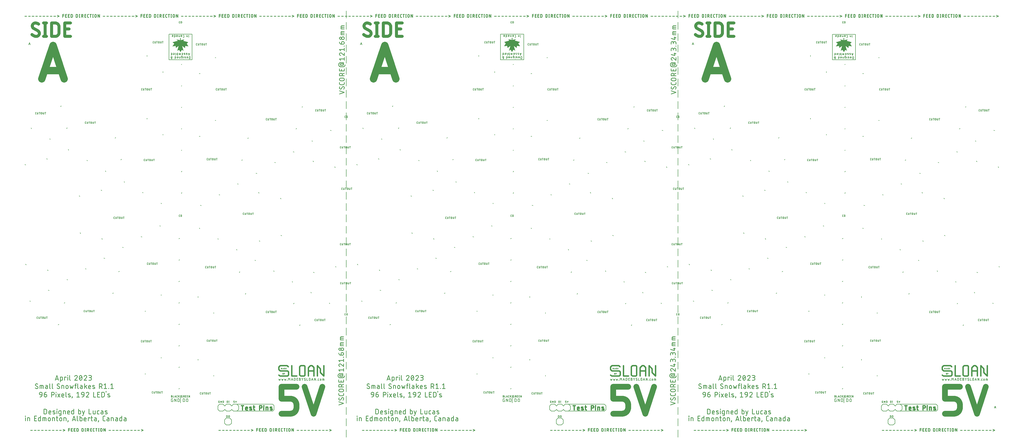
<source format=gbr>
G04 EAGLE Gerber RS-274X export*
G75*
%MOMM*%
%FSLAX34Y34*%
%LPD*%
%INSilkscreen Top*%
%IPPOS*%
%AMOC8*
5,1,8,0,0,1.08239X$1,22.5*%
G01*
%ADD10C,0.152400*%
%ADD11C,0.254000*%
%ADD12C,0.406400*%
%ADD13C,0.203200*%
%ADD14C,0.228600*%
%ADD15C,0.177800*%
%ADD16C,2.159000*%
%ADD17C,1.092200*%
%ADD18C,2.692400*%
%ADD19C,0.127000*%
%ADD20C,0.508000*%
%ADD21C,0.150000*%

G36*
X1824902Y1413116D02*
X1824902Y1413116D01*
X1824903Y1413117D01*
X1829981Y1422002D01*
X1836326Y1418195D01*
X1836328Y1418195D01*
X1836330Y1418194D01*
X1836331Y1418196D01*
X1836333Y1418196D01*
X1836332Y1418198D01*
X1836334Y1418200D01*
X1831258Y1435966D01*
X1841406Y1428355D01*
X1841407Y1428355D01*
X1841408Y1428354D01*
X1841409Y1428355D01*
X1841413Y1428356D01*
X1841412Y1428357D01*
X1841414Y1428358D01*
X1841415Y1428367D01*
X1841417Y1428377D01*
X1841419Y1428387D01*
X1841420Y1428397D01*
X1841422Y1428407D01*
X1841424Y1428417D01*
X1841425Y1428427D01*
X1841427Y1428437D01*
X1841429Y1428447D01*
X1841430Y1428457D01*
X1841432Y1428467D01*
X1841434Y1428477D01*
X1841435Y1428487D01*
X1841437Y1428497D01*
X1841439Y1428507D01*
X1841440Y1428516D01*
X1841440Y1428517D01*
X1841442Y1428526D01*
X1841444Y1428536D01*
X1841445Y1428546D01*
X1841447Y1428556D01*
X1841449Y1428566D01*
X1841450Y1428576D01*
X1841452Y1428586D01*
X1841454Y1428596D01*
X1841455Y1428606D01*
X1841457Y1428616D01*
X1841459Y1428626D01*
X1841460Y1428636D01*
X1841462Y1428646D01*
X1841463Y1428656D01*
X1841464Y1428656D01*
X1841463Y1428656D01*
X1841465Y1428666D01*
X1841467Y1428675D01*
X1841467Y1428676D01*
X1841468Y1428685D01*
X1841470Y1428695D01*
X1841472Y1428705D01*
X1841473Y1428715D01*
X1841475Y1428725D01*
X1841477Y1428735D01*
X1841478Y1428745D01*
X1841480Y1428755D01*
X1841482Y1428765D01*
X1841483Y1428775D01*
X1841485Y1428785D01*
X1841487Y1428795D01*
X1841488Y1428805D01*
X1841490Y1428815D01*
X1841492Y1428825D01*
X1841493Y1428834D01*
X1841493Y1428835D01*
X1841495Y1428844D01*
X1841497Y1428854D01*
X1841498Y1428864D01*
X1841500Y1428874D01*
X1841502Y1428884D01*
X1841503Y1428894D01*
X1841505Y1428904D01*
X1841507Y1428914D01*
X1841508Y1428924D01*
X1841510Y1428934D01*
X1841512Y1428944D01*
X1841513Y1428954D01*
X1841515Y1428964D01*
X1841516Y1428974D01*
X1841517Y1428974D01*
X1841516Y1428974D01*
X1841518Y1428984D01*
X1841520Y1428993D01*
X1841520Y1428994D01*
X1841521Y1429003D01*
X1841523Y1429013D01*
X1841525Y1429023D01*
X1841526Y1429033D01*
X1841528Y1429043D01*
X1841530Y1429053D01*
X1841531Y1429063D01*
X1841533Y1429073D01*
X1841535Y1429083D01*
X1841536Y1429093D01*
X1841538Y1429103D01*
X1841540Y1429113D01*
X1841541Y1429123D01*
X1841543Y1429133D01*
X1841545Y1429143D01*
X1841546Y1429152D01*
X1841546Y1429153D01*
X1841548Y1429162D01*
X1841550Y1429172D01*
X1841551Y1429182D01*
X1841553Y1429192D01*
X1841555Y1429202D01*
X1841556Y1429212D01*
X1841558Y1429222D01*
X1841560Y1429232D01*
X1841561Y1429242D01*
X1841563Y1429252D01*
X1841565Y1429262D01*
X1841566Y1429272D01*
X1841568Y1429282D01*
X1841569Y1429292D01*
X1841570Y1429292D01*
X1841569Y1429292D01*
X1841571Y1429302D01*
X1841573Y1429311D01*
X1841573Y1429312D01*
X1841574Y1429321D01*
X1841576Y1429331D01*
X1841578Y1429341D01*
X1841579Y1429351D01*
X1841581Y1429361D01*
X1841583Y1429371D01*
X1841584Y1429381D01*
X1841586Y1429391D01*
X1841588Y1429401D01*
X1841589Y1429411D01*
X1841591Y1429421D01*
X1841593Y1429431D01*
X1841594Y1429441D01*
X1841596Y1429451D01*
X1841598Y1429461D01*
X1841599Y1429470D01*
X1841599Y1429471D01*
X1841601Y1429480D01*
X1841603Y1429490D01*
X1841604Y1429500D01*
X1841606Y1429510D01*
X1841608Y1429520D01*
X1841609Y1429530D01*
X1841611Y1429540D01*
X1841613Y1429550D01*
X1841614Y1429560D01*
X1841616Y1429570D01*
X1841618Y1429580D01*
X1841619Y1429590D01*
X1841621Y1429600D01*
X1841622Y1429610D01*
X1841623Y1429610D01*
X1841622Y1429610D01*
X1841624Y1429620D01*
X1841626Y1429629D01*
X1841626Y1429630D01*
X1841627Y1429639D01*
X1841629Y1429649D01*
X1841631Y1429659D01*
X1841632Y1429669D01*
X1841634Y1429679D01*
X1841636Y1429689D01*
X1841637Y1429699D01*
X1841639Y1429709D01*
X1841641Y1429719D01*
X1841642Y1429729D01*
X1841644Y1429739D01*
X1841646Y1429749D01*
X1841647Y1429759D01*
X1841649Y1429769D01*
X1841651Y1429779D01*
X1841652Y1429788D01*
X1841652Y1429789D01*
X1841654Y1429798D01*
X1841656Y1429808D01*
X1841657Y1429818D01*
X1841659Y1429828D01*
X1841661Y1429838D01*
X1841662Y1429848D01*
X1841664Y1429858D01*
X1841666Y1429868D01*
X1841667Y1429878D01*
X1841669Y1429888D01*
X1841671Y1429898D01*
X1841672Y1429908D01*
X1841674Y1429918D01*
X1841675Y1429928D01*
X1841676Y1429928D01*
X1841675Y1429928D01*
X1841677Y1429938D01*
X1841679Y1429947D01*
X1841679Y1429948D01*
X1841680Y1429957D01*
X1841682Y1429967D01*
X1841684Y1429977D01*
X1841685Y1429987D01*
X1841687Y1429997D01*
X1841689Y1430007D01*
X1841690Y1430017D01*
X1841692Y1430027D01*
X1841694Y1430037D01*
X1841695Y1430047D01*
X1841697Y1430057D01*
X1841699Y1430067D01*
X1841700Y1430077D01*
X1841702Y1430087D01*
X1841704Y1430097D01*
X1841705Y1430106D01*
X1841705Y1430107D01*
X1841707Y1430116D01*
X1841709Y1430126D01*
X1841710Y1430136D01*
X1841712Y1430146D01*
X1841714Y1430156D01*
X1841715Y1430166D01*
X1841717Y1430176D01*
X1841719Y1430186D01*
X1841720Y1430196D01*
X1841722Y1430206D01*
X1841724Y1430216D01*
X1841725Y1430226D01*
X1841727Y1430236D01*
X1841728Y1430246D01*
X1841729Y1430246D01*
X1841728Y1430246D01*
X1841730Y1430256D01*
X1841732Y1430265D01*
X1841732Y1430266D01*
X1841733Y1430275D01*
X1841735Y1430285D01*
X1841737Y1430295D01*
X1841738Y1430305D01*
X1841740Y1430315D01*
X1841742Y1430325D01*
X1841743Y1430335D01*
X1841745Y1430345D01*
X1841747Y1430355D01*
X1841748Y1430365D01*
X1841750Y1430375D01*
X1841752Y1430385D01*
X1841753Y1430395D01*
X1841755Y1430405D01*
X1841757Y1430415D01*
X1841758Y1430424D01*
X1841758Y1430425D01*
X1841760Y1430434D01*
X1841762Y1430444D01*
X1841763Y1430454D01*
X1841765Y1430464D01*
X1841767Y1430474D01*
X1841768Y1430484D01*
X1841770Y1430494D01*
X1841772Y1430504D01*
X1841773Y1430514D01*
X1841775Y1430524D01*
X1841777Y1430534D01*
X1841778Y1430544D01*
X1841780Y1430554D01*
X1841781Y1430564D01*
X1841782Y1430564D01*
X1841781Y1430564D01*
X1841783Y1430574D01*
X1841785Y1430583D01*
X1841785Y1430584D01*
X1841786Y1430593D01*
X1841788Y1430603D01*
X1841790Y1430613D01*
X1841791Y1430623D01*
X1841793Y1430633D01*
X1841795Y1430643D01*
X1841796Y1430653D01*
X1841798Y1430663D01*
X1841800Y1430673D01*
X1841801Y1430683D01*
X1841803Y1430693D01*
X1841805Y1430703D01*
X1841806Y1430713D01*
X1841808Y1430723D01*
X1841810Y1430733D01*
X1841811Y1430742D01*
X1841811Y1430743D01*
X1841813Y1430752D01*
X1841815Y1430762D01*
X1841816Y1430772D01*
X1841818Y1430782D01*
X1841820Y1430792D01*
X1841821Y1430802D01*
X1841823Y1430812D01*
X1841825Y1430822D01*
X1841826Y1430832D01*
X1841828Y1430842D01*
X1841830Y1430852D01*
X1841831Y1430862D01*
X1841833Y1430872D01*
X1841834Y1430882D01*
X1841835Y1430882D01*
X1841834Y1430882D01*
X1841836Y1430892D01*
X1841838Y1430901D01*
X1841838Y1430902D01*
X1841839Y1430911D01*
X1841841Y1430921D01*
X1841843Y1430931D01*
X1841844Y1430941D01*
X1841846Y1430951D01*
X1841848Y1430961D01*
X1841849Y1430971D01*
X1841851Y1430981D01*
X1841853Y1430991D01*
X1841854Y1431001D01*
X1841856Y1431011D01*
X1841858Y1431021D01*
X1841859Y1431031D01*
X1841861Y1431041D01*
X1841863Y1431051D01*
X1841864Y1431060D01*
X1841864Y1431061D01*
X1841866Y1431070D01*
X1841868Y1431080D01*
X1841869Y1431090D01*
X1841871Y1431100D01*
X1841873Y1431110D01*
X1841874Y1431120D01*
X1841876Y1431130D01*
X1841878Y1431140D01*
X1841879Y1431150D01*
X1841881Y1431160D01*
X1841883Y1431170D01*
X1841884Y1431180D01*
X1841886Y1431190D01*
X1841887Y1431200D01*
X1841888Y1431200D01*
X1841887Y1431200D01*
X1841889Y1431210D01*
X1841891Y1431219D01*
X1841891Y1431220D01*
X1841892Y1431229D01*
X1841894Y1431239D01*
X1841896Y1431249D01*
X1841897Y1431259D01*
X1841899Y1431269D01*
X1841901Y1431279D01*
X1841902Y1431289D01*
X1841904Y1431299D01*
X1841906Y1431309D01*
X1841907Y1431319D01*
X1841909Y1431329D01*
X1841911Y1431339D01*
X1841912Y1431349D01*
X1841914Y1431359D01*
X1841916Y1431369D01*
X1841917Y1431378D01*
X1841917Y1431379D01*
X1841919Y1431388D01*
X1841921Y1431398D01*
X1841922Y1431408D01*
X1841924Y1431418D01*
X1841926Y1431428D01*
X1841927Y1431438D01*
X1841929Y1431448D01*
X1841931Y1431458D01*
X1841932Y1431468D01*
X1841934Y1431478D01*
X1841936Y1431488D01*
X1841937Y1431498D01*
X1841939Y1431508D01*
X1841940Y1431518D01*
X1841941Y1431518D01*
X1841940Y1431518D01*
X1841942Y1431528D01*
X1841944Y1431537D01*
X1841944Y1431538D01*
X1841945Y1431547D01*
X1841947Y1431557D01*
X1841949Y1431567D01*
X1841950Y1431577D01*
X1841952Y1431587D01*
X1841954Y1431597D01*
X1841955Y1431607D01*
X1841957Y1431617D01*
X1841959Y1431627D01*
X1841960Y1431637D01*
X1841962Y1431647D01*
X1841964Y1431657D01*
X1841965Y1431667D01*
X1841967Y1431677D01*
X1841969Y1431687D01*
X1841970Y1431696D01*
X1841970Y1431697D01*
X1841972Y1431706D01*
X1841974Y1431716D01*
X1841975Y1431726D01*
X1841977Y1431736D01*
X1841979Y1431746D01*
X1841980Y1431756D01*
X1841982Y1431766D01*
X1841984Y1431776D01*
X1841985Y1431786D01*
X1841987Y1431796D01*
X1841989Y1431806D01*
X1841990Y1431816D01*
X1841992Y1431826D01*
X1841993Y1431836D01*
X1841994Y1431836D01*
X1841993Y1431836D01*
X1841995Y1431846D01*
X1841997Y1431855D01*
X1841997Y1431856D01*
X1841998Y1431865D01*
X1842000Y1431875D01*
X1842002Y1431885D01*
X1842003Y1431895D01*
X1842005Y1431905D01*
X1842007Y1431915D01*
X1842008Y1431925D01*
X1842010Y1431935D01*
X1842012Y1431945D01*
X1842013Y1431955D01*
X1842015Y1431965D01*
X1842017Y1431975D01*
X1842018Y1431985D01*
X1842020Y1431995D01*
X1842022Y1432005D01*
X1842023Y1432014D01*
X1842023Y1432015D01*
X1842025Y1432024D01*
X1842027Y1432034D01*
X1842028Y1432044D01*
X1842030Y1432054D01*
X1842032Y1432064D01*
X1842033Y1432074D01*
X1842035Y1432084D01*
X1842037Y1432094D01*
X1842038Y1432104D01*
X1842040Y1432114D01*
X1842042Y1432124D01*
X1842043Y1432134D01*
X1842045Y1432144D01*
X1842046Y1432154D01*
X1842047Y1432154D01*
X1842046Y1432154D01*
X1842048Y1432164D01*
X1842050Y1432173D01*
X1842050Y1432174D01*
X1842051Y1432183D01*
X1842053Y1432193D01*
X1842055Y1432203D01*
X1842056Y1432213D01*
X1842058Y1432223D01*
X1842060Y1432233D01*
X1842061Y1432243D01*
X1842063Y1432253D01*
X1842065Y1432263D01*
X1842066Y1432273D01*
X1842068Y1432283D01*
X1842070Y1432293D01*
X1842071Y1432303D01*
X1842073Y1432313D01*
X1842075Y1432323D01*
X1842076Y1432332D01*
X1842076Y1432333D01*
X1842078Y1432342D01*
X1842080Y1432352D01*
X1842081Y1432362D01*
X1842083Y1432372D01*
X1842085Y1432382D01*
X1842086Y1432392D01*
X1842088Y1432402D01*
X1842090Y1432412D01*
X1842091Y1432422D01*
X1842093Y1432432D01*
X1842095Y1432442D01*
X1842096Y1432452D01*
X1842098Y1432462D01*
X1842099Y1432472D01*
X1842100Y1432472D01*
X1842099Y1432472D01*
X1842101Y1432482D01*
X1842103Y1432491D01*
X1842103Y1432492D01*
X1842104Y1432501D01*
X1842106Y1432511D01*
X1842108Y1432521D01*
X1842109Y1432531D01*
X1842111Y1432541D01*
X1842113Y1432551D01*
X1842114Y1432561D01*
X1842116Y1432571D01*
X1842118Y1432581D01*
X1842119Y1432591D01*
X1842121Y1432601D01*
X1842123Y1432611D01*
X1842124Y1432621D01*
X1842126Y1432631D01*
X1842128Y1432641D01*
X1842129Y1432650D01*
X1842129Y1432651D01*
X1842131Y1432660D01*
X1842133Y1432670D01*
X1842134Y1432680D01*
X1842136Y1432690D01*
X1842138Y1432700D01*
X1842139Y1432710D01*
X1842141Y1432720D01*
X1842143Y1432730D01*
X1842144Y1432740D01*
X1842146Y1432750D01*
X1842148Y1432760D01*
X1842149Y1432770D01*
X1842151Y1432780D01*
X1842152Y1432790D01*
X1842153Y1432790D01*
X1842152Y1432790D01*
X1842154Y1432800D01*
X1842156Y1432809D01*
X1842156Y1432810D01*
X1842157Y1432819D01*
X1842159Y1432829D01*
X1842161Y1432839D01*
X1842162Y1432849D01*
X1842164Y1432859D01*
X1842166Y1432869D01*
X1842167Y1432879D01*
X1842169Y1432889D01*
X1842171Y1432899D01*
X1842172Y1432909D01*
X1842174Y1432919D01*
X1842176Y1432929D01*
X1842177Y1432939D01*
X1842179Y1432949D01*
X1842181Y1432959D01*
X1842182Y1432968D01*
X1842182Y1432969D01*
X1842184Y1432978D01*
X1842186Y1432988D01*
X1842187Y1432998D01*
X1842189Y1433008D01*
X1842191Y1433018D01*
X1842192Y1433028D01*
X1842194Y1433038D01*
X1842196Y1433048D01*
X1842197Y1433058D01*
X1842199Y1433068D01*
X1842201Y1433078D01*
X1842202Y1433088D01*
X1842204Y1433098D01*
X1842205Y1433108D01*
X1842206Y1433108D01*
X1842205Y1433108D01*
X1842207Y1433118D01*
X1842209Y1433127D01*
X1842209Y1433128D01*
X1842210Y1433137D01*
X1842212Y1433147D01*
X1842214Y1433157D01*
X1842215Y1433167D01*
X1842217Y1433177D01*
X1842219Y1433187D01*
X1842220Y1433197D01*
X1842222Y1433207D01*
X1842224Y1433217D01*
X1842225Y1433227D01*
X1842227Y1433237D01*
X1842229Y1433247D01*
X1842230Y1433257D01*
X1842232Y1433267D01*
X1842234Y1433277D01*
X1842235Y1433286D01*
X1842235Y1433287D01*
X1842237Y1433296D01*
X1842239Y1433306D01*
X1842240Y1433316D01*
X1842242Y1433326D01*
X1842244Y1433336D01*
X1842245Y1433346D01*
X1842247Y1433356D01*
X1842249Y1433366D01*
X1842250Y1433376D01*
X1842252Y1433386D01*
X1842254Y1433396D01*
X1842255Y1433406D01*
X1842257Y1433416D01*
X1842258Y1433426D01*
X1842259Y1433426D01*
X1842258Y1433426D01*
X1842260Y1433436D01*
X1842262Y1433445D01*
X1842262Y1433446D01*
X1842263Y1433455D01*
X1842265Y1433465D01*
X1842267Y1433475D01*
X1842268Y1433485D01*
X1842270Y1433495D01*
X1842272Y1433505D01*
X1842273Y1433515D01*
X1842275Y1433525D01*
X1842277Y1433535D01*
X1842278Y1433545D01*
X1842280Y1433555D01*
X1842282Y1433565D01*
X1842283Y1433575D01*
X1842285Y1433585D01*
X1842287Y1433595D01*
X1842288Y1433604D01*
X1842288Y1433605D01*
X1842290Y1433614D01*
X1842292Y1433624D01*
X1842293Y1433634D01*
X1842295Y1433644D01*
X1842297Y1433654D01*
X1842298Y1433664D01*
X1842300Y1433674D01*
X1842302Y1433684D01*
X1842303Y1433694D01*
X1842305Y1433704D01*
X1842307Y1433714D01*
X1842308Y1433724D01*
X1842310Y1433734D01*
X1842311Y1433744D01*
X1842312Y1433744D01*
X1842311Y1433744D01*
X1842313Y1433754D01*
X1842315Y1433763D01*
X1842315Y1433764D01*
X1842316Y1433773D01*
X1842318Y1433783D01*
X1842320Y1433793D01*
X1842321Y1433803D01*
X1842323Y1433813D01*
X1842325Y1433823D01*
X1842326Y1433833D01*
X1842328Y1433843D01*
X1842330Y1433853D01*
X1842331Y1433863D01*
X1842333Y1433873D01*
X1842335Y1433883D01*
X1842336Y1433893D01*
X1842338Y1433903D01*
X1842340Y1433913D01*
X1842341Y1433922D01*
X1842341Y1433923D01*
X1842343Y1433932D01*
X1842345Y1433942D01*
X1842346Y1433952D01*
X1842348Y1433962D01*
X1842350Y1433972D01*
X1842351Y1433982D01*
X1842353Y1433992D01*
X1842355Y1434002D01*
X1842356Y1434012D01*
X1842358Y1434022D01*
X1842360Y1434032D01*
X1842361Y1434042D01*
X1842363Y1434052D01*
X1842364Y1434062D01*
X1842365Y1434062D01*
X1842364Y1434062D01*
X1842366Y1434072D01*
X1842368Y1434081D01*
X1842368Y1434082D01*
X1842369Y1434091D01*
X1842371Y1434101D01*
X1842373Y1434111D01*
X1842374Y1434121D01*
X1842376Y1434131D01*
X1842378Y1434141D01*
X1842379Y1434151D01*
X1842381Y1434161D01*
X1842383Y1434171D01*
X1842384Y1434181D01*
X1842386Y1434191D01*
X1842388Y1434201D01*
X1842389Y1434211D01*
X1842391Y1434221D01*
X1842393Y1434231D01*
X1842394Y1434240D01*
X1842394Y1434241D01*
X1842396Y1434250D01*
X1842398Y1434260D01*
X1842399Y1434270D01*
X1842401Y1434280D01*
X1842403Y1434290D01*
X1842404Y1434300D01*
X1842406Y1434310D01*
X1842408Y1434320D01*
X1842409Y1434330D01*
X1842411Y1434340D01*
X1842413Y1434350D01*
X1842414Y1434360D01*
X1842416Y1434370D01*
X1842417Y1434380D01*
X1842418Y1434380D01*
X1842417Y1434380D01*
X1842419Y1434390D01*
X1842421Y1434399D01*
X1842421Y1434400D01*
X1842422Y1434409D01*
X1842424Y1434419D01*
X1842426Y1434429D01*
X1842427Y1434439D01*
X1842429Y1434449D01*
X1842431Y1434459D01*
X1842432Y1434469D01*
X1842434Y1434479D01*
X1842436Y1434489D01*
X1842437Y1434499D01*
X1842439Y1434509D01*
X1842441Y1434519D01*
X1842442Y1434529D01*
X1842444Y1434539D01*
X1842446Y1434549D01*
X1842447Y1434558D01*
X1842447Y1434559D01*
X1842449Y1434568D01*
X1842451Y1434578D01*
X1842452Y1434588D01*
X1842454Y1434598D01*
X1842456Y1434608D01*
X1842457Y1434618D01*
X1842459Y1434628D01*
X1842461Y1434638D01*
X1842462Y1434648D01*
X1842464Y1434658D01*
X1842466Y1434668D01*
X1842467Y1434678D01*
X1842469Y1434688D01*
X1842470Y1434698D01*
X1842471Y1434698D01*
X1842470Y1434698D01*
X1842472Y1434708D01*
X1842474Y1434717D01*
X1842474Y1434718D01*
X1842475Y1434727D01*
X1842477Y1434737D01*
X1842479Y1434747D01*
X1842480Y1434757D01*
X1842482Y1434767D01*
X1842484Y1434777D01*
X1842485Y1434787D01*
X1842487Y1434797D01*
X1842489Y1434807D01*
X1842490Y1434817D01*
X1842492Y1434827D01*
X1842494Y1434837D01*
X1842495Y1434847D01*
X1842497Y1434857D01*
X1842499Y1434867D01*
X1842500Y1434876D01*
X1842500Y1434877D01*
X1842502Y1434886D01*
X1842504Y1434896D01*
X1842505Y1434906D01*
X1842507Y1434916D01*
X1842509Y1434926D01*
X1842510Y1434936D01*
X1842512Y1434946D01*
X1842514Y1434956D01*
X1842515Y1434966D01*
X1842517Y1434976D01*
X1842519Y1434986D01*
X1842520Y1434996D01*
X1842522Y1435006D01*
X1842523Y1435016D01*
X1842524Y1435016D01*
X1842523Y1435016D01*
X1842525Y1435026D01*
X1842527Y1435035D01*
X1842527Y1435036D01*
X1842528Y1435045D01*
X1842530Y1435055D01*
X1842532Y1435065D01*
X1842533Y1435075D01*
X1842535Y1435085D01*
X1842537Y1435095D01*
X1842538Y1435105D01*
X1842540Y1435115D01*
X1842542Y1435125D01*
X1842543Y1435135D01*
X1842545Y1435145D01*
X1842547Y1435155D01*
X1842548Y1435165D01*
X1842550Y1435175D01*
X1842552Y1435185D01*
X1842553Y1435194D01*
X1842553Y1435195D01*
X1842555Y1435204D01*
X1842557Y1435214D01*
X1842558Y1435224D01*
X1842560Y1435234D01*
X1842562Y1435244D01*
X1842563Y1435254D01*
X1842565Y1435264D01*
X1842567Y1435274D01*
X1842568Y1435284D01*
X1842570Y1435294D01*
X1842572Y1435304D01*
X1842573Y1435314D01*
X1842575Y1435324D01*
X1842576Y1435334D01*
X1842577Y1435334D01*
X1842576Y1435334D01*
X1842578Y1435344D01*
X1842580Y1435353D01*
X1842580Y1435354D01*
X1842581Y1435363D01*
X1842583Y1435373D01*
X1842585Y1435383D01*
X1842586Y1435393D01*
X1842588Y1435403D01*
X1842590Y1435413D01*
X1842591Y1435423D01*
X1842593Y1435433D01*
X1842595Y1435443D01*
X1842596Y1435453D01*
X1842598Y1435463D01*
X1842600Y1435473D01*
X1842601Y1435483D01*
X1842603Y1435493D01*
X1842605Y1435503D01*
X1842606Y1435512D01*
X1842606Y1435513D01*
X1842608Y1435522D01*
X1842610Y1435532D01*
X1842611Y1435542D01*
X1842613Y1435552D01*
X1842615Y1435562D01*
X1842616Y1435572D01*
X1842618Y1435582D01*
X1842620Y1435592D01*
X1842621Y1435602D01*
X1842623Y1435612D01*
X1842625Y1435622D01*
X1842626Y1435632D01*
X1842628Y1435642D01*
X1842629Y1435652D01*
X1842630Y1435652D01*
X1842629Y1435652D01*
X1842631Y1435662D01*
X1842633Y1435671D01*
X1842633Y1435672D01*
X1842634Y1435681D01*
X1842636Y1435691D01*
X1842638Y1435701D01*
X1842639Y1435711D01*
X1842641Y1435721D01*
X1842643Y1435731D01*
X1842644Y1435741D01*
X1842646Y1435751D01*
X1842648Y1435761D01*
X1842649Y1435771D01*
X1842651Y1435781D01*
X1842653Y1435791D01*
X1842654Y1435801D01*
X1842656Y1435811D01*
X1842658Y1435821D01*
X1842659Y1435830D01*
X1842659Y1435831D01*
X1842661Y1435840D01*
X1842663Y1435850D01*
X1842664Y1435860D01*
X1842666Y1435870D01*
X1842668Y1435880D01*
X1842669Y1435890D01*
X1842671Y1435900D01*
X1842673Y1435910D01*
X1842674Y1435920D01*
X1842676Y1435930D01*
X1842678Y1435940D01*
X1842679Y1435950D01*
X1842681Y1435960D01*
X1842682Y1435970D01*
X1842683Y1435970D01*
X1842682Y1435970D01*
X1842683Y1435974D01*
X1854108Y1434704D01*
X1854110Y1434705D01*
X1854111Y1434704D01*
X1854112Y1434706D01*
X1854114Y1434708D01*
X1854113Y1434710D01*
X1854113Y1434712D01*
X1847766Y1444868D01*
X1854112Y1449945D01*
X1854112Y1449947D01*
X1854114Y1449947D01*
X1854113Y1449949D01*
X1854113Y1449952D01*
X1854111Y1449952D01*
X1854110Y1449954D01*
X1835067Y1455032D01*
X1838873Y1460106D01*
X1838873Y1460107D01*
X1838874Y1460108D01*
X1838873Y1460108D01*
X1838874Y1460109D01*
X1838873Y1460110D01*
X1838872Y1460113D01*
X1838870Y1460112D01*
X1838868Y1460114D01*
X1826174Y1457575D01*
X1826174Y1465189D01*
X1826170Y1465194D01*
X1826169Y1465194D01*
X1823629Y1465194D01*
X1823624Y1465190D01*
X1823624Y1465189D01*
X1823624Y1457575D01*
X1810930Y1460114D01*
X1810928Y1460113D01*
X1810927Y1460113D01*
X1810926Y1460112D01*
X1810924Y1460111D01*
X1810925Y1460109D01*
X1810925Y1460108D01*
X1810925Y1460106D01*
X1814731Y1455032D01*
X1795688Y1449954D01*
X1795687Y1449953D01*
X1795686Y1449953D01*
X1795686Y1449951D01*
X1795684Y1449948D01*
X1795686Y1449947D01*
X1795686Y1449945D01*
X1802032Y1444868D01*
X1795685Y1434712D01*
X1795685Y1434710D01*
X1795684Y1434709D01*
X1795685Y1434708D01*
X1795686Y1434705D01*
X1795688Y1434705D01*
X1795690Y1434704D01*
X1807115Y1435974D01*
X1808384Y1428358D01*
X1808385Y1428358D01*
X1808385Y1428357D01*
X1808387Y1428356D01*
X1808389Y1428354D01*
X1808390Y1428355D01*
X1808392Y1428355D01*
X1818540Y1435966D01*
X1813464Y1418200D01*
X1813465Y1418199D01*
X1813464Y1418197D01*
X1813466Y1418196D01*
X1813467Y1418194D01*
X1813469Y1418195D01*
X1813472Y1418195D01*
X1819817Y1422002D01*
X1824895Y1413117D01*
X1824896Y1413116D01*
X1824896Y1413115D01*
X1824898Y1413115D01*
X1824901Y1413114D01*
X1824902Y1413116D01*
G37*
G36*
X608503Y1412717D02*
X608503Y1412717D01*
X608504Y1412718D01*
X613582Y1421603D01*
X619927Y1417796D01*
X619929Y1417796D01*
X619931Y1417795D01*
X619932Y1417797D01*
X619934Y1417797D01*
X619933Y1417799D01*
X619935Y1417801D01*
X614859Y1435567D01*
X625007Y1427956D01*
X625008Y1427956D01*
X625009Y1427955D01*
X625010Y1427956D01*
X625014Y1427957D01*
X625013Y1427958D01*
X625015Y1427959D01*
X625016Y1427968D01*
X625018Y1427978D01*
X625020Y1427988D01*
X625021Y1427998D01*
X625023Y1428008D01*
X625025Y1428018D01*
X625026Y1428028D01*
X625028Y1428038D01*
X625030Y1428048D01*
X625031Y1428058D01*
X625033Y1428068D01*
X625035Y1428078D01*
X625036Y1428088D01*
X625038Y1428098D01*
X625040Y1428108D01*
X625041Y1428117D01*
X625041Y1428118D01*
X625043Y1428127D01*
X625045Y1428137D01*
X625046Y1428147D01*
X625048Y1428157D01*
X625050Y1428167D01*
X625051Y1428177D01*
X625053Y1428187D01*
X625055Y1428197D01*
X625056Y1428207D01*
X625058Y1428217D01*
X625060Y1428227D01*
X625061Y1428237D01*
X625063Y1428247D01*
X625064Y1428257D01*
X625065Y1428257D01*
X625064Y1428257D01*
X625066Y1428267D01*
X625068Y1428276D01*
X625068Y1428277D01*
X625069Y1428286D01*
X625071Y1428296D01*
X625073Y1428306D01*
X625074Y1428316D01*
X625076Y1428326D01*
X625078Y1428336D01*
X625079Y1428346D01*
X625081Y1428356D01*
X625083Y1428366D01*
X625084Y1428376D01*
X625086Y1428386D01*
X625088Y1428396D01*
X625089Y1428406D01*
X625091Y1428416D01*
X625093Y1428426D01*
X625094Y1428435D01*
X625094Y1428436D01*
X625096Y1428445D01*
X625098Y1428455D01*
X625099Y1428465D01*
X625101Y1428475D01*
X625103Y1428485D01*
X625104Y1428495D01*
X625106Y1428505D01*
X625108Y1428515D01*
X625109Y1428525D01*
X625111Y1428535D01*
X625113Y1428545D01*
X625114Y1428555D01*
X625116Y1428565D01*
X625117Y1428575D01*
X625118Y1428575D01*
X625117Y1428575D01*
X625119Y1428585D01*
X625121Y1428594D01*
X625121Y1428595D01*
X625122Y1428604D01*
X625124Y1428614D01*
X625126Y1428624D01*
X625127Y1428634D01*
X625129Y1428644D01*
X625131Y1428654D01*
X625132Y1428664D01*
X625134Y1428674D01*
X625136Y1428684D01*
X625137Y1428694D01*
X625139Y1428704D01*
X625141Y1428714D01*
X625142Y1428724D01*
X625144Y1428734D01*
X625146Y1428744D01*
X625147Y1428753D01*
X625147Y1428754D01*
X625149Y1428763D01*
X625151Y1428773D01*
X625152Y1428783D01*
X625154Y1428793D01*
X625156Y1428803D01*
X625157Y1428813D01*
X625159Y1428823D01*
X625161Y1428833D01*
X625162Y1428843D01*
X625164Y1428853D01*
X625166Y1428863D01*
X625167Y1428873D01*
X625169Y1428883D01*
X625170Y1428893D01*
X625171Y1428893D01*
X625170Y1428893D01*
X625172Y1428903D01*
X625174Y1428912D01*
X625174Y1428913D01*
X625175Y1428922D01*
X625177Y1428932D01*
X625179Y1428942D01*
X625180Y1428952D01*
X625182Y1428962D01*
X625184Y1428972D01*
X625185Y1428982D01*
X625187Y1428992D01*
X625189Y1429002D01*
X625190Y1429012D01*
X625192Y1429022D01*
X625194Y1429032D01*
X625195Y1429042D01*
X625197Y1429052D01*
X625199Y1429062D01*
X625200Y1429071D01*
X625200Y1429072D01*
X625202Y1429081D01*
X625204Y1429091D01*
X625205Y1429101D01*
X625207Y1429111D01*
X625209Y1429121D01*
X625210Y1429131D01*
X625212Y1429141D01*
X625214Y1429151D01*
X625215Y1429161D01*
X625217Y1429171D01*
X625219Y1429181D01*
X625220Y1429191D01*
X625222Y1429201D01*
X625223Y1429211D01*
X625224Y1429211D01*
X625223Y1429211D01*
X625225Y1429221D01*
X625227Y1429230D01*
X625227Y1429231D01*
X625228Y1429240D01*
X625230Y1429250D01*
X625232Y1429260D01*
X625233Y1429270D01*
X625235Y1429280D01*
X625237Y1429290D01*
X625238Y1429300D01*
X625240Y1429310D01*
X625242Y1429320D01*
X625243Y1429330D01*
X625245Y1429340D01*
X625247Y1429350D01*
X625248Y1429360D01*
X625250Y1429370D01*
X625252Y1429380D01*
X625253Y1429389D01*
X625253Y1429390D01*
X625255Y1429399D01*
X625257Y1429409D01*
X625258Y1429419D01*
X625260Y1429429D01*
X625262Y1429439D01*
X625263Y1429449D01*
X625265Y1429459D01*
X625267Y1429469D01*
X625268Y1429479D01*
X625270Y1429489D01*
X625272Y1429499D01*
X625273Y1429509D01*
X625275Y1429519D01*
X625276Y1429529D01*
X625277Y1429529D01*
X625276Y1429529D01*
X625278Y1429539D01*
X625280Y1429548D01*
X625280Y1429549D01*
X625281Y1429558D01*
X625283Y1429568D01*
X625285Y1429578D01*
X625286Y1429588D01*
X625288Y1429598D01*
X625290Y1429608D01*
X625291Y1429618D01*
X625293Y1429628D01*
X625295Y1429638D01*
X625296Y1429648D01*
X625298Y1429658D01*
X625300Y1429668D01*
X625301Y1429678D01*
X625303Y1429688D01*
X625305Y1429698D01*
X625306Y1429707D01*
X625306Y1429708D01*
X625308Y1429717D01*
X625310Y1429727D01*
X625311Y1429737D01*
X625313Y1429747D01*
X625315Y1429757D01*
X625316Y1429767D01*
X625318Y1429777D01*
X625320Y1429787D01*
X625321Y1429797D01*
X625323Y1429807D01*
X625325Y1429817D01*
X625326Y1429827D01*
X625328Y1429837D01*
X625329Y1429847D01*
X625330Y1429847D01*
X625329Y1429847D01*
X625331Y1429857D01*
X625333Y1429866D01*
X625333Y1429867D01*
X625334Y1429876D01*
X625336Y1429886D01*
X625338Y1429896D01*
X625339Y1429906D01*
X625341Y1429916D01*
X625343Y1429926D01*
X625344Y1429936D01*
X625346Y1429946D01*
X625348Y1429956D01*
X625349Y1429966D01*
X625351Y1429976D01*
X625353Y1429986D01*
X625354Y1429996D01*
X625356Y1430006D01*
X625358Y1430016D01*
X625359Y1430025D01*
X625359Y1430026D01*
X625361Y1430035D01*
X625363Y1430045D01*
X625364Y1430055D01*
X625366Y1430065D01*
X625368Y1430075D01*
X625369Y1430085D01*
X625371Y1430095D01*
X625373Y1430105D01*
X625374Y1430115D01*
X625376Y1430125D01*
X625378Y1430135D01*
X625379Y1430145D01*
X625381Y1430155D01*
X625382Y1430165D01*
X625383Y1430165D01*
X625382Y1430165D01*
X625384Y1430175D01*
X625386Y1430184D01*
X625386Y1430185D01*
X625387Y1430194D01*
X625389Y1430204D01*
X625391Y1430214D01*
X625392Y1430224D01*
X625394Y1430234D01*
X625396Y1430244D01*
X625397Y1430254D01*
X625399Y1430264D01*
X625401Y1430274D01*
X625402Y1430284D01*
X625404Y1430294D01*
X625406Y1430304D01*
X625407Y1430314D01*
X625409Y1430324D01*
X625411Y1430334D01*
X625412Y1430343D01*
X625412Y1430344D01*
X625414Y1430353D01*
X625416Y1430363D01*
X625417Y1430373D01*
X625419Y1430383D01*
X625421Y1430393D01*
X625422Y1430403D01*
X625424Y1430413D01*
X625426Y1430423D01*
X625427Y1430433D01*
X625429Y1430443D01*
X625431Y1430453D01*
X625432Y1430463D01*
X625434Y1430473D01*
X625435Y1430483D01*
X625436Y1430483D01*
X625435Y1430483D01*
X625437Y1430493D01*
X625439Y1430502D01*
X625439Y1430503D01*
X625440Y1430512D01*
X625442Y1430522D01*
X625444Y1430532D01*
X625445Y1430542D01*
X625447Y1430552D01*
X625449Y1430562D01*
X625450Y1430572D01*
X625452Y1430582D01*
X625454Y1430592D01*
X625455Y1430602D01*
X625457Y1430612D01*
X625459Y1430622D01*
X625460Y1430632D01*
X625462Y1430642D01*
X625464Y1430652D01*
X625465Y1430661D01*
X625465Y1430662D01*
X625467Y1430671D01*
X625469Y1430681D01*
X625470Y1430691D01*
X625472Y1430701D01*
X625474Y1430711D01*
X625475Y1430721D01*
X625477Y1430731D01*
X625479Y1430741D01*
X625480Y1430751D01*
X625482Y1430761D01*
X625484Y1430771D01*
X625485Y1430781D01*
X625487Y1430791D01*
X625488Y1430801D01*
X625489Y1430801D01*
X625488Y1430801D01*
X625490Y1430811D01*
X625492Y1430820D01*
X625492Y1430821D01*
X625493Y1430830D01*
X625495Y1430840D01*
X625497Y1430850D01*
X625498Y1430860D01*
X625500Y1430870D01*
X625502Y1430880D01*
X625503Y1430890D01*
X625505Y1430900D01*
X625507Y1430910D01*
X625508Y1430920D01*
X625510Y1430930D01*
X625512Y1430940D01*
X625513Y1430950D01*
X625515Y1430960D01*
X625517Y1430970D01*
X625518Y1430979D01*
X625518Y1430980D01*
X625520Y1430989D01*
X625522Y1430999D01*
X625523Y1431009D01*
X625525Y1431019D01*
X625527Y1431029D01*
X625528Y1431039D01*
X625530Y1431049D01*
X625532Y1431059D01*
X625533Y1431069D01*
X625535Y1431079D01*
X625537Y1431089D01*
X625538Y1431099D01*
X625540Y1431109D01*
X625541Y1431119D01*
X625542Y1431119D01*
X625541Y1431119D01*
X625543Y1431129D01*
X625545Y1431138D01*
X625545Y1431139D01*
X625546Y1431148D01*
X625548Y1431158D01*
X625550Y1431168D01*
X625551Y1431178D01*
X625553Y1431188D01*
X625555Y1431198D01*
X625556Y1431208D01*
X625558Y1431218D01*
X625560Y1431228D01*
X625561Y1431238D01*
X625563Y1431248D01*
X625565Y1431258D01*
X625566Y1431268D01*
X625568Y1431278D01*
X625570Y1431288D01*
X625571Y1431297D01*
X625571Y1431298D01*
X625573Y1431307D01*
X625575Y1431317D01*
X625576Y1431327D01*
X625578Y1431337D01*
X625580Y1431347D01*
X625581Y1431357D01*
X625583Y1431367D01*
X625585Y1431377D01*
X625586Y1431387D01*
X625588Y1431397D01*
X625590Y1431407D01*
X625591Y1431417D01*
X625593Y1431427D01*
X625594Y1431437D01*
X625595Y1431437D01*
X625594Y1431437D01*
X625596Y1431447D01*
X625598Y1431456D01*
X625598Y1431457D01*
X625599Y1431466D01*
X625601Y1431476D01*
X625603Y1431486D01*
X625604Y1431496D01*
X625606Y1431506D01*
X625608Y1431516D01*
X625609Y1431526D01*
X625611Y1431536D01*
X625613Y1431546D01*
X625614Y1431556D01*
X625616Y1431566D01*
X625618Y1431576D01*
X625619Y1431586D01*
X625621Y1431596D01*
X625623Y1431606D01*
X625624Y1431615D01*
X625624Y1431616D01*
X625626Y1431625D01*
X625628Y1431635D01*
X625629Y1431645D01*
X625631Y1431655D01*
X625633Y1431665D01*
X625634Y1431675D01*
X625636Y1431685D01*
X625638Y1431695D01*
X625639Y1431705D01*
X625641Y1431715D01*
X625643Y1431725D01*
X625644Y1431735D01*
X625646Y1431745D01*
X625647Y1431755D01*
X625648Y1431755D01*
X625647Y1431755D01*
X625649Y1431765D01*
X625651Y1431774D01*
X625651Y1431775D01*
X625652Y1431784D01*
X625654Y1431794D01*
X625656Y1431804D01*
X625657Y1431814D01*
X625659Y1431824D01*
X625661Y1431834D01*
X625662Y1431844D01*
X625664Y1431854D01*
X625666Y1431864D01*
X625667Y1431874D01*
X625669Y1431884D01*
X625671Y1431894D01*
X625672Y1431904D01*
X625674Y1431914D01*
X625676Y1431924D01*
X625677Y1431933D01*
X625677Y1431934D01*
X625679Y1431943D01*
X625681Y1431953D01*
X625682Y1431963D01*
X625684Y1431973D01*
X625686Y1431983D01*
X625687Y1431993D01*
X625689Y1432003D01*
X625691Y1432013D01*
X625692Y1432023D01*
X625694Y1432033D01*
X625696Y1432043D01*
X625697Y1432053D01*
X625699Y1432063D01*
X625700Y1432073D01*
X625701Y1432073D01*
X625700Y1432073D01*
X625702Y1432083D01*
X625704Y1432092D01*
X625704Y1432093D01*
X625705Y1432102D01*
X625707Y1432112D01*
X625709Y1432122D01*
X625710Y1432132D01*
X625712Y1432142D01*
X625714Y1432152D01*
X625715Y1432162D01*
X625717Y1432172D01*
X625719Y1432182D01*
X625720Y1432192D01*
X625722Y1432202D01*
X625724Y1432212D01*
X625725Y1432222D01*
X625727Y1432232D01*
X625729Y1432242D01*
X625730Y1432251D01*
X625730Y1432252D01*
X625732Y1432261D01*
X625734Y1432271D01*
X625735Y1432281D01*
X625737Y1432291D01*
X625739Y1432301D01*
X625740Y1432311D01*
X625742Y1432321D01*
X625744Y1432331D01*
X625745Y1432341D01*
X625747Y1432351D01*
X625749Y1432361D01*
X625750Y1432371D01*
X625752Y1432381D01*
X625753Y1432391D01*
X625754Y1432391D01*
X625753Y1432391D01*
X625755Y1432401D01*
X625757Y1432410D01*
X625757Y1432411D01*
X625758Y1432420D01*
X625760Y1432430D01*
X625762Y1432440D01*
X625763Y1432450D01*
X625765Y1432460D01*
X625767Y1432470D01*
X625768Y1432480D01*
X625770Y1432490D01*
X625772Y1432500D01*
X625773Y1432510D01*
X625775Y1432520D01*
X625777Y1432530D01*
X625778Y1432540D01*
X625780Y1432550D01*
X625782Y1432560D01*
X625783Y1432569D01*
X625783Y1432570D01*
X625785Y1432579D01*
X625787Y1432589D01*
X625788Y1432599D01*
X625790Y1432609D01*
X625792Y1432619D01*
X625793Y1432629D01*
X625795Y1432639D01*
X625797Y1432649D01*
X625798Y1432659D01*
X625800Y1432669D01*
X625802Y1432679D01*
X625803Y1432689D01*
X625805Y1432699D01*
X625806Y1432709D01*
X625807Y1432709D01*
X625806Y1432709D01*
X625808Y1432719D01*
X625810Y1432728D01*
X625810Y1432729D01*
X625811Y1432738D01*
X625813Y1432748D01*
X625815Y1432758D01*
X625816Y1432768D01*
X625818Y1432778D01*
X625820Y1432788D01*
X625821Y1432798D01*
X625823Y1432808D01*
X625825Y1432818D01*
X625826Y1432828D01*
X625828Y1432838D01*
X625830Y1432848D01*
X625831Y1432858D01*
X625833Y1432868D01*
X625835Y1432878D01*
X625836Y1432887D01*
X625836Y1432888D01*
X625838Y1432897D01*
X625840Y1432907D01*
X625841Y1432917D01*
X625843Y1432927D01*
X625845Y1432937D01*
X625846Y1432947D01*
X625848Y1432957D01*
X625850Y1432967D01*
X625851Y1432977D01*
X625853Y1432987D01*
X625855Y1432997D01*
X625856Y1433007D01*
X625858Y1433017D01*
X625859Y1433027D01*
X625860Y1433027D01*
X625859Y1433027D01*
X625861Y1433037D01*
X625863Y1433046D01*
X625863Y1433047D01*
X625864Y1433056D01*
X625866Y1433066D01*
X625868Y1433076D01*
X625869Y1433086D01*
X625871Y1433096D01*
X625873Y1433106D01*
X625874Y1433116D01*
X625876Y1433126D01*
X625878Y1433136D01*
X625879Y1433146D01*
X625881Y1433156D01*
X625883Y1433166D01*
X625884Y1433176D01*
X625886Y1433186D01*
X625888Y1433196D01*
X625889Y1433205D01*
X625889Y1433206D01*
X625891Y1433215D01*
X625893Y1433225D01*
X625894Y1433235D01*
X625896Y1433245D01*
X625898Y1433255D01*
X625899Y1433265D01*
X625901Y1433275D01*
X625903Y1433285D01*
X625904Y1433295D01*
X625906Y1433305D01*
X625908Y1433315D01*
X625909Y1433325D01*
X625911Y1433335D01*
X625912Y1433345D01*
X625913Y1433345D01*
X625912Y1433345D01*
X625914Y1433355D01*
X625916Y1433364D01*
X625916Y1433365D01*
X625917Y1433374D01*
X625919Y1433384D01*
X625921Y1433394D01*
X625922Y1433404D01*
X625924Y1433414D01*
X625926Y1433424D01*
X625927Y1433434D01*
X625929Y1433444D01*
X625931Y1433454D01*
X625932Y1433464D01*
X625934Y1433474D01*
X625936Y1433484D01*
X625937Y1433494D01*
X625939Y1433504D01*
X625941Y1433514D01*
X625942Y1433523D01*
X625942Y1433524D01*
X625944Y1433533D01*
X625946Y1433543D01*
X625947Y1433553D01*
X625949Y1433563D01*
X625951Y1433573D01*
X625952Y1433583D01*
X625954Y1433593D01*
X625956Y1433603D01*
X625957Y1433613D01*
X625959Y1433623D01*
X625961Y1433633D01*
X625962Y1433643D01*
X625964Y1433653D01*
X625965Y1433663D01*
X625966Y1433663D01*
X625965Y1433663D01*
X625967Y1433673D01*
X625969Y1433682D01*
X625969Y1433683D01*
X625970Y1433692D01*
X625972Y1433702D01*
X625974Y1433712D01*
X625975Y1433722D01*
X625977Y1433732D01*
X625979Y1433742D01*
X625980Y1433752D01*
X625982Y1433762D01*
X625984Y1433772D01*
X625985Y1433782D01*
X625987Y1433792D01*
X625989Y1433802D01*
X625990Y1433812D01*
X625992Y1433822D01*
X625994Y1433832D01*
X625995Y1433841D01*
X625995Y1433842D01*
X625997Y1433851D01*
X625999Y1433861D01*
X626000Y1433871D01*
X626002Y1433881D01*
X626004Y1433891D01*
X626005Y1433901D01*
X626007Y1433911D01*
X626009Y1433921D01*
X626010Y1433931D01*
X626012Y1433941D01*
X626014Y1433951D01*
X626015Y1433961D01*
X626017Y1433971D01*
X626018Y1433981D01*
X626019Y1433981D01*
X626018Y1433981D01*
X626020Y1433991D01*
X626022Y1434000D01*
X626022Y1434001D01*
X626023Y1434010D01*
X626025Y1434020D01*
X626027Y1434030D01*
X626028Y1434040D01*
X626030Y1434050D01*
X626032Y1434060D01*
X626033Y1434070D01*
X626035Y1434080D01*
X626037Y1434090D01*
X626038Y1434100D01*
X626040Y1434110D01*
X626042Y1434120D01*
X626043Y1434130D01*
X626045Y1434140D01*
X626047Y1434150D01*
X626048Y1434159D01*
X626048Y1434160D01*
X626050Y1434169D01*
X626052Y1434179D01*
X626053Y1434189D01*
X626055Y1434199D01*
X626057Y1434209D01*
X626058Y1434219D01*
X626060Y1434229D01*
X626062Y1434239D01*
X626063Y1434249D01*
X626065Y1434259D01*
X626067Y1434269D01*
X626068Y1434279D01*
X626070Y1434289D01*
X626071Y1434299D01*
X626072Y1434299D01*
X626071Y1434299D01*
X626073Y1434309D01*
X626075Y1434318D01*
X626075Y1434319D01*
X626076Y1434328D01*
X626078Y1434338D01*
X626080Y1434348D01*
X626081Y1434358D01*
X626083Y1434368D01*
X626085Y1434378D01*
X626086Y1434388D01*
X626088Y1434398D01*
X626090Y1434408D01*
X626091Y1434418D01*
X626093Y1434428D01*
X626095Y1434438D01*
X626096Y1434448D01*
X626098Y1434458D01*
X626100Y1434468D01*
X626101Y1434477D01*
X626101Y1434478D01*
X626103Y1434487D01*
X626105Y1434497D01*
X626106Y1434507D01*
X626108Y1434517D01*
X626110Y1434527D01*
X626111Y1434537D01*
X626113Y1434547D01*
X626115Y1434557D01*
X626116Y1434567D01*
X626118Y1434577D01*
X626120Y1434587D01*
X626121Y1434597D01*
X626123Y1434607D01*
X626124Y1434617D01*
X626125Y1434617D01*
X626124Y1434617D01*
X626126Y1434627D01*
X626128Y1434636D01*
X626128Y1434637D01*
X626129Y1434646D01*
X626131Y1434656D01*
X626133Y1434666D01*
X626134Y1434676D01*
X626136Y1434686D01*
X626138Y1434696D01*
X626139Y1434706D01*
X626141Y1434716D01*
X626143Y1434726D01*
X626144Y1434736D01*
X626146Y1434746D01*
X626148Y1434756D01*
X626149Y1434766D01*
X626151Y1434776D01*
X626153Y1434786D01*
X626154Y1434795D01*
X626154Y1434796D01*
X626156Y1434805D01*
X626158Y1434815D01*
X626159Y1434825D01*
X626161Y1434835D01*
X626163Y1434845D01*
X626164Y1434855D01*
X626166Y1434865D01*
X626168Y1434875D01*
X626169Y1434885D01*
X626171Y1434895D01*
X626173Y1434905D01*
X626174Y1434915D01*
X626176Y1434925D01*
X626177Y1434935D01*
X626178Y1434935D01*
X626177Y1434935D01*
X626179Y1434945D01*
X626181Y1434954D01*
X626181Y1434955D01*
X626182Y1434964D01*
X626184Y1434974D01*
X626186Y1434984D01*
X626187Y1434994D01*
X626189Y1435004D01*
X626191Y1435014D01*
X626192Y1435024D01*
X626194Y1435034D01*
X626196Y1435044D01*
X626197Y1435054D01*
X626199Y1435064D01*
X626201Y1435074D01*
X626202Y1435084D01*
X626204Y1435094D01*
X626206Y1435104D01*
X626207Y1435113D01*
X626207Y1435114D01*
X626209Y1435123D01*
X626211Y1435133D01*
X626212Y1435143D01*
X626214Y1435153D01*
X626216Y1435163D01*
X626217Y1435173D01*
X626219Y1435183D01*
X626221Y1435193D01*
X626222Y1435203D01*
X626224Y1435213D01*
X626226Y1435223D01*
X626227Y1435233D01*
X626229Y1435243D01*
X626230Y1435253D01*
X626231Y1435253D01*
X626230Y1435253D01*
X626232Y1435263D01*
X626234Y1435272D01*
X626234Y1435273D01*
X626235Y1435282D01*
X626237Y1435292D01*
X626239Y1435302D01*
X626240Y1435312D01*
X626242Y1435322D01*
X626244Y1435332D01*
X626245Y1435342D01*
X626247Y1435352D01*
X626249Y1435362D01*
X626250Y1435372D01*
X626252Y1435382D01*
X626254Y1435392D01*
X626255Y1435402D01*
X626257Y1435412D01*
X626259Y1435422D01*
X626260Y1435431D01*
X626260Y1435432D01*
X626262Y1435441D01*
X626264Y1435451D01*
X626265Y1435461D01*
X626267Y1435471D01*
X626269Y1435481D01*
X626270Y1435491D01*
X626272Y1435501D01*
X626274Y1435511D01*
X626275Y1435521D01*
X626277Y1435531D01*
X626279Y1435541D01*
X626280Y1435551D01*
X626282Y1435561D01*
X626283Y1435571D01*
X626284Y1435571D01*
X626283Y1435571D01*
X626284Y1435575D01*
X637709Y1434305D01*
X637711Y1434306D01*
X637712Y1434305D01*
X637713Y1434307D01*
X637715Y1434309D01*
X637714Y1434311D01*
X637714Y1434313D01*
X631367Y1444469D01*
X637713Y1449546D01*
X637713Y1449548D01*
X637715Y1449548D01*
X637714Y1449550D01*
X637714Y1449553D01*
X637712Y1449553D01*
X637711Y1449555D01*
X618668Y1454633D01*
X622474Y1459707D01*
X622474Y1459708D01*
X622475Y1459709D01*
X622474Y1459709D01*
X622475Y1459710D01*
X622474Y1459711D01*
X622473Y1459714D01*
X622471Y1459713D01*
X622469Y1459715D01*
X609775Y1457176D01*
X609775Y1464790D01*
X609771Y1464795D01*
X609770Y1464795D01*
X607230Y1464795D01*
X607225Y1464791D01*
X607225Y1464790D01*
X607225Y1457176D01*
X594531Y1459715D01*
X594529Y1459714D01*
X594528Y1459714D01*
X594527Y1459713D01*
X594525Y1459712D01*
X594526Y1459710D01*
X594526Y1459709D01*
X594526Y1459707D01*
X598332Y1454633D01*
X579289Y1449555D01*
X579288Y1449554D01*
X579287Y1449554D01*
X579287Y1449552D01*
X579285Y1449549D01*
X579287Y1449548D01*
X579287Y1449546D01*
X585633Y1444469D01*
X579286Y1434313D01*
X579286Y1434311D01*
X579285Y1434310D01*
X579286Y1434309D01*
X579287Y1434306D01*
X579289Y1434306D01*
X579291Y1434305D01*
X590716Y1435575D01*
X591985Y1427959D01*
X591986Y1427959D01*
X591986Y1427958D01*
X591988Y1427957D01*
X591990Y1427955D01*
X591991Y1427956D01*
X591993Y1427956D01*
X602141Y1435567D01*
X597065Y1417801D01*
X597066Y1417800D01*
X597065Y1417798D01*
X597067Y1417797D01*
X597068Y1417795D01*
X597070Y1417796D01*
X597073Y1417796D01*
X603418Y1421603D01*
X608496Y1412718D01*
X608497Y1412717D01*
X608497Y1412716D01*
X608499Y1412716D01*
X608502Y1412715D01*
X608503Y1412717D01*
G37*
G36*
X3041801Y1412616D02*
X3041801Y1412616D01*
X3041802Y1412617D01*
X3046880Y1421502D01*
X3053225Y1417695D01*
X3053227Y1417695D01*
X3053229Y1417694D01*
X3053230Y1417696D01*
X3053232Y1417696D01*
X3053231Y1417698D01*
X3053233Y1417700D01*
X3048157Y1435466D01*
X3058305Y1427855D01*
X3058306Y1427855D01*
X3058307Y1427854D01*
X3058308Y1427855D01*
X3058312Y1427856D01*
X3058311Y1427857D01*
X3058313Y1427858D01*
X3058314Y1427867D01*
X3058316Y1427877D01*
X3058318Y1427887D01*
X3058319Y1427897D01*
X3058321Y1427907D01*
X3058323Y1427917D01*
X3058324Y1427927D01*
X3058326Y1427937D01*
X3058328Y1427947D01*
X3058329Y1427957D01*
X3058331Y1427967D01*
X3058333Y1427977D01*
X3058334Y1427987D01*
X3058336Y1427997D01*
X3058338Y1428007D01*
X3058339Y1428016D01*
X3058339Y1428017D01*
X3058341Y1428026D01*
X3058343Y1428036D01*
X3058344Y1428046D01*
X3058346Y1428056D01*
X3058348Y1428066D01*
X3058349Y1428076D01*
X3058351Y1428086D01*
X3058353Y1428096D01*
X3058354Y1428106D01*
X3058356Y1428116D01*
X3058358Y1428126D01*
X3058359Y1428136D01*
X3058361Y1428146D01*
X3058362Y1428156D01*
X3058363Y1428156D01*
X3058362Y1428156D01*
X3058364Y1428166D01*
X3058366Y1428175D01*
X3058366Y1428176D01*
X3058367Y1428185D01*
X3058369Y1428195D01*
X3058371Y1428205D01*
X3058372Y1428215D01*
X3058374Y1428225D01*
X3058376Y1428235D01*
X3058377Y1428245D01*
X3058379Y1428255D01*
X3058381Y1428265D01*
X3058382Y1428275D01*
X3058384Y1428285D01*
X3058386Y1428295D01*
X3058387Y1428305D01*
X3058389Y1428315D01*
X3058391Y1428325D01*
X3058392Y1428334D01*
X3058392Y1428335D01*
X3058394Y1428344D01*
X3058396Y1428354D01*
X3058397Y1428364D01*
X3058399Y1428374D01*
X3058401Y1428384D01*
X3058402Y1428394D01*
X3058404Y1428404D01*
X3058406Y1428414D01*
X3058407Y1428424D01*
X3058409Y1428434D01*
X3058411Y1428444D01*
X3058412Y1428454D01*
X3058414Y1428464D01*
X3058415Y1428474D01*
X3058416Y1428474D01*
X3058415Y1428474D01*
X3058417Y1428484D01*
X3058419Y1428493D01*
X3058419Y1428494D01*
X3058420Y1428503D01*
X3058422Y1428513D01*
X3058424Y1428523D01*
X3058425Y1428533D01*
X3058427Y1428543D01*
X3058429Y1428553D01*
X3058430Y1428563D01*
X3058432Y1428573D01*
X3058434Y1428583D01*
X3058435Y1428593D01*
X3058437Y1428603D01*
X3058439Y1428613D01*
X3058440Y1428623D01*
X3058442Y1428633D01*
X3058444Y1428643D01*
X3058445Y1428652D01*
X3058445Y1428653D01*
X3058447Y1428662D01*
X3058449Y1428672D01*
X3058450Y1428682D01*
X3058452Y1428692D01*
X3058454Y1428702D01*
X3058455Y1428712D01*
X3058457Y1428722D01*
X3058459Y1428732D01*
X3058460Y1428742D01*
X3058462Y1428752D01*
X3058464Y1428762D01*
X3058465Y1428772D01*
X3058467Y1428782D01*
X3058468Y1428792D01*
X3058469Y1428792D01*
X3058468Y1428792D01*
X3058470Y1428802D01*
X3058472Y1428811D01*
X3058472Y1428812D01*
X3058473Y1428821D01*
X3058475Y1428831D01*
X3058477Y1428841D01*
X3058478Y1428851D01*
X3058480Y1428861D01*
X3058482Y1428871D01*
X3058483Y1428881D01*
X3058485Y1428891D01*
X3058487Y1428901D01*
X3058488Y1428911D01*
X3058490Y1428921D01*
X3058492Y1428931D01*
X3058493Y1428941D01*
X3058495Y1428951D01*
X3058497Y1428961D01*
X3058498Y1428970D01*
X3058498Y1428971D01*
X3058500Y1428980D01*
X3058502Y1428990D01*
X3058503Y1429000D01*
X3058505Y1429010D01*
X3058507Y1429020D01*
X3058508Y1429030D01*
X3058510Y1429040D01*
X3058512Y1429050D01*
X3058513Y1429060D01*
X3058515Y1429070D01*
X3058517Y1429080D01*
X3058518Y1429090D01*
X3058520Y1429100D01*
X3058521Y1429110D01*
X3058522Y1429110D01*
X3058521Y1429110D01*
X3058523Y1429120D01*
X3058525Y1429129D01*
X3058525Y1429130D01*
X3058526Y1429139D01*
X3058528Y1429149D01*
X3058530Y1429159D01*
X3058531Y1429169D01*
X3058533Y1429179D01*
X3058535Y1429189D01*
X3058536Y1429199D01*
X3058538Y1429209D01*
X3058540Y1429219D01*
X3058541Y1429229D01*
X3058543Y1429239D01*
X3058545Y1429249D01*
X3058546Y1429259D01*
X3058548Y1429269D01*
X3058550Y1429279D01*
X3058551Y1429288D01*
X3058551Y1429289D01*
X3058553Y1429298D01*
X3058555Y1429308D01*
X3058556Y1429318D01*
X3058558Y1429328D01*
X3058560Y1429338D01*
X3058561Y1429348D01*
X3058563Y1429358D01*
X3058565Y1429368D01*
X3058566Y1429378D01*
X3058568Y1429388D01*
X3058570Y1429398D01*
X3058571Y1429408D01*
X3058573Y1429418D01*
X3058574Y1429428D01*
X3058575Y1429428D01*
X3058574Y1429428D01*
X3058576Y1429438D01*
X3058578Y1429447D01*
X3058578Y1429448D01*
X3058579Y1429457D01*
X3058581Y1429467D01*
X3058583Y1429477D01*
X3058584Y1429487D01*
X3058586Y1429497D01*
X3058588Y1429507D01*
X3058589Y1429517D01*
X3058591Y1429527D01*
X3058593Y1429537D01*
X3058594Y1429547D01*
X3058596Y1429557D01*
X3058598Y1429567D01*
X3058599Y1429577D01*
X3058601Y1429587D01*
X3058603Y1429597D01*
X3058604Y1429606D01*
X3058604Y1429607D01*
X3058606Y1429616D01*
X3058608Y1429626D01*
X3058609Y1429636D01*
X3058611Y1429646D01*
X3058613Y1429656D01*
X3058614Y1429666D01*
X3058616Y1429676D01*
X3058618Y1429686D01*
X3058619Y1429696D01*
X3058621Y1429706D01*
X3058623Y1429716D01*
X3058624Y1429726D01*
X3058626Y1429736D01*
X3058627Y1429746D01*
X3058628Y1429746D01*
X3058627Y1429746D01*
X3058629Y1429756D01*
X3058631Y1429765D01*
X3058631Y1429766D01*
X3058632Y1429775D01*
X3058634Y1429785D01*
X3058636Y1429795D01*
X3058637Y1429805D01*
X3058639Y1429815D01*
X3058641Y1429825D01*
X3058642Y1429835D01*
X3058644Y1429845D01*
X3058646Y1429855D01*
X3058647Y1429865D01*
X3058649Y1429875D01*
X3058651Y1429885D01*
X3058652Y1429895D01*
X3058654Y1429905D01*
X3058656Y1429915D01*
X3058657Y1429924D01*
X3058657Y1429925D01*
X3058659Y1429934D01*
X3058661Y1429944D01*
X3058662Y1429954D01*
X3058664Y1429964D01*
X3058666Y1429974D01*
X3058667Y1429984D01*
X3058669Y1429994D01*
X3058671Y1430004D01*
X3058672Y1430014D01*
X3058674Y1430024D01*
X3058676Y1430034D01*
X3058677Y1430044D01*
X3058679Y1430054D01*
X3058680Y1430064D01*
X3058681Y1430064D01*
X3058680Y1430064D01*
X3058682Y1430074D01*
X3058684Y1430083D01*
X3058684Y1430084D01*
X3058685Y1430093D01*
X3058687Y1430103D01*
X3058689Y1430113D01*
X3058690Y1430123D01*
X3058692Y1430133D01*
X3058694Y1430143D01*
X3058695Y1430153D01*
X3058697Y1430163D01*
X3058699Y1430173D01*
X3058700Y1430183D01*
X3058702Y1430193D01*
X3058704Y1430203D01*
X3058705Y1430213D01*
X3058707Y1430223D01*
X3058709Y1430233D01*
X3058710Y1430242D01*
X3058710Y1430243D01*
X3058712Y1430252D01*
X3058714Y1430262D01*
X3058715Y1430272D01*
X3058717Y1430282D01*
X3058719Y1430292D01*
X3058720Y1430302D01*
X3058722Y1430312D01*
X3058724Y1430322D01*
X3058725Y1430332D01*
X3058727Y1430342D01*
X3058729Y1430352D01*
X3058730Y1430362D01*
X3058732Y1430372D01*
X3058733Y1430382D01*
X3058734Y1430382D01*
X3058733Y1430382D01*
X3058735Y1430392D01*
X3058737Y1430401D01*
X3058737Y1430402D01*
X3058738Y1430411D01*
X3058740Y1430421D01*
X3058742Y1430431D01*
X3058743Y1430441D01*
X3058745Y1430451D01*
X3058747Y1430461D01*
X3058748Y1430471D01*
X3058750Y1430481D01*
X3058752Y1430491D01*
X3058753Y1430501D01*
X3058755Y1430511D01*
X3058757Y1430521D01*
X3058758Y1430531D01*
X3058760Y1430541D01*
X3058762Y1430551D01*
X3058763Y1430560D01*
X3058763Y1430561D01*
X3058765Y1430570D01*
X3058767Y1430580D01*
X3058768Y1430590D01*
X3058770Y1430600D01*
X3058772Y1430610D01*
X3058773Y1430620D01*
X3058775Y1430630D01*
X3058777Y1430640D01*
X3058778Y1430650D01*
X3058780Y1430660D01*
X3058782Y1430670D01*
X3058783Y1430680D01*
X3058785Y1430690D01*
X3058786Y1430700D01*
X3058787Y1430700D01*
X3058786Y1430700D01*
X3058788Y1430710D01*
X3058790Y1430719D01*
X3058790Y1430720D01*
X3058791Y1430729D01*
X3058793Y1430739D01*
X3058795Y1430749D01*
X3058796Y1430759D01*
X3058798Y1430769D01*
X3058800Y1430779D01*
X3058801Y1430789D01*
X3058803Y1430799D01*
X3058805Y1430809D01*
X3058806Y1430819D01*
X3058808Y1430829D01*
X3058810Y1430839D01*
X3058811Y1430849D01*
X3058813Y1430859D01*
X3058815Y1430869D01*
X3058816Y1430878D01*
X3058816Y1430879D01*
X3058818Y1430888D01*
X3058820Y1430898D01*
X3058821Y1430908D01*
X3058823Y1430918D01*
X3058825Y1430928D01*
X3058826Y1430938D01*
X3058828Y1430948D01*
X3058830Y1430958D01*
X3058831Y1430968D01*
X3058833Y1430978D01*
X3058835Y1430988D01*
X3058836Y1430998D01*
X3058838Y1431008D01*
X3058839Y1431018D01*
X3058840Y1431018D01*
X3058839Y1431018D01*
X3058841Y1431028D01*
X3058843Y1431037D01*
X3058843Y1431038D01*
X3058844Y1431047D01*
X3058846Y1431057D01*
X3058848Y1431067D01*
X3058849Y1431077D01*
X3058851Y1431087D01*
X3058853Y1431097D01*
X3058854Y1431107D01*
X3058856Y1431117D01*
X3058858Y1431127D01*
X3058859Y1431137D01*
X3058861Y1431147D01*
X3058863Y1431157D01*
X3058864Y1431167D01*
X3058866Y1431177D01*
X3058868Y1431187D01*
X3058869Y1431196D01*
X3058869Y1431197D01*
X3058871Y1431206D01*
X3058873Y1431216D01*
X3058874Y1431226D01*
X3058876Y1431236D01*
X3058878Y1431246D01*
X3058879Y1431256D01*
X3058881Y1431266D01*
X3058883Y1431276D01*
X3058884Y1431286D01*
X3058886Y1431296D01*
X3058888Y1431306D01*
X3058889Y1431316D01*
X3058891Y1431326D01*
X3058892Y1431336D01*
X3058893Y1431336D01*
X3058892Y1431336D01*
X3058894Y1431346D01*
X3058896Y1431355D01*
X3058896Y1431356D01*
X3058897Y1431365D01*
X3058899Y1431375D01*
X3058901Y1431385D01*
X3058902Y1431395D01*
X3058904Y1431405D01*
X3058906Y1431415D01*
X3058907Y1431425D01*
X3058909Y1431435D01*
X3058911Y1431445D01*
X3058912Y1431455D01*
X3058914Y1431465D01*
X3058916Y1431475D01*
X3058917Y1431485D01*
X3058919Y1431495D01*
X3058921Y1431505D01*
X3058922Y1431514D01*
X3058922Y1431515D01*
X3058924Y1431524D01*
X3058926Y1431534D01*
X3058927Y1431544D01*
X3058929Y1431554D01*
X3058931Y1431564D01*
X3058932Y1431574D01*
X3058934Y1431584D01*
X3058936Y1431594D01*
X3058937Y1431604D01*
X3058939Y1431614D01*
X3058941Y1431624D01*
X3058942Y1431634D01*
X3058944Y1431644D01*
X3058945Y1431654D01*
X3058946Y1431654D01*
X3058945Y1431654D01*
X3058947Y1431664D01*
X3058949Y1431673D01*
X3058949Y1431674D01*
X3058950Y1431683D01*
X3058952Y1431693D01*
X3058954Y1431703D01*
X3058955Y1431713D01*
X3058957Y1431723D01*
X3058959Y1431733D01*
X3058960Y1431743D01*
X3058962Y1431753D01*
X3058964Y1431763D01*
X3058965Y1431773D01*
X3058967Y1431783D01*
X3058969Y1431793D01*
X3058970Y1431803D01*
X3058972Y1431813D01*
X3058974Y1431823D01*
X3058975Y1431832D01*
X3058975Y1431833D01*
X3058977Y1431842D01*
X3058979Y1431852D01*
X3058980Y1431862D01*
X3058982Y1431872D01*
X3058984Y1431882D01*
X3058985Y1431892D01*
X3058987Y1431902D01*
X3058989Y1431912D01*
X3058990Y1431922D01*
X3058992Y1431932D01*
X3058994Y1431942D01*
X3058995Y1431952D01*
X3058997Y1431962D01*
X3058998Y1431972D01*
X3058999Y1431972D01*
X3058998Y1431972D01*
X3059000Y1431982D01*
X3059002Y1431991D01*
X3059002Y1431992D01*
X3059003Y1432001D01*
X3059005Y1432011D01*
X3059007Y1432021D01*
X3059008Y1432031D01*
X3059010Y1432041D01*
X3059012Y1432051D01*
X3059013Y1432061D01*
X3059015Y1432071D01*
X3059017Y1432081D01*
X3059018Y1432091D01*
X3059020Y1432101D01*
X3059022Y1432111D01*
X3059023Y1432121D01*
X3059025Y1432131D01*
X3059027Y1432141D01*
X3059028Y1432150D01*
X3059028Y1432151D01*
X3059030Y1432160D01*
X3059032Y1432170D01*
X3059033Y1432180D01*
X3059035Y1432190D01*
X3059037Y1432200D01*
X3059038Y1432210D01*
X3059040Y1432220D01*
X3059042Y1432230D01*
X3059043Y1432240D01*
X3059045Y1432250D01*
X3059047Y1432260D01*
X3059048Y1432270D01*
X3059050Y1432280D01*
X3059051Y1432290D01*
X3059052Y1432290D01*
X3059051Y1432290D01*
X3059053Y1432300D01*
X3059055Y1432309D01*
X3059055Y1432310D01*
X3059056Y1432319D01*
X3059058Y1432329D01*
X3059060Y1432339D01*
X3059061Y1432349D01*
X3059063Y1432359D01*
X3059065Y1432369D01*
X3059066Y1432379D01*
X3059068Y1432389D01*
X3059070Y1432399D01*
X3059071Y1432409D01*
X3059073Y1432419D01*
X3059075Y1432429D01*
X3059076Y1432439D01*
X3059078Y1432449D01*
X3059080Y1432459D01*
X3059081Y1432468D01*
X3059081Y1432469D01*
X3059083Y1432478D01*
X3059085Y1432488D01*
X3059086Y1432498D01*
X3059088Y1432508D01*
X3059090Y1432518D01*
X3059091Y1432528D01*
X3059093Y1432538D01*
X3059095Y1432548D01*
X3059096Y1432558D01*
X3059098Y1432568D01*
X3059100Y1432578D01*
X3059101Y1432588D01*
X3059103Y1432598D01*
X3059104Y1432608D01*
X3059105Y1432608D01*
X3059104Y1432608D01*
X3059106Y1432618D01*
X3059108Y1432627D01*
X3059108Y1432628D01*
X3059109Y1432637D01*
X3059111Y1432647D01*
X3059113Y1432657D01*
X3059114Y1432667D01*
X3059116Y1432677D01*
X3059118Y1432687D01*
X3059119Y1432697D01*
X3059121Y1432707D01*
X3059123Y1432717D01*
X3059124Y1432727D01*
X3059126Y1432737D01*
X3059128Y1432747D01*
X3059129Y1432757D01*
X3059131Y1432767D01*
X3059133Y1432777D01*
X3059134Y1432786D01*
X3059134Y1432787D01*
X3059136Y1432796D01*
X3059138Y1432806D01*
X3059139Y1432816D01*
X3059141Y1432826D01*
X3059143Y1432836D01*
X3059144Y1432846D01*
X3059146Y1432856D01*
X3059148Y1432866D01*
X3059149Y1432876D01*
X3059151Y1432886D01*
X3059153Y1432896D01*
X3059154Y1432906D01*
X3059156Y1432916D01*
X3059157Y1432926D01*
X3059158Y1432926D01*
X3059157Y1432926D01*
X3059159Y1432936D01*
X3059161Y1432945D01*
X3059161Y1432946D01*
X3059162Y1432955D01*
X3059164Y1432965D01*
X3059166Y1432975D01*
X3059167Y1432985D01*
X3059169Y1432995D01*
X3059171Y1433005D01*
X3059172Y1433015D01*
X3059174Y1433025D01*
X3059176Y1433035D01*
X3059177Y1433045D01*
X3059179Y1433055D01*
X3059181Y1433065D01*
X3059182Y1433075D01*
X3059184Y1433085D01*
X3059186Y1433095D01*
X3059187Y1433104D01*
X3059187Y1433105D01*
X3059189Y1433114D01*
X3059191Y1433124D01*
X3059192Y1433134D01*
X3059194Y1433144D01*
X3059196Y1433154D01*
X3059197Y1433164D01*
X3059199Y1433174D01*
X3059201Y1433184D01*
X3059202Y1433194D01*
X3059204Y1433204D01*
X3059206Y1433214D01*
X3059207Y1433224D01*
X3059209Y1433234D01*
X3059210Y1433244D01*
X3059211Y1433244D01*
X3059210Y1433244D01*
X3059212Y1433254D01*
X3059214Y1433263D01*
X3059214Y1433264D01*
X3059215Y1433273D01*
X3059217Y1433283D01*
X3059219Y1433293D01*
X3059220Y1433303D01*
X3059222Y1433313D01*
X3059224Y1433323D01*
X3059225Y1433333D01*
X3059227Y1433343D01*
X3059229Y1433353D01*
X3059230Y1433363D01*
X3059232Y1433373D01*
X3059234Y1433383D01*
X3059235Y1433393D01*
X3059237Y1433403D01*
X3059239Y1433413D01*
X3059240Y1433422D01*
X3059240Y1433423D01*
X3059242Y1433432D01*
X3059244Y1433442D01*
X3059245Y1433452D01*
X3059247Y1433462D01*
X3059249Y1433472D01*
X3059250Y1433482D01*
X3059252Y1433492D01*
X3059254Y1433502D01*
X3059255Y1433512D01*
X3059257Y1433522D01*
X3059259Y1433532D01*
X3059260Y1433542D01*
X3059262Y1433552D01*
X3059263Y1433562D01*
X3059264Y1433562D01*
X3059263Y1433562D01*
X3059265Y1433572D01*
X3059267Y1433581D01*
X3059267Y1433582D01*
X3059268Y1433591D01*
X3059270Y1433601D01*
X3059272Y1433611D01*
X3059273Y1433621D01*
X3059275Y1433631D01*
X3059277Y1433641D01*
X3059278Y1433651D01*
X3059280Y1433661D01*
X3059282Y1433671D01*
X3059283Y1433681D01*
X3059285Y1433691D01*
X3059287Y1433701D01*
X3059288Y1433711D01*
X3059290Y1433721D01*
X3059292Y1433731D01*
X3059293Y1433740D01*
X3059293Y1433741D01*
X3059295Y1433750D01*
X3059297Y1433760D01*
X3059298Y1433770D01*
X3059300Y1433780D01*
X3059302Y1433790D01*
X3059303Y1433800D01*
X3059305Y1433810D01*
X3059307Y1433820D01*
X3059308Y1433830D01*
X3059310Y1433840D01*
X3059312Y1433850D01*
X3059313Y1433860D01*
X3059315Y1433870D01*
X3059316Y1433880D01*
X3059317Y1433880D01*
X3059316Y1433880D01*
X3059318Y1433890D01*
X3059320Y1433899D01*
X3059320Y1433900D01*
X3059321Y1433909D01*
X3059323Y1433919D01*
X3059325Y1433929D01*
X3059326Y1433939D01*
X3059328Y1433949D01*
X3059330Y1433959D01*
X3059331Y1433969D01*
X3059333Y1433979D01*
X3059335Y1433989D01*
X3059336Y1433999D01*
X3059338Y1434009D01*
X3059340Y1434019D01*
X3059341Y1434029D01*
X3059343Y1434039D01*
X3059345Y1434049D01*
X3059346Y1434058D01*
X3059346Y1434059D01*
X3059348Y1434068D01*
X3059350Y1434078D01*
X3059351Y1434088D01*
X3059353Y1434098D01*
X3059355Y1434108D01*
X3059356Y1434118D01*
X3059358Y1434128D01*
X3059360Y1434138D01*
X3059361Y1434148D01*
X3059363Y1434158D01*
X3059365Y1434168D01*
X3059366Y1434178D01*
X3059368Y1434188D01*
X3059369Y1434198D01*
X3059370Y1434198D01*
X3059369Y1434198D01*
X3059371Y1434208D01*
X3059373Y1434217D01*
X3059373Y1434218D01*
X3059374Y1434227D01*
X3059376Y1434237D01*
X3059378Y1434247D01*
X3059379Y1434257D01*
X3059381Y1434267D01*
X3059383Y1434277D01*
X3059384Y1434287D01*
X3059386Y1434297D01*
X3059388Y1434307D01*
X3059389Y1434317D01*
X3059391Y1434327D01*
X3059393Y1434337D01*
X3059394Y1434347D01*
X3059396Y1434357D01*
X3059398Y1434367D01*
X3059399Y1434376D01*
X3059399Y1434377D01*
X3059401Y1434386D01*
X3059403Y1434396D01*
X3059404Y1434406D01*
X3059406Y1434416D01*
X3059408Y1434426D01*
X3059409Y1434436D01*
X3059411Y1434446D01*
X3059413Y1434456D01*
X3059414Y1434466D01*
X3059416Y1434476D01*
X3059418Y1434486D01*
X3059419Y1434496D01*
X3059421Y1434506D01*
X3059422Y1434516D01*
X3059423Y1434516D01*
X3059422Y1434516D01*
X3059424Y1434526D01*
X3059426Y1434535D01*
X3059426Y1434536D01*
X3059427Y1434545D01*
X3059429Y1434555D01*
X3059431Y1434565D01*
X3059432Y1434575D01*
X3059434Y1434585D01*
X3059436Y1434595D01*
X3059437Y1434605D01*
X3059439Y1434615D01*
X3059441Y1434625D01*
X3059442Y1434635D01*
X3059444Y1434645D01*
X3059446Y1434655D01*
X3059447Y1434665D01*
X3059449Y1434675D01*
X3059451Y1434685D01*
X3059452Y1434694D01*
X3059452Y1434695D01*
X3059454Y1434704D01*
X3059456Y1434714D01*
X3059457Y1434724D01*
X3059459Y1434734D01*
X3059461Y1434744D01*
X3059462Y1434754D01*
X3059464Y1434764D01*
X3059466Y1434774D01*
X3059467Y1434784D01*
X3059469Y1434794D01*
X3059471Y1434804D01*
X3059472Y1434814D01*
X3059474Y1434824D01*
X3059475Y1434834D01*
X3059476Y1434834D01*
X3059475Y1434834D01*
X3059477Y1434844D01*
X3059479Y1434853D01*
X3059479Y1434854D01*
X3059480Y1434863D01*
X3059482Y1434873D01*
X3059484Y1434883D01*
X3059485Y1434893D01*
X3059487Y1434903D01*
X3059489Y1434913D01*
X3059490Y1434923D01*
X3059492Y1434933D01*
X3059494Y1434943D01*
X3059495Y1434953D01*
X3059497Y1434963D01*
X3059499Y1434973D01*
X3059500Y1434983D01*
X3059502Y1434993D01*
X3059504Y1435003D01*
X3059505Y1435012D01*
X3059505Y1435013D01*
X3059507Y1435022D01*
X3059509Y1435032D01*
X3059510Y1435042D01*
X3059512Y1435052D01*
X3059514Y1435062D01*
X3059515Y1435072D01*
X3059517Y1435082D01*
X3059519Y1435092D01*
X3059520Y1435102D01*
X3059522Y1435112D01*
X3059524Y1435122D01*
X3059525Y1435132D01*
X3059527Y1435142D01*
X3059528Y1435152D01*
X3059529Y1435152D01*
X3059528Y1435152D01*
X3059530Y1435162D01*
X3059532Y1435171D01*
X3059532Y1435172D01*
X3059533Y1435181D01*
X3059535Y1435191D01*
X3059537Y1435201D01*
X3059538Y1435211D01*
X3059540Y1435221D01*
X3059542Y1435231D01*
X3059543Y1435241D01*
X3059545Y1435251D01*
X3059547Y1435261D01*
X3059548Y1435271D01*
X3059550Y1435281D01*
X3059552Y1435291D01*
X3059553Y1435301D01*
X3059555Y1435311D01*
X3059557Y1435321D01*
X3059558Y1435330D01*
X3059558Y1435331D01*
X3059560Y1435340D01*
X3059562Y1435350D01*
X3059563Y1435360D01*
X3059565Y1435370D01*
X3059567Y1435380D01*
X3059568Y1435390D01*
X3059570Y1435400D01*
X3059572Y1435410D01*
X3059573Y1435420D01*
X3059575Y1435430D01*
X3059577Y1435440D01*
X3059578Y1435450D01*
X3059580Y1435460D01*
X3059581Y1435470D01*
X3059582Y1435470D01*
X3059581Y1435470D01*
X3059582Y1435474D01*
X3071007Y1434204D01*
X3071009Y1434205D01*
X3071010Y1434204D01*
X3071011Y1434206D01*
X3071013Y1434208D01*
X3071012Y1434210D01*
X3071012Y1434212D01*
X3064665Y1444368D01*
X3071011Y1449445D01*
X3071011Y1449447D01*
X3071013Y1449447D01*
X3071012Y1449449D01*
X3071012Y1449452D01*
X3071010Y1449452D01*
X3071009Y1449454D01*
X3051966Y1454532D01*
X3055772Y1459606D01*
X3055772Y1459607D01*
X3055773Y1459608D01*
X3055772Y1459608D01*
X3055773Y1459609D01*
X3055772Y1459610D01*
X3055771Y1459613D01*
X3055769Y1459612D01*
X3055767Y1459614D01*
X3043073Y1457075D01*
X3043073Y1464689D01*
X3043069Y1464694D01*
X3043068Y1464694D01*
X3040528Y1464694D01*
X3040523Y1464690D01*
X3040523Y1464689D01*
X3040523Y1457075D01*
X3027829Y1459614D01*
X3027827Y1459613D01*
X3027826Y1459613D01*
X3027825Y1459612D01*
X3027823Y1459611D01*
X3027824Y1459609D01*
X3027824Y1459608D01*
X3027824Y1459606D01*
X3031630Y1454532D01*
X3012587Y1449454D01*
X3012586Y1449453D01*
X3012585Y1449453D01*
X3012585Y1449451D01*
X3012583Y1449448D01*
X3012585Y1449447D01*
X3012585Y1449445D01*
X3018931Y1444368D01*
X3012584Y1434212D01*
X3012584Y1434210D01*
X3012583Y1434209D01*
X3012584Y1434208D01*
X3012585Y1434205D01*
X3012587Y1434205D01*
X3012589Y1434204D01*
X3024014Y1435474D01*
X3025283Y1427858D01*
X3025284Y1427858D01*
X3025284Y1427857D01*
X3025286Y1427856D01*
X3025288Y1427854D01*
X3025289Y1427855D01*
X3025291Y1427855D01*
X3035439Y1435466D01*
X3030363Y1417700D01*
X3030364Y1417699D01*
X3030363Y1417697D01*
X3030365Y1417696D01*
X3030366Y1417694D01*
X3030368Y1417695D01*
X3030371Y1417695D01*
X3036716Y1421502D01*
X3041794Y1412617D01*
X3041795Y1412616D01*
X3041795Y1412615D01*
X3041797Y1412615D01*
X3041800Y1412614D01*
X3041801Y1412616D01*
G37*
D10*
X507302Y161062D02*
X505863Y161062D01*
X505788Y161064D01*
X505713Y161070D01*
X505638Y161080D01*
X505564Y161093D01*
X505491Y161111D01*
X505418Y161132D01*
X505347Y161158D01*
X505278Y161186D01*
X505210Y161219D01*
X505144Y161255D01*
X505079Y161294D01*
X505017Y161337D01*
X504957Y161383D01*
X504900Y161432D01*
X504845Y161483D01*
X504794Y161538D01*
X504745Y161595D01*
X504699Y161655D01*
X504656Y161717D01*
X504617Y161782D01*
X504581Y161848D01*
X504548Y161916D01*
X504520Y161985D01*
X504494Y162056D01*
X504473Y162129D01*
X504455Y162202D01*
X504442Y162276D01*
X504432Y162351D01*
X504426Y162426D01*
X504424Y162501D01*
X504423Y162501D02*
X504423Y166099D01*
X504424Y166099D02*
X504426Y166174D01*
X504432Y166249D01*
X504442Y166324D01*
X504455Y166398D01*
X504473Y166471D01*
X504494Y166544D01*
X504520Y166615D01*
X504548Y166684D01*
X504581Y166752D01*
X504617Y166818D01*
X504656Y166883D01*
X504699Y166945D01*
X504745Y167005D01*
X504794Y167062D01*
X504845Y167117D01*
X504900Y167168D01*
X504957Y167217D01*
X505017Y167263D01*
X505079Y167306D01*
X505143Y167345D01*
X505210Y167381D01*
X505278Y167414D01*
X505347Y167442D01*
X505418Y167468D01*
X505491Y167489D01*
X505564Y167507D01*
X505638Y167520D01*
X505713Y167530D01*
X505788Y167536D01*
X505863Y167538D01*
X507302Y167538D01*
X510699Y167538D02*
X510699Y162861D01*
X510701Y162778D01*
X510707Y162695D01*
X510716Y162612D01*
X510730Y162530D01*
X510747Y162449D01*
X510768Y162369D01*
X510792Y162289D01*
X510820Y162211D01*
X510852Y162134D01*
X510888Y162059D01*
X510926Y161986D01*
X510968Y161914D01*
X511014Y161844D01*
X511062Y161777D01*
X511114Y161712D01*
X511169Y161649D01*
X511226Y161589D01*
X511286Y161532D01*
X511349Y161477D01*
X511414Y161425D01*
X511481Y161377D01*
X511551Y161331D01*
X511623Y161289D01*
X511696Y161251D01*
X511771Y161215D01*
X511848Y161183D01*
X511926Y161155D01*
X512006Y161131D01*
X512086Y161110D01*
X512167Y161093D01*
X512249Y161079D01*
X512332Y161070D01*
X512415Y161064D01*
X512498Y161062D01*
X512581Y161064D01*
X512664Y161070D01*
X512747Y161079D01*
X512829Y161093D01*
X512910Y161110D01*
X512990Y161131D01*
X513070Y161155D01*
X513148Y161183D01*
X513225Y161215D01*
X513300Y161251D01*
X513373Y161289D01*
X513445Y161331D01*
X513515Y161377D01*
X513582Y161425D01*
X513647Y161477D01*
X513710Y161532D01*
X513770Y161589D01*
X513827Y161649D01*
X513882Y161712D01*
X513934Y161777D01*
X513982Y161844D01*
X514028Y161914D01*
X514070Y161986D01*
X514108Y162059D01*
X514144Y162134D01*
X514176Y162211D01*
X514204Y162289D01*
X514228Y162369D01*
X514249Y162449D01*
X514266Y162530D01*
X514280Y162612D01*
X514289Y162695D01*
X514295Y162778D01*
X514297Y162861D01*
X514297Y167538D01*
X519458Y167538D02*
X519458Y161062D01*
X517659Y167538D02*
X521257Y167538D01*
X524379Y165739D02*
X524379Y162861D01*
X524379Y165739D02*
X524381Y165822D01*
X524387Y165905D01*
X524396Y165988D01*
X524410Y166070D01*
X524427Y166151D01*
X524448Y166231D01*
X524472Y166311D01*
X524500Y166389D01*
X524532Y166466D01*
X524568Y166541D01*
X524606Y166614D01*
X524648Y166686D01*
X524694Y166756D01*
X524742Y166823D01*
X524794Y166888D01*
X524849Y166951D01*
X524906Y167011D01*
X524966Y167068D01*
X525029Y167123D01*
X525094Y167175D01*
X525161Y167223D01*
X525231Y167269D01*
X525303Y167311D01*
X525376Y167349D01*
X525451Y167385D01*
X525528Y167417D01*
X525606Y167445D01*
X525686Y167469D01*
X525766Y167490D01*
X525847Y167507D01*
X525929Y167521D01*
X526012Y167530D01*
X526095Y167536D01*
X526178Y167538D01*
X526261Y167536D01*
X526344Y167530D01*
X526427Y167521D01*
X526509Y167507D01*
X526590Y167490D01*
X526670Y167469D01*
X526750Y167445D01*
X526828Y167417D01*
X526905Y167385D01*
X526980Y167349D01*
X527053Y167311D01*
X527125Y167269D01*
X527195Y167223D01*
X527262Y167175D01*
X527327Y167123D01*
X527390Y167068D01*
X527450Y167011D01*
X527507Y166951D01*
X527562Y166888D01*
X527614Y166823D01*
X527662Y166756D01*
X527708Y166686D01*
X527750Y166614D01*
X527788Y166541D01*
X527824Y166466D01*
X527856Y166389D01*
X527884Y166311D01*
X527908Y166231D01*
X527929Y166151D01*
X527946Y166070D01*
X527960Y165988D01*
X527969Y165905D01*
X527975Y165822D01*
X527977Y165739D01*
X527977Y162861D01*
X527975Y162778D01*
X527969Y162695D01*
X527960Y162612D01*
X527946Y162530D01*
X527929Y162449D01*
X527908Y162369D01*
X527884Y162289D01*
X527856Y162211D01*
X527824Y162134D01*
X527788Y162059D01*
X527750Y161986D01*
X527708Y161914D01*
X527662Y161844D01*
X527614Y161777D01*
X527562Y161712D01*
X527507Y161649D01*
X527450Y161589D01*
X527390Y161532D01*
X527327Y161477D01*
X527262Y161425D01*
X527195Y161377D01*
X527125Y161331D01*
X527053Y161289D01*
X526980Y161251D01*
X526905Y161215D01*
X526828Y161183D01*
X526750Y161155D01*
X526670Y161131D01*
X526590Y161110D01*
X526509Y161093D01*
X526427Y161079D01*
X526344Y161070D01*
X526261Y161064D01*
X526178Y161062D01*
X526095Y161064D01*
X526012Y161070D01*
X525929Y161079D01*
X525847Y161093D01*
X525766Y161110D01*
X525686Y161131D01*
X525606Y161155D01*
X525528Y161183D01*
X525451Y161215D01*
X525376Y161251D01*
X525303Y161289D01*
X525231Y161331D01*
X525161Y161377D01*
X525094Y161425D01*
X525029Y161477D01*
X524966Y161532D01*
X524906Y161589D01*
X524849Y161649D01*
X524794Y161712D01*
X524742Y161777D01*
X524694Y161844D01*
X524648Y161914D01*
X524606Y161986D01*
X524568Y162059D01*
X524532Y162134D01*
X524500Y162211D01*
X524472Y162289D01*
X524448Y162369D01*
X524427Y162449D01*
X524410Y162530D01*
X524396Y162612D01*
X524387Y162695D01*
X524381Y162778D01*
X524379Y162861D01*
X531819Y162861D02*
X531819Y167538D01*
X531819Y162861D02*
X531821Y162778D01*
X531827Y162695D01*
X531836Y162612D01*
X531850Y162530D01*
X531867Y162449D01*
X531888Y162369D01*
X531912Y162289D01*
X531940Y162211D01*
X531972Y162134D01*
X532008Y162059D01*
X532046Y161986D01*
X532088Y161914D01*
X532134Y161844D01*
X532182Y161777D01*
X532234Y161712D01*
X532289Y161649D01*
X532346Y161589D01*
X532406Y161532D01*
X532469Y161477D01*
X532534Y161425D01*
X532601Y161377D01*
X532671Y161331D01*
X532743Y161289D01*
X532816Y161251D01*
X532891Y161215D01*
X532968Y161183D01*
X533046Y161155D01*
X533126Y161131D01*
X533206Y161110D01*
X533287Y161093D01*
X533369Y161079D01*
X533452Y161070D01*
X533535Y161064D01*
X533618Y161062D01*
X533701Y161064D01*
X533784Y161070D01*
X533867Y161079D01*
X533949Y161093D01*
X534030Y161110D01*
X534110Y161131D01*
X534190Y161155D01*
X534268Y161183D01*
X534345Y161215D01*
X534420Y161251D01*
X534493Y161289D01*
X534565Y161331D01*
X534635Y161377D01*
X534702Y161425D01*
X534767Y161477D01*
X534830Y161532D01*
X534890Y161589D01*
X534947Y161649D01*
X535002Y161712D01*
X535054Y161777D01*
X535102Y161844D01*
X535148Y161914D01*
X535190Y161986D01*
X535228Y162059D01*
X535264Y162134D01*
X535296Y162211D01*
X535324Y162289D01*
X535348Y162369D01*
X535369Y162449D01*
X535386Y162530D01*
X535400Y162612D01*
X535409Y162695D01*
X535415Y162778D01*
X535417Y162861D01*
X535417Y167538D01*
X540578Y167538D02*
X540578Y161062D01*
X538779Y167538D02*
X542377Y167538D01*
X682327Y157506D02*
X683766Y157506D01*
X682327Y157506D02*
X682252Y157508D01*
X682177Y157514D01*
X682102Y157524D01*
X682028Y157537D01*
X681955Y157555D01*
X681882Y157576D01*
X681811Y157602D01*
X681742Y157630D01*
X681674Y157663D01*
X681608Y157699D01*
X681543Y157738D01*
X681481Y157781D01*
X681421Y157827D01*
X681364Y157876D01*
X681309Y157927D01*
X681258Y157982D01*
X681209Y158039D01*
X681163Y158099D01*
X681120Y158161D01*
X681081Y158226D01*
X681045Y158292D01*
X681012Y158360D01*
X680984Y158429D01*
X680958Y158500D01*
X680937Y158573D01*
X680919Y158646D01*
X680906Y158720D01*
X680896Y158795D01*
X680890Y158870D01*
X680888Y158945D01*
X680887Y158945D02*
X680887Y162543D01*
X680888Y162543D02*
X680890Y162618D01*
X680896Y162693D01*
X680906Y162768D01*
X680919Y162842D01*
X680937Y162915D01*
X680958Y162988D01*
X680984Y163059D01*
X681012Y163128D01*
X681045Y163196D01*
X681081Y163262D01*
X681120Y163327D01*
X681163Y163389D01*
X681209Y163449D01*
X681258Y163506D01*
X681309Y163561D01*
X681364Y163612D01*
X681421Y163661D01*
X681481Y163707D01*
X681543Y163750D01*
X681607Y163789D01*
X681674Y163825D01*
X681742Y163858D01*
X681811Y163886D01*
X681882Y163912D01*
X681955Y163933D01*
X682028Y163951D01*
X682102Y163964D01*
X682177Y163974D01*
X682252Y163980D01*
X682327Y163982D01*
X683766Y163982D01*
X687163Y163982D02*
X687163Y159305D01*
X687165Y159222D01*
X687171Y159139D01*
X687180Y159056D01*
X687194Y158974D01*
X687211Y158893D01*
X687232Y158813D01*
X687256Y158733D01*
X687284Y158655D01*
X687316Y158578D01*
X687352Y158503D01*
X687390Y158430D01*
X687432Y158358D01*
X687478Y158288D01*
X687526Y158221D01*
X687578Y158156D01*
X687633Y158093D01*
X687690Y158033D01*
X687750Y157976D01*
X687813Y157921D01*
X687878Y157869D01*
X687945Y157821D01*
X688015Y157775D01*
X688087Y157733D01*
X688160Y157695D01*
X688235Y157659D01*
X688312Y157627D01*
X688390Y157599D01*
X688470Y157575D01*
X688550Y157554D01*
X688631Y157537D01*
X688713Y157523D01*
X688796Y157514D01*
X688879Y157508D01*
X688962Y157506D01*
X689045Y157508D01*
X689128Y157514D01*
X689211Y157523D01*
X689293Y157537D01*
X689374Y157554D01*
X689454Y157575D01*
X689534Y157599D01*
X689612Y157627D01*
X689689Y157659D01*
X689764Y157695D01*
X689837Y157733D01*
X689909Y157775D01*
X689979Y157821D01*
X690046Y157869D01*
X690111Y157921D01*
X690174Y157976D01*
X690234Y158033D01*
X690291Y158093D01*
X690346Y158156D01*
X690398Y158221D01*
X690446Y158288D01*
X690492Y158358D01*
X690534Y158430D01*
X690572Y158503D01*
X690608Y158578D01*
X690640Y158655D01*
X690668Y158733D01*
X690692Y158813D01*
X690713Y158893D01*
X690730Y158974D01*
X690744Y159056D01*
X690753Y159139D01*
X690759Y159222D01*
X690761Y159305D01*
X690761Y163982D01*
X695922Y163982D02*
X695922Y157506D01*
X694123Y163982D02*
X697721Y163982D01*
X700843Y162183D02*
X700843Y159305D01*
X700843Y162183D02*
X700845Y162266D01*
X700851Y162349D01*
X700860Y162432D01*
X700874Y162514D01*
X700891Y162595D01*
X700912Y162675D01*
X700936Y162755D01*
X700964Y162833D01*
X700996Y162910D01*
X701032Y162985D01*
X701070Y163058D01*
X701112Y163130D01*
X701158Y163200D01*
X701206Y163267D01*
X701258Y163332D01*
X701313Y163395D01*
X701370Y163455D01*
X701430Y163512D01*
X701493Y163567D01*
X701558Y163619D01*
X701625Y163667D01*
X701695Y163713D01*
X701767Y163755D01*
X701840Y163793D01*
X701915Y163829D01*
X701992Y163861D01*
X702070Y163889D01*
X702150Y163913D01*
X702230Y163934D01*
X702311Y163951D01*
X702393Y163965D01*
X702476Y163974D01*
X702559Y163980D01*
X702642Y163982D01*
X702725Y163980D01*
X702808Y163974D01*
X702891Y163965D01*
X702973Y163951D01*
X703054Y163934D01*
X703134Y163913D01*
X703214Y163889D01*
X703292Y163861D01*
X703369Y163829D01*
X703444Y163793D01*
X703517Y163755D01*
X703589Y163713D01*
X703659Y163667D01*
X703726Y163619D01*
X703791Y163567D01*
X703854Y163512D01*
X703914Y163455D01*
X703971Y163395D01*
X704026Y163332D01*
X704078Y163267D01*
X704126Y163200D01*
X704172Y163130D01*
X704214Y163058D01*
X704252Y162985D01*
X704288Y162910D01*
X704320Y162833D01*
X704348Y162755D01*
X704372Y162675D01*
X704393Y162595D01*
X704410Y162514D01*
X704424Y162432D01*
X704433Y162349D01*
X704439Y162266D01*
X704441Y162183D01*
X704441Y159305D01*
X704439Y159222D01*
X704433Y159139D01*
X704424Y159056D01*
X704410Y158974D01*
X704393Y158893D01*
X704372Y158813D01*
X704348Y158733D01*
X704320Y158655D01*
X704288Y158578D01*
X704252Y158503D01*
X704214Y158430D01*
X704172Y158358D01*
X704126Y158288D01*
X704078Y158221D01*
X704026Y158156D01*
X703971Y158093D01*
X703914Y158033D01*
X703854Y157976D01*
X703791Y157921D01*
X703726Y157869D01*
X703659Y157821D01*
X703589Y157775D01*
X703517Y157733D01*
X703444Y157695D01*
X703369Y157659D01*
X703292Y157627D01*
X703214Y157599D01*
X703134Y157575D01*
X703054Y157554D01*
X702973Y157537D01*
X702891Y157523D01*
X702808Y157514D01*
X702725Y157508D01*
X702642Y157506D01*
X702559Y157508D01*
X702476Y157514D01*
X702393Y157523D01*
X702311Y157537D01*
X702230Y157554D01*
X702150Y157575D01*
X702070Y157599D01*
X701992Y157627D01*
X701915Y157659D01*
X701840Y157695D01*
X701767Y157733D01*
X701695Y157775D01*
X701625Y157821D01*
X701558Y157869D01*
X701493Y157921D01*
X701430Y157976D01*
X701370Y158033D01*
X701313Y158093D01*
X701258Y158156D01*
X701206Y158221D01*
X701158Y158288D01*
X701112Y158358D01*
X701070Y158430D01*
X701032Y158503D01*
X700996Y158578D01*
X700964Y158655D01*
X700936Y158733D01*
X700912Y158813D01*
X700891Y158893D01*
X700874Y158974D01*
X700860Y159056D01*
X700851Y159139D01*
X700845Y159222D01*
X700843Y159305D01*
X708283Y159305D02*
X708283Y163982D01*
X708283Y159305D02*
X708285Y159222D01*
X708291Y159139D01*
X708300Y159056D01*
X708314Y158974D01*
X708331Y158893D01*
X708352Y158813D01*
X708376Y158733D01*
X708404Y158655D01*
X708436Y158578D01*
X708472Y158503D01*
X708510Y158430D01*
X708552Y158358D01*
X708598Y158288D01*
X708646Y158221D01*
X708698Y158156D01*
X708753Y158093D01*
X708810Y158033D01*
X708870Y157976D01*
X708933Y157921D01*
X708998Y157869D01*
X709065Y157821D01*
X709135Y157775D01*
X709207Y157733D01*
X709280Y157695D01*
X709355Y157659D01*
X709432Y157627D01*
X709510Y157599D01*
X709590Y157575D01*
X709670Y157554D01*
X709751Y157537D01*
X709833Y157523D01*
X709916Y157514D01*
X709999Y157508D01*
X710082Y157506D01*
X710165Y157508D01*
X710248Y157514D01*
X710331Y157523D01*
X710413Y157537D01*
X710494Y157554D01*
X710574Y157575D01*
X710654Y157599D01*
X710732Y157627D01*
X710809Y157659D01*
X710884Y157695D01*
X710957Y157733D01*
X711029Y157775D01*
X711099Y157821D01*
X711166Y157869D01*
X711231Y157921D01*
X711294Y157976D01*
X711354Y158033D01*
X711411Y158093D01*
X711466Y158156D01*
X711518Y158221D01*
X711566Y158288D01*
X711612Y158358D01*
X711654Y158430D01*
X711692Y158503D01*
X711728Y158578D01*
X711760Y158655D01*
X711788Y158733D01*
X711812Y158813D01*
X711833Y158893D01*
X711850Y158974D01*
X711864Y159056D01*
X711873Y159139D01*
X711879Y159222D01*
X711881Y159305D01*
X711881Y163982D01*
X717042Y163982D02*
X717042Y157506D01*
X715243Y163982D02*
X718841Y163982D01*
X467264Y348862D02*
X465825Y348862D01*
X465750Y348864D01*
X465675Y348870D01*
X465600Y348880D01*
X465526Y348893D01*
X465453Y348911D01*
X465380Y348932D01*
X465309Y348958D01*
X465240Y348986D01*
X465172Y349019D01*
X465106Y349055D01*
X465041Y349094D01*
X464979Y349137D01*
X464919Y349183D01*
X464862Y349232D01*
X464807Y349283D01*
X464756Y349338D01*
X464707Y349395D01*
X464661Y349455D01*
X464618Y349517D01*
X464579Y349582D01*
X464543Y349648D01*
X464510Y349716D01*
X464482Y349785D01*
X464456Y349856D01*
X464435Y349929D01*
X464417Y350002D01*
X464404Y350076D01*
X464394Y350151D01*
X464388Y350226D01*
X464386Y350301D01*
X464385Y350301D02*
X464385Y353899D01*
X464386Y353899D02*
X464388Y353974D01*
X464394Y354049D01*
X464404Y354124D01*
X464417Y354198D01*
X464435Y354271D01*
X464456Y354344D01*
X464482Y354415D01*
X464510Y354484D01*
X464543Y354552D01*
X464579Y354618D01*
X464618Y354683D01*
X464661Y354745D01*
X464707Y354805D01*
X464756Y354862D01*
X464807Y354917D01*
X464862Y354968D01*
X464919Y355017D01*
X464979Y355063D01*
X465041Y355106D01*
X465105Y355145D01*
X465172Y355181D01*
X465240Y355214D01*
X465309Y355242D01*
X465380Y355268D01*
X465453Y355289D01*
X465526Y355307D01*
X465600Y355320D01*
X465675Y355330D01*
X465750Y355336D01*
X465825Y355338D01*
X467264Y355338D01*
X470661Y355338D02*
X470661Y350661D01*
X470663Y350578D01*
X470669Y350495D01*
X470678Y350412D01*
X470692Y350330D01*
X470709Y350249D01*
X470730Y350169D01*
X470754Y350089D01*
X470782Y350011D01*
X470814Y349934D01*
X470850Y349859D01*
X470888Y349786D01*
X470930Y349714D01*
X470976Y349644D01*
X471024Y349577D01*
X471076Y349512D01*
X471131Y349449D01*
X471188Y349389D01*
X471248Y349332D01*
X471311Y349277D01*
X471376Y349225D01*
X471443Y349177D01*
X471513Y349131D01*
X471585Y349089D01*
X471658Y349051D01*
X471733Y349015D01*
X471810Y348983D01*
X471888Y348955D01*
X471968Y348931D01*
X472048Y348910D01*
X472129Y348893D01*
X472211Y348879D01*
X472294Y348870D01*
X472377Y348864D01*
X472460Y348862D01*
X472543Y348864D01*
X472626Y348870D01*
X472709Y348879D01*
X472791Y348893D01*
X472872Y348910D01*
X472952Y348931D01*
X473032Y348955D01*
X473110Y348983D01*
X473187Y349015D01*
X473262Y349051D01*
X473335Y349089D01*
X473407Y349131D01*
X473477Y349177D01*
X473544Y349225D01*
X473609Y349277D01*
X473672Y349332D01*
X473732Y349389D01*
X473789Y349449D01*
X473844Y349512D01*
X473896Y349577D01*
X473944Y349644D01*
X473990Y349714D01*
X474032Y349786D01*
X474070Y349859D01*
X474106Y349934D01*
X474138Y350011D01*
X474166Y350089D01*
X474190Y350169D01*
X474211Y350249D01*
X474228Y350330D01*
X474242Y350412D01*
X474251Y350495D01*
X474257Y350578D01*
X474259Y350661D01*
X474259Y355338D01*
X479420Y355338D02*
X479420Y348862D01*
X477621Y355338D02*
X481219Y355338D01*
X484341Y353539D02*
X484341Y350661D01*
X484341Y353539D02*
X484343Y353622D01*
X484349Y353705D01*
X484358Y353788D01*
X484372Y353870D01*
X484389Y353951D01*
X484410Y354031D01*
X484434Y354111D01*
X484462Y354189D01*
X484494Y354266D01*
X484530Y354341D01*
X484568Y354414D01*
X484610Y354486D01*
X484656Y354556D01*
X484704Y354623D01*
X484756Y354688D01*
X484811Y354751D01*
X484868Y354811D01*
X484928Y354868D01*
X484991Y354923D01*
X485056Y354975D01*
X485123Y355023D01*
X485193Y355069D01*
X485265Y355111D01*
X485338Y355149D01*
X485413Y355185D01*
X485490Y355217D01*
X485568Y355245D01*
X485648Y355269D01*
X485728Y355290D01*
X485809Y355307D01*
X485891Y355321D01*
X485974Y355330D01*
X486057Y355336D01*
X486140Y355338D01*
X486223Y355336D01*
X486306Y355330D01*
X486389Y355321D01*
X486471Y355307D01*
X486552Y355290D01*
X486632Y355269D01*
X486712Y355245D01*
X486790Y355217D01*
X486867Y355185D01*
X486942Y355149D01*
X487015Y355111D01*
X487087Y355069D01*
X487157Y355023D01*
X487224Y354975D01*
X487289Y354923D01*
X487352Y354868D01*
X487412Y354811D01*
X487469Y354751D01*
X487524Y354688D01*
X487576Y354623D01*
X487624Y354556D01*
X487670Y354486D01*
X487712Y354414D01*
X487750Y354341D01*
X487786Y354266D01*
X487818Y354189D01*
X487846Y354111D01*
X487870Y354031D01*
X487891Y353951D01*
X487908Y353870D01*
X487922Y353788D01*
X487931Y353705D01*
X487937Y353622D01*
X487939Y353539D01*
X487939Y350661D01*
X487937Y350578D01*
X487931Y350495D01*
X487922Y350412D01*
X487908Y350330D01*
X487891Y350249D01*
X487870Y350169D01*
X487846Y350089D01*
X487818Y350011D01*
X487786Y349934D01*
X487750Y349859D01*
X487712Y349786D01*
X487670Y349714D01*
X487624Y349644D01*
X487576Y349577D01*
X487524Y349512D01*
X487469Y349449D01*
X487412Y349389D01*
X487352Y349332D01*
X487289Y349277D01*
X487224Y349225D01*
X487157Y349177D01*
X487087Y349131D01*
X487015Y349089D01*
X486942Y349051D01*
X486867Y349015D01*
X486790Y348983D01*
X486712Y348955D01*
X486632Y348931D01*
X486552Y348910D01*
X486471Y348893D01*
X486389Y348879D01*
X486306Y348870D01*
X486223Y348864D01*
X486140Y348862D01*
X486057Y348864D01*
X485974Y348870D01*
X485891Y348879D01*
X485809Y348893D01*
X485728Y348910D01*
X485648Y348931D01*
X485568Y348955D01*
X485490Y348983D01*
X485413Y349015D01*
X485338Y349051D01*
X485265Y349089D01*
X485193Y349131D01*
X485123Y349177D01*
X485056Y349225D01*
X484991Y349277D01*
X484928Y349332D01*
X484868Y349389D01*
X484811Y349449D01*
X484756Y349512D01*
X484704Y349577D01*
X484656Y349644D01*
X484610Y349714D01*
X484568Y349786D01*
X484530Y349859D01*
X484494Y349934D01*
X484462Y350011D01*
X484434Y350089D01*
X484410Y350169D01*
X484389Y350249D01*
X484372Y350330D01*
X484358Y350412D01*
X484349Y350495D01*
X484343Y350578D01*
X484341Y350661D01*
X491781Y350661D02*
X491781Y355338D01*
X491781Y350661D02*
X491783Y350578D01*
X491789Y350495D01*
X491798Y350412D01*
X491812Y350330D01*
X491829Y350249D01*
X491850Y350169D01*
X491874Y350089D01*
X491902Y350011D01*
X491934Y349934D01*
X491970Y349859D01*
X492008Y349786D01*
X492050Y349714D01*
X492096Y349644D01*
X492144Y349577D01*
X492196Y349512D01*
X492251Y349449D01*
X492308Y349389D01*
X492368Y349332D01*
X492431Y349277D01*
X492496Y349225D01*
X492563Y349177D01*
X492633Y349131D01*
X492705Y349089D01*
X492778Y349051D01*
X492853Y349015D01*
X492930Y348983D01*
X493008Y348955D01*
X493088Y348931D01*
X493168Y348910D01*
X493249Y348893D01*
X493331Y348879D01*
X493414Y348870D01*
X493497Y348864D01*
X493580Y348862D01*
X493663Y348864D01*
X493746Y348870D01*
X493829Y348879D01*
X493911Y348893D01*
X493992Y348910D01*
X494072Y348931D01*
X494152Y348955D01*
X494230Y348983D01*
X494307Y349015D01*
X494382Y349051D01*
X494455Y349089D01*
X494527Y349131D01*
X494597Y349177D01*
X494664Y349225D01*
X494729Y349277D01*
X494792Y349332D01*
X494852Y349389D01*
X494909Y349449D01*
X494964Y349512D01*
X495016Y349577D01*
X495064Y349644D01*
X495110Y349714D01*
X495152Y349786D01*
X495190Y349859D01*
X495226Y349934D01*
X495258Y350011D01*
X495286Y350089D01*
X495310Y350169D01*
X495331Y350249D01*
X495348Y350330D01*
X495362Y350412D01*
X495371Y350495D01*
X495377Y350578D01*
X495379Y350661D01*
X495379Y355338D01*
X500540Y355338D02*
X500540Y348862D01*
X498741Y355338D02*
X502339Y355338D01*
X707125Y350894D02*
X708564Y350894D01*
X707125Y350894D02*
X707050Y350896D01*
X706975Y350902D01*
X706900Y350912D01*
X706826Y350925D01*
X706753Y350943D01*
X706680Y350964D01*
X706609Y350990D01*
X706540Y351018D01*
X706472Y351051D01*
X706406Y351087D01*
X706341Y351126D01*
X706279Y351169D01*
X706219Y351215D01*
X706162Y351264D01*
X706107Y351315D01*
X706056Y351370D01*
X706007Y351427D01*
X705961Y351487D01*
X705918Y351549D01*
X705879Y351614D01*
X705843Y351680D01*
X705810Y351748D01*
X705782Y351817D01*
X705756Y351888D01*
X705735Y351961D01*
X705717Y352034D01*
X705704Y352108D01*
X705694Y352183D01*
X705688Y352258D01*
X705686Y352333D01*
X705685Y352333D02*
X705685Y355931D01*
X705686Y355931D02*
X705688Y356006D01*
X705694Y356081D01*
X705704Y356156D01*
X705717Y356230D01*
X705735Y356303D01*
X705756Y356376D01*
X705782Y356447D01*
X705810Y356516D01*
X705843Y356584D01*
X705879Y356650D01*
X705918Y356715D01*
X705961Y356777D01*
X706007Y356837D01*
X706056Y356894D01*
X706107Y356949D01*
X706162Y357000D01*
X706219Y357049D01*
X706279Y357095D01*
X706341Y357138D01*
X706405Y357177D01*
X706472Y357213D01*
X706540Y357246D01*
X706609Y357274D01*
X706680Y357300D01*
X706753Y357321D01*
X706826Y357339D01*
X706900Y357352D01*
X706975Y357362D01*
X707050Y357368D01*
X707125Y357370D01*
X708564Y357370D01*
X711961Y357370D02*
X711961Y352693D01*
X711963Y352610D01*
X711969Y352527D01*
X711978Y352444D01*
X711992Y352362D01*
X712009Y352281D01*
X712030Y352201D01*
X712054Y352121D01*
X712082Y352043D01*
X712114Y351966D01*
X712150Y351891D01*
X712188Y351818D01*
X712230Y351746D01*
X712276Y351676D01*
X712324Y351609D01*
X712376Y351544D01*
X712431Y351481D01*
X712488Y351421D01*
X712548Y351364D01*
X712611Y351309D01*
X712676Y351257D01*
X712743Y351209D01*
X712813Y351163D01*
X712885Y351121D01*
X712958Y351083D01*
X713033Y351047D01*
X713110Y351015D01*
X713188Y350987D01*
X713268Y350963D01*
X713348Y350942D01*
X713429Y350925D01*
X713511Y350911D01*
X713594Y350902D01*
X713677Y350896D01*
X713760Y350894D01*
X713843Y350896D01*
X713926Y350902D01*
X714009Y350911D01*
X714091Y350925D01*
X714172Y350942D01*
X714252Y350963D01*
X714332Y350987D01*
X714410Y351015D01*
X714487Y351047D01*
X714562Y351083D01*
X714635Y351121D01*
X714707Y351163D01*
X714777Y351209D01*
X714844Y351257D01*
X714909Y351309D01*
X714972Y351364D01*
X715032Y351421D01*
X715089Y351481D01*
X715144Y351544D01*
X715196Y351609D01*
X715244Y351676D01*
X715290Y351746D01*
X715332Y351818D01*
X715370Y351891D01*
X715406Y351966D01*
X715438Y352043D01*
X715466Y352121D01*
X715490Y352201D01*
X715511Y352281D01*
X715528Y352362D01*
X715542Y352444D01*
X715551Y352527D01*
X715557Y352610D01*
X715559Y352693D01*
X715559Y357370D01*
X720720Y357370D02*
X720720Y350894D01*
X718921Y357370D02*
X722519Y357370D01*
X725641Y355571D02*
X725641Y352693D01*
X725641Y355571D02*
X725643Y355654D01*
X725649Y355737D01*
X725658Y355820D01*
X725672Y355902D01*
X725689Y355983D01*
X725710Y356063D01*
X725734Y356143D01*
X725762Y356221D01*
X725794Y356298D01*
X725830Y356373D01*
X725868Y356446D01*
X725910Y356518D01*
X725956Y356588D01*
X726004Y356655D01*
X726056Y356720D01*
X726111Y356783D01*
X726168Y356843D01*
X726228Y356900D01*
X726291Y356955D01*
X726356Y357007D01*
X726423Y357055D01*
X726493Y357101D01*
X726565Y357143D01*
X726638Y357181D01*
X726713Y357217D01*
X726790Y357249D01*
X726868Y357277D01*
X726948Y357301D01*
X727028Y357322D01*
X727109Y357339D01*
X727191Y357353D01*
X727274Y357362D01*
X727357Y357368D01*
X727440Y357370D01*
X727523Y357368D01*
X727606Y357362D01*
X727689Y357353D01*
X727771Y357339D01*
X727852Y357322D01*
X727932Y357301D01*
X728012Y357277D01*
X728090Y357249D01*
X728167Y357217D01*
X728242Y357181D01*
X728315Y357143D01*
X728387Y357101D01*
X728457Y357055D01*
X728524Y357007D01*
X728589Y356955D01*
X728652Y356900D01*
X728712Y356843D01*
X728769Y356783D01*
X728824Y356720D01*
X728876Y356655D01*
X728924Y356588D01*
X728970Y356518D01*
X729012Y356446D01*
X729050Y356373D01*
X729086Y356298D01*
X729118Y356221D01*
X729146Y356143D01*
X729170Y356063D01*
X729191Y355983D01*
X729208Y355902D01*
X729222Y355820D01*
X729231Y355737D01*
X729237Y355654D01*
X729239Y355571D01*
X729239Y352693D01*
X729237Y352610D01*
X729231Y352527D01*
X729222Y352444D01*
X729208Y352362D01*
X729191Y352281D01*
X729170Y352201D01*
X729146Y352121D01*
X729118Y352043D01*
X729086Y351966D01*
X729050Y351891D01*
X729012Y351818D01*
X728970Y351746D01*
X728924Y351676D01*
X728876Y351609D01*
X728824Y351544D01*
X728769Y351481D01*
X728712Y351421D01*
X728652Y351364D01*
X728589Y351309D01*
X728524Y351257D01*
X728457Y351209D01*
X728387Y351163D01*
X728315Y351121D01*
X728242Y351083D01*
X728167Y351047D01*
X728090Y351015D01*
X728012Y350987D01*
X727932Y350963D01*
X727852Y350942D01*
X727771Y350925D01*
X727689Y350911D01*
X727606Y350902D01*
X727523Y350896D01*
X727440Y350894D01*
X727357Y350896D01*
X727274Y350902D01*
X727191Y350911D01*
X727109Y350925D01*
X727028Y350942D01*
X726948Y350963D01*
X726868Y350987D01*
X726790Y351015D01*
X726713Y351047D01*
X726638Y351083D01*
X726565Y351121D01*
X726493Y351163D01*
X726423Y351209D01*
X726356Y351257D01*
X726291Y351309D01*
X726228Y351364D01*
X726168Y351421D01*
X726111Y351481D01*
X726056Y351544D01*
X726004Y351609D01*
X725956Y351676D01*
X725910Y351746D01*
X725868Y351818D01*
X725830Y351891D01*
X725794Y351966D01*
X725762Y352043D01*
X725734Y352121D01*
X725710Y352201D01*
X725689Y352281D01*
X725672Y352362D01*
X725658Y352444D01*
X725649Y352527D01*
X725643Y352610D01*
X725641Y352693D01*
X733081Y352693D02*
X733081Y357370D01*
X733081Y352693D02*
X733083Y352610D01*
X733089Y352527D01*
X733098Y352444D01*
X733112Y352362D01*
X733129Y352281D01*
X733150Y352201D01*
X733174Y352121D01*
X733202Y352043D01*
X733234Y351966D01*
X733270Y351891D01*
X733308Y351818D01*
X733350Y351746D01*
X733396Y351676D01*
X733444Y351609D01*
X733496Y351544D01*
X733551Y351481D01*
X733608Y351421D01*
X733668Y351364D01*
X733731Y351309D01*
X733796Y351257D01*
X733863Y351209D01*
X733933Y351163D01*
X734005Y351121D01*
X734078Y351083D01*
X734153Y351047D01*
X734230Y351015D01*
X734308Y350987D01*
X734388Y350963D01*
X734468Y350942D01*
X734549Y350925D01*
X734631Y350911D01*
X734714Y350902D01*
X734797Y350896D01*
X734880Y350894D01*
X734963Y350896D01*
X735046Y350902D01*
X735129Y350911D01*
X735211Y350925D01*
X735292Y350942D01*
X735372Y350963D01*
X735452Y350987D01*
X735530Y351015D01*
X735607Y351047D01*
X735682Y351083D01*
X735755Y351121D01*
X735827Y351163D01*
X735897Y351209D01*
X735964Y351257D01*
X736029Y351309D01*
X736092Y351364D01*
X736152Y351421D01*
X736209Y351481D01*
X736264Y351544D01*
X736316Y351609D01*
X736364Y351676D01*
X736410Y351746D01*
X736452Y351818D01*
X736490Y351891D01*
X736526Y351966D01*
X736558Y352043D01*
X736586Y352121D01*
X736610Y352201D01*
X736631Y352281D01*
X736648Y352362D01*
X736662Y352444D01*
X736671Y352527D01*
X736677Y352610D01*
X736679Y352693D01*
X736679Y357370D01*
X741840Y357370D02*
X741840Y350894D01*
X740041Y357370D02*
X743639Y357370D01*
X489362Y633342D02*
X487923Y633342D01*
X487848Y633344D01*
X487773Y633350D01*
X487698Y633360D01*
X487624Y633373D01*
X487551Y633391D01*
X487478Y633412D01*
X487407Y633438D01*
X487338Y633466D01*
X487270Y633499D01*
X487204Y633535D01*
X487139Y633574D01*
X487077Y633617D01*
X487017Y633663D01*
X486960Y633712D01*
X486905Y633763D01*
X486854Y633818D01*
X486805Y633875D01*
X486759Y633935D01*
X486716Y633997D01*
X486677Y634062D01*
X486641Y634128D01*
X486608Y634196D01*
X486580Y634265D01*
X486554Y634336D01*
X486533Y634409D01*
X486515Y634482D01*
X486502Y634556D01*
X486492Y634631D01*
X486486Y634706D01*
X486484Y634781D01*
X486483Y634781D02*
X486483Y638379D01*
X486484Y638379D02*
X486486Y638454D01*
X486492Y638529D01*
X486502Y638604D01*
X486515Y638678D01*
X486533Y638751D01*
X486554Y638824D01*
X486580Y638895D01*
X486608Y638964D01*
X486641Y639032D01*
X486677Y639098D01*
X486716Y639163D01*
X486759Y639225D01*
X486805Y639285D01*
X486854Y639342D01*
X486905Y639397D01*
X486960Y639448D01*
X487017Y639497D01*
X487077Y639543D01*
X487139Y639586D01*
X487203Y639625D01*
X487270Y639661D01*
X487338Y639694D01*
X487407Y639722D01*
X487478Y639748D01*
X487551Y639769D01*
X487624Y639787D01*
X487698Y639800D01*
X487773Y639810D01*
X487848Y639816D01*
X487923Y639818D01*
X489362Y639818D01*
X492759Y639818D02*
X492759Y635141D01*
X492761Y635058D01*
X492767Y634975D01*
X492776Y634892D01*
X492790Y634810D01*
X492807Y634729D01*
X492828Y634649D01*
X492852Y634569D01*
X492880Y634491D01*
X492912Y634414D01*
X492948Y634339D01*
X492986Y634266D01*
X493028Y634194D01*
X493074Y634124D01*
X493122Y634057D01*
X493174Y633992D01*
X493229Y633929D01*
X493286Y633869D01*
X493346Y633812D01*
X493409Y633757D01*
X493474Y633705D01*
X493541Y633657D01*
X493611Y633611D01*
X493683Y633569D01*
X493756Y633531D01*
X493831Y633495D01*
X493908Y633463D01*
X493986Y633435D01*
X494066Y633411D01*
X494146Y633390D01*
X494227Y633373D01*
X494309Y633359D01*
X494392Y633350D01*
X494475Y633344D01*
X494558Y633342D01*
X494641Y633344D01*
X494724Y633350D01*
X494807Y633359D01*
X494889Y633373D01*
X494970Y633390D01*
X495050Y633411D01*
X495130Y633435D01*
X495208Y633463D01*
X495285Y633495D01*
X495360Y633531D01*
X495433Y633569D01*
X495505Y633611D01*
X495575Y633657D01*
X495642Y633705D01*
X495707Y633757D01*
X495770Y633812D01*
X495830Y633869D01*
X495887Y633929D01*
X495942Y633992D01*
X495994Y634057D01*
X496042Y634124D01*
X496088Y634194D01*
X496130Y634266D01*
X496168Y634339D01*
X496204Y634414D01*
X496236Y634491D01*
X496264Y634569D01*
X496288Y634649D01*
X496309Y634729D01*
X496326Y634810D01*
X496340Y634892D01*
X496349Y634975D01*
X496355Y635058D01*
X496357Y635141D01*
X496357Y639818D01*
X501518Y639818D02*
X501518Y633342D01*
X499719Y639818D02*
X503317Y639818D01*
X506439Y638019D02*
X506439Y635141D01*
X506439Y638019D02*
X506441Y638102D01*
X506447Y638185D01*
X506456Y638268D01*
X506470Y638350D01*
X506487Y638431D01*
X506508Y638511D01*
X506532Y638591D01*
X506560Y638669D01*
X506592Y638746D01*
X506628Y638821D01*
X506666Y638894D01*
X506708Y638966D01*
X506754Y639036D01*
X506802Y639103D01*
X506854Y639168D01*
X506909Y639231D01*
X506966Y639291D01*
X507026Y639348D01*
X507089Y639403D01*
X507154Y639455D01*
X507221Y639503D01*
X507291Y639549D01*
X507363Y639591D01*
X507436Y639629D01*
X507511Y639665D01*
X507588Y639697D01*
X507666Y639725D01*
X507746Y639749D01*
X507826Y639770D01*
X507907Y639787D01*
X507989Y639801D01*
X508072Y639810D01*
X508155Y639816D01*
X508238Y639818D01*
X508321Y639816D01*
X508404Y639810D01*
X508487Y639801D01*
X508569Y639787D01*
X508650Y639770D01*
X508730Y639749D01*
X508810Y639725D01*
X508888Y639697D01*
X508965Y639665D01*
X509040Y639629D01*
X509113Y639591D01*
X509185Y639549D01*
X509255Y639503D01*
X509322Y639455D01*
X509387Y639403D01*
X509450Y639348D01*
X509510Y639291D01*
X509567Y639231D01*
X509622Y639168D01*
X509674Y639103D01*
X509722Y639036D01*
X509768Y638966D01*
X509810Y638894D01*
X509848Y638821D01*
X509884Y638746D01*
X509916Y638669D01*
X509944Y638591D01*
X509968Y638511D01*
X509989Y638431D01*
X510006Y638350D01*
X510020Y638268D01*
X510029Y638185D01*
X510035Y638102D01*
X510037Y638019D01*
X510037Y635141D01*
X510035Y635058D01*
X510029Y634975D01*
X510020Y634892D01*
X510006Y634810D01*
X509989Y634729D01*
X509968Y634649D01*
X509944Y634569D01*
X509916Y634491D01*
X509884Y634414D01*
X509848Y634339D01*
X509810Y634266D01*
X509768Y634194D01*
X509722Y634124D01*
X509674Y634057D01*
X509622Y633992D01*
X509567Y633929D01*
X509510Y633869D01*
X509450Y633812D01*
X509387Y633757D01*
X509322Y633705D01*
X509255Y633657D01*
X509185Y633611D01*
X509113Y633569D01*
X509040Y633531D01*
X508965Y633495D01*
X508888Y633463D01*
X508810Y633435D01*
X508730Y633411D01*
X508650Y633390D01*
X508569Y633373D01*
X508487Y633359D01*
X508404Y633350D01*
X508321Y633344D01*
X508238Y633342D01*
X508155Y633344D01*
X508072Y633350D01*
X507989Y633359D01*
X507907Y633373D01*
X507826Y633390D01*
X507746Y633411D01*
X507666Y633435D01*
X507588Y633463D01*
X507511Y633495D01*
X507436Y633531D01*
X507363Y633569D01*
X507291Y633611D01*
X507221Y633657D01*
X507154Y633705D01*
X507089Y633757D01*
X507026Y633812D01*
X506966Y633869D01*
X506909Y633929D01*
X506854Y633992D01*
X506802Y634057D01*
X506754Y634124D01*
X506708Y634194D01*
X506666Y634266D01*
X506628Y634339D01*
X506592Y634414D01*
X506560Y634491D01*
X506532Y634569D01*
X506508Y634649D01*
X506487Y634729D01*
X506470Y634810D01*
X506456Y634892D01*
X506447Y634975D01*
X506441Y635058D01*
X506439Y635141D01*
X513879Y635141D02*
X513879Y639818D01*
X513879Y635141D02*
X513881Y635058D01*
X513887Y634975D01*
X513896Y634892D01*
X513910Y634810D01*
X513927Y634729D01*
X513948Y634649D01*
X513972Y634569D01*
X514000Y634491D01*
X514032Y634414D01*
X514068Y634339D01*
X514106Y634266D01*
X514148Y634194D01*
X514194Y634124D01*
X514242Y634057D01*
X514294Y633992D01*
X514349Y633929D01*
X514406Y633869D01*
X514466Y633812D01*
X514529Y633757D01*
X514594Y633705D01*
X514661Y633657D01*
X514731Y633611D01*
X514803Y633569D01*
X514876Y633531D01*
X514951Y633495D01*
X515028Y633463D01*
X515106Y633435D01*
X515186Y633411D01*
X515266Y633390D01*
X515347Y633373D01*
X515429Y633359D01*
X515512Y633350D01*
X515595Y633344D01*
X515678Y633342D01*
X515761Y633344D01*
X515844Y633350D01*
X515927Y633359D01*
X516009Y633373D01*
X516090Y633390D01*
X516170Y633411D01*
X516250Y633435D01*
X516328Y633463D01*
X516405Y633495D01*
X516480Y633531D01*
X516553Y633569D01*
X516625Y633611D01*
X516695Y633657D01*
X516762Y633705D01*
X516827Y633757D01*
X516890Y633812D01*
X516950Y633869D01*
X517007Y633929D01*
X517062Y633992D01*
X517114Y634057D01*
X517162Y634124D01*
X517208Y634194D01*
X517250Y634266D01*
X517288Y634339D01*
X517324Y634414D01*
X517356Y634491D01*
X517384Y634569D01*
X517408Y634649D01*
X517429Y634729D01*
X517446Y634810D01*
X517460Y634892D01*
X517469Y634975D01*
X517475Y635058D01*
X517477Y635141D01*
X517477Y639818D01*
X522638Y639818D02*
X522638Y633342D01*
X520839Y639818D02*
X524437Y639818D01*
X701791Y620642D02*
X703230Y620642D01*
X701791Y620642D02*
X701716Y620644D01*
X701641Y620650D01*
X701566Y620660D01*
X701492Y620673D01*
X701419Y620691D01*
X701346Y620712D01*
X701275Y620738D01*
X701206Y620766D01*
X701138Y620799D01*
X701072Y620835D01*
X701007Y620874D01*
X700945Y620917D01*
X700885Y620963D01*
X700828Y621012D01*
X700773Y621063D01*
X700722Y621118D01*
X700673Y621175D01*
X700627Y621235D01*
X700584Y621297D01*
X700545Y621362D01*
X700509Y621428D01*
X700476Y621496D01*
X700448Y621565D01*
X700422Y621636D01*
X700401Y621709D01*
X700383Y621782D01*
X700370Y621856D01*
X700360Y621931D01*
X700354Y622006D01*
X700352Y622081D01*
X700351Y622081D02*
X700351Y625679D01*
X700352Y625679D02*
X700354Y625754D01*
X700360Y625829D01*
X700370Y625904D01*
X700383Y625978D01*
X700401Y626051D01*
X700422Y626124D01*
X700448Y626195D01*
X700476Y626264D01*
X700509Y626332D01*
X700545Y626398D01*
X700584Y626463D01*
X700627Y626525D01*
X700673Y626585D01*
X700722Y626642D01*
X700773Y626697D01*
X700828Y626748D01*
X700885Y626797D01*
X700945Y626843D01*
X701007Y626886D01*
X701071Y626925D01*
X701138Y626961D01*
X701206Y626994D01*
X701275Y627022D01*
X701346Y627048D01*
X701419Y627069D01*
X701492Y627087D01*
X701566Y627100D01*
X701641Y627110D01*
X701716Y627116D01*
X701791Y627118D01*
X703230Y627118D01*
X706627Y627118D02*
X706627Y622441D01*
X706629Y622358D01*
X706635Y622275D01*
X706644Y622192D01*
X706658Y622110D01*
X706675Y622029D01*
X706696Y621949D01*
X706720Y621869D01*
X706748Y621791D01*
X706780Y621714D01*
X706816Y621639D01*
X706854Y621566D01*
X706896Y621494D01*
X706942Y621424D01*
X706990Y621357D01*
X707042Y621292D01*
X707097Y621229D01*
X707154Y621169D01*
X707214Y621112D01*
X707277Y621057D01*
X707342Y621005D01*
X707409Y620957D01*
X707479Y620911D01*
X707551Y620869D01*
X707624Y620831D01*
X707699Y620795D01*
X707776Y620763D01*
X707854Y620735D01*
X707934Y620711D01*
X708014Y620690D01*
X708095Y620673D01*
X708177Y620659D01*
X708260Y620650D01*
X708343Y620644D01*
X708426Y620642D01*
X708509Y620644D01*
X708592Y620650D01*
X708675Y620659D01*
X708757Y620673D01*
X708838Y620690D01*
X708918Y620711D01*
X708998Y620735D01*
X709076Y620763D01*
X709153Y620795D01*
X709228Y620831D01*
X709301Y620869D01*
X709373Y620911D01*
X709443Y620957D01*
X709510Y621005D01*
X709575Y621057D01*
X709638Y621112D01*
X709698Y621169D01*
X709755Y621229D01*
X709810Y621292D01*
X709862Y621357D01*
X709910Y621424D01*
X709956Y621494D01*
X709998Y621566D01*
X710036Y621639D01*
X710072Y621714D01*
X710104Y621791D01*
X710132Y621869D01*
X710156Y621949D01*
X710177Y622029D01*
X710194Y622110D01*
X710208Y622192D01*
X710217Y622275D01*
X710223Y622358D01*
X710225Y622441D01*
X710225Y627118D01*
X715386Y627118D02*
X715386Y620642D01*
X713587Y627118D02*
X717185Y627118D01*
X720307Y625319D02*
X720307Y622441D01*
X720307Y625319D02*
X720309Y625402D01*
X720315Y625485D01*
X720324Y625568D01*
X720338Y625650D01*
X720355Y625731D01*
X720376Y625811D01*
X720400Y625891D01*
X720428Y625969D01*
X720460Y626046D01*
X720496Y626121D01*
X720534Y626194D01*
X720576Y626266D01*
X720622Y626336D01*
X720670Y626403D01*
X720722Y626468D01*
X720777Y626531D01*
X720834Y626591D01*
X720894Y626648D01*
X720957Y626703D01*
X721022Y626755D01*
X721089Y626803D01*
X721159Y626849D01*
X721231Y626891D01*
X721304Y626929D01*
X721379Y626965D01*
X721456Y626997D01*
X721534Y627025D01*
X721614Y627049D01*
X721694Y627070D01*
X721775Y627087D01*
X721857Y627101D01*
X721940Y627110D01*
X722023Y627116D01*
X722106Y627118D01*
X722189Y627116D01*
X722272Y627110D01*
X722355Y627101D01*
X722437Y627087D01*
X722518Y627070D01*
X722598Y627049D01*
X722678Y627025D01*
X722756Y626997D01*
X722833Y626965D01*
X722908Y626929D01*
X722981Y626891D01*
X723053Y626849D01*
X723123Y626803D01*
X723190Y626755D01*
X723255Y626703D01*
X723318Y626648D01*
X723378Y626591D01*
X723435Y626531D01*
X723490Y626468D01*
X723542Y626403D01*
X723590Y626336D01*
X723636Y626266D01*
X723678Y626194D01*
X723716Y626121D01*
X723752Y626046D01*
X723784Y625969D01*
X723812Y625891D01*
X723836Y625811D01*
X723857Y625731D01*
X723874Y625650D01*
X723888Y625568D01*
X723897Y625485D01*
X723903Y625402D01*
X723905Y625319D01*
X723905Y622441D01*
X723903Y622358D01*
X723897Y622275D01*
X723888Y622192D01*
X723874Y622110D01*
X723857Y622029D01*
X723836Y621949D01*
X723812Y621869D01*
X723784Y621791D01*
X723752Y621714D01*
X723716Y621639D01*
X723678Y621566D01*
X723636Y621494D01*
X723590Y621424D01*
X723542Y621357D01*
X723490Y621292D01*
X723435Y621229D01*
X723378Y621169D01*
X723318Y621112D01*
X723255Y621057D01*
X723190Y621005D01*
X723123Y620957D01*
X723053Y620911D01*
X722981Y620869D01*
X722908Y620831D01*
X722833Y620795D01*
X722756Y620763D01*
X722678Y620735D01*
X722598Y620711D01*
X722518Y620690D01*
X722437Y620673D01*
X722355Y620659D01*
X722272Y620650D01*
X722189Y620644D01*
X722106Y620642D01*
X722023Y620644D01*
X721940Y620650D01*
X721857Y620659D01*
X721775Y620673D01*
X721694Y620690D01*
X721614Y620711D01*
X721534Y620735D01*
X721456Y620763D01*
X721379Y620795D01*
X721304Y620831D01*
X721231Y620869D01*
X721159Y620911D01*
X721089Y620957D01*
X721022Y621005D01*
X720957Y621057D01*
X720894Y621112D01*
X720834Y621169D01*
X720777Y621229D01*
X720722Y621292D01*
X720670Y621357D01*
X720622Y621424D01*
X720576Y621494D01*
X720534Y621566D01*
X720496Y621639D01*
X720460Y621714D01*
X720428Y621791D01*
X720400Y621869D01*
X720376Y621949D01*
X720355Y622029D01*
X720338Y622110D01*
X720324Y622192D01*
X720315Y622275D01*
X720309Y622358D01*
X720307Y622441D01*
X727747Y622441D02*
X727747Y627118D01*
X727747Y622441D02*
X727749Y622358D01*
X727755Y622275D01*
X727764Y622192D01*
X727778Y622110D01*
X727795Y622029D01*
X727816Y621949D01*
X727840Y621869D01*
X727868Y621791D01*
X727900Y621714D01*
X727936Y621639D01*
X727974Y621566D01*
X728016Y621494D01*
X728062Y621424D01*
X728110Y621357D01*
X728162Y621292D01*
X728217Y621229D01*
X728274Y621169D01*
X728334Y621112D01*
X728397Y621057D01*
X728462Y621005D01*
X728529Y620957D01*
X728599Y620911D01*
X728671Y620869D01*
X728744Y620831D01*
X728819Y620795D01*
X728896Y620763D01*
X728974Y620735D01*
X729054Y620711D01*
X729134Y620690D01*
X729215Y620673D01*
X729297Y620659D01*
X729380Y620650D01*
X729463Y620644D01*
X729546Y620642D01*
X729629Y620644D01*
X729712Y620650D01*
X729795Y620659D01*
X729877Y620673D01*
X729958Y620690D01*
X730038Y620711D01*
X730118Y620735D01*
X730196Y620763D01*
X730273Y620795D01*
X730348Y620831D01*
X730421Y620869D01*
X730493Y620911D01*
X730563Y620957D01*
X730630Y621005D01*
X730695Y621057D01*
X730758Y621112D01*
X730818Y621169D01*
X730875Y621229D01*
X730930Y621292D01*
X730982Y621357D01*
X731030Y621424D01*
X731076Y621494D01*
X731118Y621566D01*
X731156Y621639D01*
X731192Y621714D01*
X731224Y621791D01*
X731252Y621869D01*
X731276Y621949D01*
X731297Y622029D01*
X731314Y622110D01*
X731328Y622192D01*
X731337Y622275D01*
X731343Y622358D01*
X731345Y622441D01*
X731345Y627118D01*
X736506Y627118D02*
X736506Y620642D01*
X734707Y627118D02*
X738305Y627118D01*
X84994Y435222D02*
X83555Y435222D01*
X83480Y435224D01*
X83405Y435230D01*
X83330Y435240D01*
X83256Y435253D01*
X83183Y435271D01*
X83110Y435292D01*
X83039Y435318D01*
X82970Y435346D01*
X82902Y435379D01*
X82836Y435415D01*
X82771Y435454D01*
X82709Y435497D01*
X82649Y435543D01*
X82592Y435592D01*
X82537Y435643D01*
X82486Y435698D01*
X82437Y435755D01*
X82391Y435815D01*
X82348Y435877D01*
X82309Y435942D01*
X82273Y436008D01*
X82240Y436076D01*
X82212Y436145D01*
X82186Y436216D01*
X82165Y436289D01*
X82147Y436362D01*
X82134Y436436D01*
X82124Y436511D01*
X82118Y436586D01*
X82116Y436661D01*
X82115Y436661D02*
X82115Y440259D01*
X82116Y440259D02*
X82118Y440334D01*
X82124Y440409D01*
X82134Y440484D01*
X82147Y440558D01*
X82165Y440631D01*
X82186Y440704D01*
X82212Y440775D01*
X82240Y440844D01*
X82273Y440912D01*
X82309Y440978D01*
X82348Y441043D01*
X82391Y441105D01*
X82437Y441165D01*
X82486Y441222D01*
X82537Y441277D01*
X82592Y441328D01*
X82649Y441377D01*
X82709Y441423D01*
X82771Y441466D01*
X82835Y441505D01*
X82902Y441541D01*
X82970Y441574D01*
X83039Y441602D01*
X83110Y441628D01*
X83183Y441649D01*
X83256Y441667D01*
X83330Y441680D01*
X83405Y441690D01*
X83480Y441696D01*
X83555Y441698D01*
X84994Y441698D01*
X88391Y441698D02*
X88391Y437021D01*
X88393Y436938D01*
X88399Y436855D01*
X88408Y436772D01*
X88422Y436690D01*
X88439Y436609D01*
X88460Y436529D01*
X88484Y436449D01*
X88512Y436371D01*
X88544Y436294D01*
X88580Y436219D01*
X88618Y436146D01*
X88660Y436074D01*
X88706Y436004D01*
X88754Y435937D01*
X88806Y435872D01*
X88861Y435809D01*
X88918Y435749D01*
X88978Y435692D01*
X89041Y435637D01*
X89106Y435585D01*
X89173Y435537D01*
X89243Y435491D01*
X89315Y435449D01*
X89388Y435411D01*
X89463Y435375D01*
X89540Y435343D01*
X89618Y435315D01*
X89698Y435291D01*
X89778Y435270D01*
X89859Y435253D01*
X89941Y435239D01*
X90024Y435230D01*
X90107Y435224D01*
X90190Y435222D01*
X90273Y435224D01*
X90356Y435230D01*
X90439Y435239D01*
X90521Y435253D01*
X90602Y435270D01*
X90682Y435291D01*
X90762Y435315D01*
X90840Y435343D01*
X90917Y435375D01*
X90992Y435411D01*
X91065Y435449D01*
X91137Y435491D01*
X91207Y435537D01*
X91274Y435585D01*
X91339Y435637D01*
X91402Y435692D01*
X91462Y435749D01*
X91519Y435809D01*
X91574Y435872D01*
X91626Y435937D01*
X91674Y436004D01*
X91720Y436074D01*
X91762Y436146D01*
X91800Y436219D01*
X91836Y436294D01*
X91868Y436371D01*
X91896Y436449D01*
X91920Y436529D01*
X91941Y436609D01*
X91958Y436690D01*
X91972Y436772D01*
X91981Y436855D01*
X91987Y436938D01*
X91989Y437021D01*
X91989Y441698D01*
X97150Y441698D02*
X97150Y435222D01*
X95351Y441698D02*
X98949Y441698D01*
X102071Y439899D02*
X102071Y437021D01*
X102071Y439899D02*
X102073Y439982D01*
X102079Y440065D01*
X102088Y440148D01*
X102102Y440230D01*
X102119Y440311D01*
X102140Y440391D01*
X102164Y440471D01*
X102192Y440549D01*
X102224Y440626D01*
X102260Y440701D01*
X102298Y440774D01*
X102340Y440846D01*
X102386Y440916D01*
X102434Y440983D01*
X102486Y441048D01*
X102541Y441111D01*
X102598Y441171D01*
X102658Y441228D01*
X102721Y441283D01*
X102786Y441335D01*
X102853Y441383D01*
X102923Y441429D01*
X102995Y441471D01*
X103068Y441509D01*
X103143Y441545D01*
X103220Y441577D01*
X103298Y441605D01*
X103378Y441629D01*
X103458Y441650D01*
X103539Y441667D01*
X103621Y441681D01*
X103704Y441690D01*
X103787Y441696D01*
X103870Y441698D01*
X103953Y441696D01*
X104036Y441690D01*
X104119Y441681D01*
X104201Y441667D01*
X104282Y441650D01*
X104362Y441629D01*
X104442Y441605D01*
X104520Y441577D01*
X104597Y441545D01*
X104672Y441509D01*
X104745Y441471D01*
X104817Y441429D01*
X104887Y441383D01*
X104954Y441335D01*
X105019Y441283D01*
X105082Y441228D01*
X105142Y441171D01*
X105199Y441111D01*
X105254Y441048D01*
X105306Y440983D01*
X105354Y440916D01*
X105400Y440846D01*
X105442Y440774D01*
X105480Y440701D01*
X105516Y440626D01*
X105548Y440549D01*
X105576Y440471D01*
X105600Y440391D01*
X105621Y440311D01*
X105638Y440230D01*
X105652Y440148D01*
X105661Y440065D01*
X105667Y439982D01*
X105669Y439899D01*
X105669Y437021D01*
X105667Y436938D01*
X105661Y436855D01*
X105652Y436772D01*
X105638Y436690D01*
X105621Y436609D01*
X105600Y436529D01*
X105576Y436449D01*
X105548Y436371D01*
X105516Y436294D01*
X105480Y436219D01*
X105442Y436146D01*
X105400Y436074D01*
X105354Y436004D01*
X105306Y435937D01*
X105254Y435872D01*
X105199Y435809D01*
X105142Y435749D01*
X105082Y435692D01*
X105019Y435637D01*
X104954Y435585D01*
X104887Y435537D01*
X104817Y435491D01*
X104745Y435449D01*
X104672Y435411D01*
X104597Y435375D01*
X104520Y435343D01*
X104442Y435315D01*
X104362Y435291D01*
X104282Y435270D01*
X104201Y435253D01*
X104119Y435239D01*
X104036Y435230D01*
X103953Y435224D01*
X103870Y435222D01*
X103787Y435224D01*
X103704Y435230D01*
X103621Y435239D01*
X103539Y435253D01*
X103458Y435270D01*
X103378Y435291D01*
X103298Y435315D01*
X103220Y435343D01*
X103143Y435375D01*
X103068Y435411D01*
X102995Y435449D01*
X102923Y435491D01*
X102853Y435537D01*
X102786Y435585D01*
X102721Y435637D01*
X102658Y435692D01*
X102598Y435749D01*
X102541Y435809D01*
X102486Y435872D01*
X102434Y435937D01*
X102386Y436004D01*
X102340Y436074D01*
X102298Y436146D01*
X102260Y436219D01*
X102224Y436294D01*
X102192Y436371D01*
X102164Y436449D01*
X102140Y436529D01*
X102119Y436609D01*
X102102Y436690D01*
X102088Y436772D01*
X102079Y436855D01*
X102073Y436938D01*
X102071Y437021D01*
X109511Y437021D02*
X109511Y441698D01*
X109511Y437021D02*
X109513Y436938D01*
X109519Y436855D01*
X109528Y436772D01*
X109542Y436690D01*
X109559Y436609D01*
X109580Y436529D01*
X109604Y436449D01*
X109632Y436371D01*
X109664Y436294D01*
X109700Y436219D01*
X109738Y436146D01*
X109780Y436074D01*
X109826Y436004D01*
X109874Y435937D01*
X109926Y435872D01*
X109981Y435809D01*
X110038Y435749D01*
X110098Y435692D01*
X110161Y435637D01*
X110226Y435585D01*
X110293Y435537D01*
X110363Y435491D01*
X110435Y435449D01*
X110508Y435411D01*
X110583Y435375D01*
X110660Y435343D01*
X110738Y435315D01*
X110818Y435291D01*
X110898Y435270D01*
X110979Y435253D01*
X111061Y435239D01*
X111144Y435230D01*
X111227Y435224D01*
X111310Y435222D01*
X111393Y435224D01*
X111476Y435230D01*
X111559Y435239D01*
X111641Y435253D01*
X111722Y435270D01*
X111802Y435291D01*
X111882Y435315D01*
X111960Y435343D01*
X112037Y435375D01*
X112112Y435411D01*
X112185Y435449D01*
X112257Y435491D01*
X112327Y435537D01*
X112394Y435585D01*
X112459Y435637D01*
X112522Y435692D01*
X112582Y435749D01*
X112639Y435809D01*
X112694Y435872D01*
X112746Y435937D01*
X112794Y436004D01*
X112840Y436074D01*
X112882Y436146D01*
X112920Y436219D01*
X112956Y436294D01*
X112988Y436371D01*
X113016Y436449D01*
X113040Y436529D01*
X113061Y436609D01*
X113078Y436690D01*
X113092Y436772D01*
X113101Y436855D01*
X113107Y436938D01*
X113109Y437021D01*
X113109Y441698D01*
X118270Y441698D02*
X118270Y435222D01*
X116471Y441698D02*
X120069Y441698D01*
X256275Y459352D02*
X257714Y459352D01*
X256275Y459352D02*
X256200Y459354D01*
X256125Y459360D01*
X256050Y459370D01*
X255976Y459383D01*
X255903Y459401D01*
X255830Y459422D01*
X255759Y459448D01*
X255690Y459476D01*
X255622Y459509D01*
X255556Y459545D01*
X255491Y459584D01*
X255429Y459627D01*
X255369Y459673D01*
X255312Y459722D01*
X255257Y459773D01*
X255206Y459828D01*
X255157Y459885D01*
X255111Y459945D01*
X255068Y460007D01*
X255029Y460072D01*
X254993Y460138D01*
X254960Y460206D01*
X254932Y460275D01*
X254906Y460346D01*
X254885Y460419D01*
X254867Y460492D01*
X254854Y460566D01*
X254844Y460641D01*
X254838Y460716D01*
X254836Y460791D01*
X254835Y460791D02*
X254835Y464389D01*
X254836Y464389D02*
X254838Y464464D01*
X254844Y464539D01*
X254854Y464614D01*
X254867Y464688D01*
X254885Y464761D01*
X254906Y464834D01*
X254932Y464905D01*
X254960Y464974D01*
X254993Y465042D01*
X255029Y465108D01*
X255068Y465173D01*
X255111Y465235D01*
X255157Y465295D01*
X255206Y465352D01*
X255257Y465407D01*
X255312Y465458D01*
X255369Y465507D01*
X255429Y465553D01*
X255491Y465596D01*
X255555Y465635D01*
X255622Y465671D01*
X255690Y465704D01*
X255759Y465732D01*
X255830Y465758D01*
X255903Y465779D01*
X255976Y465797D01*
X256050Y465810D01*
X256125Y465820D01*
X256200Y465826D01*
X256275Y465828D01*
X257714Y465828D01*
X261111Y465828D02*
X261111Y461151D01*
X261113Y461068D01*
X261119Y460985D01*
X261128Y460902D01*
X261142Y460820D01*
X261159Y460739D01*
X261180Y460659D01*
X261204Y460579D01*
X261232Y460501D01*
X261264Y460424D01*
X261300Y460349D01*
X261338Y460276D01*
X261380Y460204D01*
X261426Y460134D01*
X261474Y460067D01*
X261526Y460002D01*
X261581Y459939D01*
X261638Y459879D01*
X261698Y459822D01*
X261761Y459767D01*
X261826Y459715D01*
X261893Y459667D01*
X261963Y459621D01*
X262035Y459579D01*
X262108Y459541D01*
X262183Y459505D01*
X262260Y459473D01*
X262338Y459445D01*
X262418Y459421D01*
X262498Y459400D01*
X262579Y459383D01*
X262661Y459369D01*
X262744Y459360D01*
X262827Y459354D01*
X262910Y459352D01*
X262993Y459354D01*
X263076Y459360D01*
X263159Y459369D01*
X263241Y459383D01*
X263322Y459400D01*
X263402Y459421D01*
X263482Y459445D01*
X263560Y459473D01*
X263637Y459505D01*
X263712Y459541D01*
X263785Y459579D01*
X263857Y459621D01*
X263927Y459667D01*
X263994Y459715D01*
X264059Y459767D01*
X264122Y459822D01*
X264182Y459879D01*
X264239Y459939D01*
X264294Y460002D01*
X264346Y460067D01*
X264394Y460134D01*
X264440Y460204D01*
X264482Y460276D01*
X264520Y460349D01*
X264556Y460424D01*
X264588Y460501D01*
X264616Y460579D01*
X264640Y460659D01*
X264661Y460739D01*
X264678Y460820D01*
X264692Y460902D01*
X264701Y460985D01*
X264707Y461068D01*
X264709Y461151D01*
X264709Y465828D01*
X269870Y465828D02*
X269870Y459352D01*
X268071Y465828D02*
X271669Y465828D01*
X274791Y464029D02*
X274791Y461151D01*
X274791Y464029D02*
X274793Y464112D01*
X274799Y464195D01*
X274808Y464278D01*
X274822Y464360D01*
X274839Y464441D01*
X274860Y464521D01*
X274884Y464601D01*
X274912Y464679D01*
X274944Y464756D01*
X274980Y464831D01*
X275018Y464904D01*
X275060Y464976D01*
X275106Y465046D01*
X275154Y465113D01*
X275206Y465178D01*
X275261Y465241D01*
X275318Y465301D01*
X275378Y465358D01*
X275441Y465413D01*
X275506Y465465D01*
X275573Y465513D01*
X275643Y465559D01*
X275715Y465601D01*
X275788Y465639D01*
X275863Y465675D01*
X275940Y465707D01*
X276018Y465735D01*
X276098Y465759D01*
X276178Y465780D01*
X276259Y465797D01*
X276341Y465811D01*
X276424Y465820D01*
X276507Y465826D01*
X276590Y465828D01*
X276673Y465826D01*
X276756Y465820D01*
X276839Y465811D01*
X276921Y465797D01*
X277002Y465780D01*
X277082Y465759D01*
X277162Y465735D01*
X277240Y465707D01*
X277317Y465675D01*
X277392Y465639D01*
X277465Y465601D01*
X277537Y465559D01*
X277607Y465513D01*
X277674Y465465D01*
X277739Y465413D01*
X277802Y465358D01*
X277862Y465301D01*
X277919Y465241D01*
X277974Y465178D01*
X278026Y465113D01*
X278074Y465046D01*
X278120Y464976D01*
X278162Y464904D01*
X278200Y464831D01*
X278236Y464756D01*
X278268Y464679D01*
X278296Y464601D01*
X278320Y464521D01*
X278341Y464441D01*
X278358Y464360D01*
X278372Y464278D01*
X278381Y464195D01*
X278387Y464112D01*
X278389Y464029D01*
X278389Y461151D01*
X278387Y461068D01*
X278381Y460985D01*
X278372Y460902D01*
X278358Y460820D01*
X278341Y460739D01*
X278320Y460659D01*
X278296Y460579D01*
X278268Y460501D01*
X278236Y460424D01*
X278200Y460349D01*
X278162Y460276D01*
X278120Y460204D01*
X278074Y460134D01*
X278026Y460067D01*
X277974Y460002D01*
X277919Y459939D01*
X277862Y459879D01*
X277802Y459822D01*
X277739Y459767D01*
X277674Y459715D01*
X277607Y459667D01*
X277537Y459621D01*
X277465Y459579D01*
X277392Y459541D01*
X277317Y459505D01*
X277240Y459473D01*
X277162Y459445D01*
X277082Y459421D01*
X277002Y459400D01*
X276921Y459383D01*
X276839Y459369D01*
X276756Y459360D01*
X276673Y459354D01*
X276590Y459352D01*
X276507Y459354D01*
X276424Y459360D01*
X276341Y459369D01*
X276259Y459383D01*
X276178Y459400D01*
X276098Y459421D01*
X276018Y459445D01*
X275940Y459473D01*
X275863Y459505D01*
X275788Y459541D01*
X275715Y459579D01*
X275643Y459621D01*
X275573Y459667D01*
X275506Y459715D01*
X275441Y459767D01*
X275378Y459822D01*
X275318Y459879D01*
X275261Y459939D01*
X275206Y460002D01*
X275154Y460067D01*
X275106Y460134D01*
X275060Y460204D01*
X275018Y460276D01*
X274980Y460349D01*
X274944Y460424D01*
X274912Y460501D01*
X274884Y460579D01*
X274860Y460659D01*
X274839Y460739D01*
X274822Y460820D01*
X274808Y460902D01*
X274799Y460985D01*
X274793Y461068D01*
X274791Y461151D01*
X282231Y461151D02*
X282231Y465828D01*
X282231Y461151D02*
X282233Y461068D01*
X282239Y460985D01*
X282248Y460902D01*
X282262Y460820D01*
X282279Y460739D01*
X282300Y460659D01*
X282324Y460579D01*
X282352Y460501D01*
X282384Y460424D01*
X282420Y460349D01*
X282458Y460276D01*
X282500Y460204D01*
X282546Y460134D01*
X282594Y460067D01*
X282646Y460002D01*
X282701Y459939D01*
X282758Y459879D01*
X282818Y459822D01*
X282881Y459767D01*
X282946Y459715D01*
X283013Y459667D01*
X283083Y459621D01*
X283155Y459579D01*
X283228Y459541D01*
X283303Y459505D01*
X283380Y459473D01*
X283458Y459445D01*
X283538Y459421D01*
X283618Y459400D01*
X283699Y459383D01*
X283781Y459369D01*
X283864Y459360D01*
X283947Y459354D01*
X284030Y459352D01*
X284113Y459354D01*
X284196Y459360D01*
X284279Y459369D01*
X284361Y459383D01*
X284442Y459400D01*
X284522Y459421D01*
X284602Y459445D01*
X284680Y459473D01*
X284757Y459505D01*
X284832Y459541D01*
X284905Y459579D01*
X284977Y459621D01*
X285047Y459667D01*
X285114Y459715D01*
X285179Y459767D01*
X285242Y459822D01*
X285302Y459879D01*
X285359Y459939D01*
X285414Y460002D01*
X285466Y460067D01*
X285514Y460134D01*
X285560Y460204D01*
X285602Y460276D01*
X285640Y460349D01*
X285676Y460424D01*
X285708Y460501D01*
X285736Y460579D01*
X285760Y460659D01*
X285781Y460739D01*
X285798Y460820D01*
X285812Y460902D01*
X285821Y460985D01*
X285827Y461068D01*
X285829Y461151D01*
X285829Y465828D01*
X290990Y465828D02*
X290990Y459352D01*
X289191Y465828D02*
X292789Y465828D01*
X924041Y456304D02*
X925480Y456304D01*
X924041Y456304D02*
X923966Y456306D01*
X923891Y456312D01*
X923816Y456322D01*
X923742Y456335D01*
X923669Y456353D01*
X923596Y456374D01*
X923525Y456400D01*
X923456Y456428D01*
X923388Y456461D01*
X923322Y456497D01*
X923257Y456536D01*
X923195Y456579D01*
X923135Y456625D01*
X923078Y456674D01*
X923023Y456725D01*
X922972Y456780D01*
X922923Y456837D01*
X922877Y456897D01*
X922834Y456959D01*
X922795Y457024D01*
X922759Y457090D01*
X922726Y457158D01*
X922698Y457227D01*
X922672Y457298D01*
X922651Y457371D01*
X922633Y457444D01*
X922620Y457518D01*
X922610Y457593D01*
X922604Y457668D01*
X922602Y457743D01*
X922601Y457743D02*
X922601Y461341D01*
X922602Y461341D02*
X922604Y461416D01*
X922610Y461491D01*
X922620Y461566D01*
X922633Y461640D01*
X922651Y461713D01*
X922672Y461786D01*
X922698Y461857D01*
X922726Y461926D01*
X922759Y461994D01*
X922795Y462060D01*
X922834Y462125D01*
X922877Y462187D01*
X922923Y462247D01*
X922972Y462304D01*
X923023Y462359D01*
X923078Y462410D01*
X923135Y462459D01*
X923195Y462505D01*
X923257Y462548D01*
X923321Y462587D01*
X923388Y462623D01*
X923456Y462656D01*
X923525Y462684D01*
X923596Y462710D01*
X923669Y462731D01*
X923742Y462749D01*
X923816Y462762D01*
X923891Y462772D01*
X923966Y462778D01*
X924041Y462780D01*
X925480Y462780D01*
X928877Y462780D02*
X928877Y458103D01*
X928879Y458020D01*
X928885Y457937D01*
X928894Y457854D01*
X928908Y457772D01*
X928925Y457691D01*
X928946Y457611D01*
X928970Y457531D01*
X928998Y457453D01*
X929030Y457376D01*
X929066Y457301D01*
X929104Y457228D01*
X929146Y457156D01*
X929192Y457086D01*
X929240Y457019D01*
X929292Y456954D01*
X929347Y456891D01*
X929404Y456831D01*
X929464Y456774D01*
X929527Y456719D01*
X929592Y456667D01*
X929659Y456619D01*
X929729Y456573D01*
X929801Y456531D01*
X929874Y456493D01*
X929949Y456457D01*
X930026Y456425D01*
X930104Y456397D01*
X930184Y456373D01*
X930264Y456352D01*
X930345Y456335D01*
X930427Y456321D01*
X930510Y456312D01*
X930593Y456306D01*
X930676Y456304D01*
X930759Y456306D01*
X930842Y456312D01*
X930925Y456321D01*
X931007Y456335D01*
X931088Y456352D01*
X931168Y456373D01*
X931248Y456397D01*
X931326Y456425D01*
X931403Y456457D01*
X931478Y456493D01*
X931551Y456531D01*
X931623Y456573D01*
X931693Y456619D01*
X931760Y456667D01*
X931825Y456719D01*
X931888Y456774D01*
X931948Y456831D01*
X932005Y456891D01*
X932060Y456954D01*
X932112Y457019D01*
X932160Y457086D01*
X932206Y457156D01*
X932248Y457228D01*
X932286Y457301D01*
X932322Y457376D01*
X932354Y457453D01*
X932382Y457531D01*
X932406Y457611D01*
X932427Y457691D01*
X932444Y457772D01*
X932458Y457854D01*
X932467Y457937D01*
X932473Y458020D01*
X932475Y458103D01*
X932475Y462780D01*
X937636Y462780D02*
X937636Y456304D01*
X935837Y462780D02*
X939435Y462780D01*
X942557Y460981D02*
X942557Y458103D01*
X942557Y460981D02*
X942559Y461064D01*
X942565Y461147D01*
X942574Y461230D01*
X942588Y461312D01*
X942605Y461393D01*
X942626Y461473D01*
X942650Y461553D01*
X942678Y461631D01*
X942710Y461708D01*
X942746Y461783D01*
X942784Y461856D01*
X942826Y461928D01*
X942872Y461998D01*
X942920Y462065D01*
X942972Y462130D01*
X943027Y462193D01*
X943084Y462253D01*
X943144Y462310D01*
X943207Y462365D01*
X943272Y462417D01*
X943339Y462465D01*
X943409Y462511D01*
X943481Y462553D01*
X943554Y462591D01*
X943629Y462627D01*
X943706Y462659D01*
X943784Y462687D01*
X943864Y462711D01*
X943944Y462732D01*
X944025Y462749D01*
X944107Y462763D01*
X944190Y462772D01*
X944273Y462778D01*
X944356Y462780D01*
X944439Y462778D01*
X944522Y462772D01*
X944605Y462763D01*
X944687Y462749D01*
X944768Y462732D01*
X944848Y462711D01*
X944928Y462687D01*
X945006Y462659D01*
X945083Y462627D01*
X945158Y462591D01*
X945231Y462553D01*
X945303Y462511D01*
X945373Y462465D01*
X945440Y462417D01*
X945505Y462365D01*
X945568Y462310D01*
X945628Y462253D01*
X945685Y462193D01*
X945740Y462130D01*
X945792Y462065D01*
X945840Y461998D01*
X945886Y461928D01*
X945928Y461856D01*
X945966Y461783D01*
X946002Y461708D01*
X946034Y461631D01*
X946062Y461553D01*
X946086Y461473D01*
X946107Y461393D01*
X946124Y461312D01*
X946138Y461230D01*
X946147Y461147D01*
X946153Y461064D01*
X946155Y460981D01*
X946155Y458103D01*
X946153Y458020D01*
X946147Y457937D01*
X946138Y457854D01*
X946124Y457772D01*
X946107Y457691D01*
X946086Y457611D01*
X946062Y457531D01*
X946034Y457453D01*
X946002Y457376D01*
X945966Y457301D01*
X945928Y457228D01*
X945886Y457156D01*
X945840Y457086D01*
X945792Y457019D01*
X945740Y456954D01*
X945685Y456891D01*
X945628Y456831D01*
X945568Y456774D01*
X945505Y456719D01*
X945440Y456667D01*
X945373Y456619D01*
X945303Y456573D01*
X945231Y456531D01*
X945158Y456493D01*
X945083Y456457D01*
X945006Y456425D01*
X944928Y456397D01*
X944848Y456373D01*
X944768Y456352D01*
X944687Y456335D01*
X944605Y456321D01*
X944522Y456312D01*
X944439Y456306D01*
X944356Y456304D01*
X944273Y456306D01*
X944190Y456312D01*
X944107Y456321D01*
X944025Y456335D01*
X943944Y456352D01*
X943864Y456373D01*
X943784Y456397D01*
X943706Y456425D01*
X943629Y456457D01*
X943554Y456493D01*
X943481Y456531D01*
X943409Y456573D01*
X943339Y456619D01*
X943272Y456667D01*
X943207Y456719D01*
X943144Y456774D01*
X943084Y456831D01*
X943027Y456891D01*
X942972Y456954D01*
X942920Y457019D01*
X942872Y457086D01*
X942826Y457156D01*
X942784Y457228D01*
X942746Y457301D01*
X942710Y457376D01*
X942678Y457453D01*
X942650Y457531D01*
X942626Y457611D01*
X942605Y457691D01*
X942588Y457772D01*
X942574Y457854D01*
X942565Y457937D01*
X942559Y458020D01*
X942557Y458103D01*
X949997Y458103D02*
X949997Y462780D01*
X949997Y458103D02*
X949999Y458020D01*
X950005Y457937D01*
X950014Y457854D01*
X950028Y457772D01*
X950045Y457691D01*
X950066Y457611D01*
X950090Y457531D01*
X950118Y457453D01*
X950150Y457376D01*
X950186Y457301D01*
X950224Y457228D01*
X950266Y457156D01*
X950312Y457086D01*
X950360Y457019D01*
X950412Y456954D01*
X950467Y456891D01*
X950524Y456831D01*
X950584Y456774D01*
X950647Y456719D01*
X950712Y456667D01*
X950779Y456619D01*
X950849Y456573D01*
X950921Y456531D01*
X950994Y456493D01*
X951069Y456457D01*
X951146Y456425D01*
X951224Y456397D01*
X951304Y456373D01*
X951384Y456352D01*
X951465Y456335D01*
X951547Y456321D01*
X951630Y456312D01*
X951713Y456306D01*
X951796Y456304D01*
X951879Y456306D01*
X951962Y456312D01*
X952045Y456321D01*
X952127Y456335D01*
X952208Y456352D01*
X952288Y456373D01*
X952368Y456397D01*
X952446Y456425D01*
X952523Y456457D01*
X952598Y456493D01*
X952671Y456531D01*
X952743Y456573D01*
X952813Y456619D01*
X952880Y456667D01*
X952945Y456719D01*
X953008Y456774D01*
X953068Y456831D01*
X953125Y456891D01*
X953180Y456954D01*
X953232Y457019D01*
X953280Y457086D01*
X953326Y457156D01*
X953368Y457228D01*
X953406Y457301D01*
X953442Y457376D01*
X953474Y457453D01*
X953502Y457531D01*
X953526Y457611D01*
X953547Y457691D01*
X953564Y457772D01*
X953578Y457854D01*
X953587Y457937D01*
X953593Y458020D01*
X953595Y458103D01*
X953595Y462780D01*
X958756Y462780D02*
X958756Y456304D01*
X956957Y462780D02*
X960555Y462780D01*
X1103111Y426840D02*
X1104550Y426840D01*
X1103111Y426840D02*
X1103036Y426842D01*
X1102961Y426848D01*
X1102886Y426858D01*
X1102812Y426871D01*
X1102739Y426889D01*
X1102666Y426910D01*
X1102595Y426936D01*
X1102526Y426964D01*
X1102458Y426997D01*
X1102392Y427033D01*
X1102327Y427072D01*
X1102265Y427115D01*
X1102205Y427161D01*
X1102148Y427210D01*
X1102093Y427261D01*
X1102042Y427316D01*
X1101993Y427373D01*
X1101947Y427433D01*
X1101904Y427495D01*
X1101865Y427560D01*
X1101829Y427626D01*
X1101796Y427694D01*
X1101768Y427763D01*
X1101742Y427834D01*
X1101721Y427907D01*
X1101703Y427980D01*
X1101690Y428054D01*
X1101680Y428129D01*
X1101674Y428204D01*
X1101672Y428279D01*
X1101671Y428279D02*
X1101671Y431877D01*
X1101672Y431877D02*
X1101674Y431952D01*
X1101680Y432027D01*
X1101690Y432102D01*
X1101703Y432176D01*
X1101721Y432249D01*
X1101742Y432322D01*
X1101768Y432393D01*
X1101796Y432462D01*
X1101829Y432530D01*
X1101865Y432596D01*
X1101904Y432661D01*
X1101947Y432723D01*
X1101993Y432783D01*
X1102042Y432840D01*
X1102093Y432895D01*
X1102148Y432946D01*
X1102205Y432995D01*
X1102265Y433041D01*
X1102327Y433084D01*
X1102391Y433123D01*
X1102458Y433159D01*
X1102526Y433192D01*
X1102595Y433220D01*
X1102666Y433246D01*
X1102739Y433267D01*
X1102812Y433285D01*
X1102886Y433298D01*
X1102961Y433308D01*
X1103036Y433314D01*
X1103111Y433316D01*
X1104550Y433316D01*
X1107947Y433316D02*
X1107947Y428639D01*
X1107949Y428556D01*
X1107955Y428473D01*
X1107964Y428390D01*
X1107978Y428308D01*
X1107995Y428227D01*
X1108016Y428147D01*
X1108040Y428067D01*
X1108068Y427989D01*
X1108100Y427912D01*
X1108136Y427837D01*
X1108174Y427764D01*
X1108216Y427692D01*
X1108262Y427622D01*
X1108310Y427555D01*
X1108362Y427490D01*
X1108417Y427427D01*
X1108474Y427367D01*
X1108534Y427310D01*
X1108597Y427255D01*
X1108662Y427203D01*
X1108729Y427155D01*
X1108799Y427109D01*
X1108871Y427067D01*
X1108944Y427029D01*
X1109019Y426993D01*
X1109096Y426961D01*
X1109174Y426933D01*
X1109254Y426909D01*
X1109334Y426888D01*
X1109415Y426871D01*
X1109497Y426857D01*
X1109580Y426848D01*
X1109663Y426842D01*
X1109746Y426840D01*
X1109829Y426842D01*
X1109912Y426848D01*
X1109995Y426857D01*
X1110077Y426871D01*
X1110158Y426888D01*
X1110238Y426909D01*
X1110318Y426933D01*
X1110396Y426961D01*
X1110473Y426993D01*
X1110548Y427029D01*
X1110621Y427067D01*
X1110693Y427109D01*
X1110763Y427155D01*
X1110830Y427203D01*
X1110895Y427255D01*
X1110958Y427310D01*
X1111018Y427367D01*
X1111075Y427427D01*
X1111130Y427490D01*
X1111182Y427555D01*
X1111230Y427622D01*
X1111276Y427692D01*
X1111318Y427764D01*
X1111356Y427837D01*
X1111392Y427912D01*
X1111424Y427989D01*
X1111452Y428067D01*
X1111476Y428147D01*
X1111497Y428227D01*
X1111514Y428308D01*
X1111528Y428390D01*
X1111537Y428473D01*
X1111543Y428556D01*
X1111545Y428639D01*
X1111545Y433316D01*
X1116706Y433316D02*
X1116706Y426840D01*
X1114907Y433316D02*
X1118505Y433316D01*
X1121627Y431517D02*
X1121627Y428639D01*
X1121627Y431517D02*
X1121629Y431600D01*
X1121635Y431683D01*
X1121644Y431766D01*
X1121658Y431848D01*
X1121675Y431929D01*
X1121696Y432009D01*
X1121720Y432089D01*
X1121748Y432167D01*
X1121780Y432244D01*
X1121816Y432319D01*
X1121854Y432392D01*
X1121896Y432464D01*
X1121942Y432534D01*
X1121990Y432601D01*
X1122042Y432666D01*
X1122097Y432729D01*
X1122154Y432789D01*
X1122214Y432846D01*
X1122277Y432901D01*
X1122342Y432953D01*
X1122409Y433001D01*
X1122479Y433047D01*
X1122551Y433089D01*
X1122624Y433127D01*
X1122699Y433163D01*
X1122776Y433195D01*
X1122854Y433223D01*
X1122934Y433247D01*
X1123014Y433268D01*
X1123095Y433285D01*
X1123177Y433299D01*
X1123260Y433308D01*
X1123343Y433314D01*
X1123426Y433316D01*
X1123509Y433314D01*
X1123592Y433308D01*
X1123675Y433299D01*
X1123757Y433285D01*
X1123838Y433268D01*
X1123918Y433247D01*
X1123998Y433223D01*
X1124076Y433195D01*
X1124153Y433163D01*
X1124228Y433127D01*
X1124301Y433089D01*
X1124373Y433047D01*
X1124443Y433001D01*
X1124510Y432953D01*
X1124575Y432901D01*
X1124638Y432846D01*
X1124698Y432789D01*
X1124755Y432729D01*
X1124810Y432666D01*
X1124862Y432601D01*
X1124910Y432534D01*
X1124956Y432464D01*
X1124998Y432392D01*
X1125036Y432319D01*
X1125072Y432244D01*
X1125104Y432167D01*
X1125132Y432089D01*
X1125156Y432009D01*
X1125177Y431929D01*
X1125194Y431848D01*
X1125208Y431766D01*
X1125217Y431683D01*
X1125223Y431600D01*
X1125225Y431517D01*
X1125225Y428639D01*
X1125223Y428556D01*
X1125217Y428473D01*
X1125208Y428390D01*
X1125194Y428308D01*
X1125177Y428227D01*
X1125156Y428147D01*
X1125132Y428067D01*
X1125104Y427989D01*
X1125072Y427912D01*
X1125036Y427837D01*
X1124998Y427764D01*
X1124956Y427692D01*
X1124910Y427622D01*
X1124862Y427555D01*
X1124810Y427490D01*
X1124755Y427427D01*
X1124698Y427367D01*
X1124638Y427310D01*
X1124575Y427255D01*
X1124510Y427203D01*
X1124443Y427155D01*
X1124373Y427109D01*
X1124301Y427067D01*
X1124228Y427029D01*
X1124153Y426993D01*
X1124076Y426961D01*
X1123998Y426933D01*
X1123918Y426909D01*
X1123838Y426888D01*
X1123757Y426871D01*
X1123675Y426857D01*
X1123592Y426848D01*
X1123509Y426842D01*
X1123426Y426840D01*
X1123343Y426842D01*
X1123260Y426848D01*
X1123177Y426857D01*
X1123095Y426871D01*
X1123014Y426888D01*
X1122934Y426909D01*
X1122854Y426933D01*
X1122776Y426961D01*
X1122699Y426993D01*
X1122624Y427029D01*
X1122551Y427067D01*
X1122479Y427109D01*
X1122409Y427155D01*
X1122342Y427203D01*
X1122277Y427255D01*
X1122214Y427310D01*
X1122154Y427367D01*
X1122097Y427427D01*
X1122042Y427490D01*
X1121990Y427555D01*
X1121942Y427622D01*
X1121896Y427692D01*
X1121854Y427764D01*
X1121816Y427837D01*
X1121780Y427912D01*
X1121748Y427989D01*
X1121720Y428067D01*
X1121696Y428147D01*
X1121675Y428227D01*
X1121658Y428308D01*
X1121644Y428390D01*
X1121635Y428473D01*
X1121629Y428556D01*
X1121627Y428639D01*
X1129067Y428639D02*
X1129067Y433316D01*
X1129067Y428639D02*
X1129069Y428556D01*
X1129075Y428473D01*
X1129084Y428390D01*
X1129098Y428308D01*
X1129115Y428227D01*
X1129136Y428147D01*
X1129160Y428067D01*
X1129188Y427989D01*
X1129220Y427912D01*
X1129256Y427837D01*
X1129294Y427764D01*
X1129336Y427692D01*
X1129382Y427622D01*
X1129430Y427555D01*
X1129482Y427490D01*
X1129537Y427427D01*
X1129594Y427367D01*
X1129654Y427310D01*
X1129717Y427255D01*
X1129782Y427203D01*
X1129849Y427155D01*
X1129919Y427109D01*
X1129991Y427067D01*
X1130064Y427029D01*
X1130139Y426993D01*
X1130216Y426961D01*
X1130294Y426933D01*
X1130374Y426909D01*
X1130454Y426888D01*
X1130535Y426871D01*
X1130617Y426857D01*
X1130700Y426848D01*
X1130783Y426842D01*
X1130866Y426840D01*
X1130949Y426842D01*
X1131032Y426848D01*
X1131115Y426857D01*
X1131197Y426871D01*
X1131278Y426888D01*
X1131358Y426909D01*
X1131438Y426933D01*
X1131516Y426961D01*
X1131593Y426993D01*
X1131668Y427029D01*
X1131741Y427067D01*
X1131813Y427109D01*
X1131883Y427155D01*
X1131950Y427203D01*
X1132015Y427255D01*
X1132078Y427310D01*
X1132138Y427367D01*
X1132195Y427427D01*
X1132250Y427490D01*
X1132302Y427555D01*
X1132350Y427622D01*
X1132396Y427692D01*
X1132438Y427764D01*
X1132476Y427837D01*
X1132512Y427912D01*
X1132544Y427989D01*
X1132572Y428067D01*
X1132596Y428147D01*
X1132617Y428227D01*
X1132634Y428308D01*
X1132648Y428390D01*
X1132657Y428473D01*
X1132663Y428556D01*
X1132665Y428639D01*
X1132665Y433316D01*
X1137826Y433316D02*
X1137826Y426840D01*
X1136027Y433316D02*
X1139625Y433316D01*
X1196837Y561714D02*
X1198276Y561714D01*
X1196837Y561714D02*
X1196762Y561716D01*
X1196687Y561722D01*
X1196612Y561732D01*
X1196538Y561745D01*
X1196465Y561763D01*
X1196392Y561784D01*
X1196321Y561810D01*
X1196252Y561838D01*
X1196184Y561871D01*
X1196118Y561907D01*
X1196053Y561946D01*
X1195991Y561989D01*
X1195931Y562035D01*
X1195874Y562084D01*
X1195819Y562135D01*
X1195768Y562190D01*
X1195719Y562247D01*
X1195673Y562307D01*
X1195630Y562369D01*
X1195591Y562434D01*
X1195555Y562500D01*
X1195522Y562568D01*
X1195494Y562637D01*
X1195468Y562708D01*
X1195447Y562781D01*
X1195429Y562854D01*
X1195416Y562928D01*
X1195406Y563003D01*
X1195400Y563078D01*
X1195398Y563153D01*
X1195397Y563153D02*
X1195397Y566751D01*
X1195398Y566751D02*
X1195400Y566826D01*
X1195406Y566901D01*
X1195416Y566976D01*
X1195429Y567050D01*
X1195447Y567123D01*
X1195468Y567196D01*
X1195494Y567267D01*
X1195522Y567336D01*
X1195555Y567404D01*
X1195591Y567470D01*
X1195630Y567535D01*
X1195673Y567597D01*
X1195719Y567657D01*
X1195768Y567714D01*
X1195819Y567769D01*
X1195874Y567820D01*
X1195931Y567869D01*
X1195991Y567915D01*
X1196053Y567958D01*
X1196117Y567997D01*
X1196184Y568033D01*
X1196252Y568066D01*
X1196321Y568094D01*
X1196392Y568120D01*
X1196465Y568141D01*
X1196538Y568159D01*
X1196612Y568172D01*
X1196687Y568182D01*
X1196762Y568188D01*
X1196837Y568190D01*
X1198276Y568190D01*
X1201673Y568190D02*
X1201673Y563513D01*
X1201675Y563430D01*
X1201681Y563347D01*
X1201690Y563264D01*
X1201704Y563182D01*
X1201721Y563101D01*
X1201742Y563021D01*
X1201766Y562941D01*
X1201794Y562863D01*
X1201826Y562786D01*
X1201862Y562711D01*
X1201900Y562638D01*
X1201942Y562566D01*
X1201988Y562496D01*
X1202036Y562429D01*
X1202088Y562364D01*
X1202143Y562301D01*
X1202200Y562241D01*
X1202260Y562184D01*
X1202323Y562129D01*
X1202388Y562077D01*
X1202455Y562029D01*
X1202525Y561983D01*
X1202597Y561941D01*
X1202670Y561903D01*
X1202745Y561867D01*
X1202822Y561835D01*
X1202900Y561807D01*
X1202980Y561783D01*
X1203060Y561762D01*
X1203141Y561745D01*
X1203223Y561731D01*
X1203306Y561722D01*
X1203389Y561716D01*
X1203472Y561714D01*
X1203555Y561716D01*
X1203638Y561722D01*
X1203721Y561731D01*
X1203803Y561745D01*
X1203884Y561762D01*
X1203964Y561783D01*
X1204044Y561807D01*
X1204122Y561835D01*
X1204199Y561867D01*
X1204274Y561903D01*
X1204347Y561941D01*
X1204419Y561983D01*
X1204489Y562029D01*
X1204556Y562077D01*
X1204621Y562129D01*
X1204684Y562184D01*
X1204744Y562241D01*
X1204801Y562301D01*
X1204856Y562364D01*
X1204908Y562429D01*
X1204956Y562496D01*
X1205002Y562566D01*
X1205044Y562638D01*
X1205082Y562711D01*
X1205118Y562786D01*
X1205150Y562863D01*
X1205178Y562941D01*
X1205202Y563021D01*
X1205223Y563101D01*
X1205240Y563182D01*
X1205254Y563264D01*
X1205263Y563347D01*
X1205269Y563430D01*
X1205271Y563513D01*
X1205271Y568190D01*
X1210432Y568190D02*
X1210432Y561714D01*
X1208633Y568190D02*
X1212231Y568190D01*
X1215353Y566391D02*
X1215353Y563513D01*
X1215353Y566391D02*
X1215355Y566474D01*
X1215361Y566557D01*
X1215370Y566640D01*
X1215384Y566722D01*
X1215401Y566803D01*
X1215422Y566883D01*
X1215446Y566963D01*
X1215474Y567041D01*
X1215506Y567118D01*
X1215542Y567193D01*
X1215580Y567266D01*
X1215622Y567338D01*
X1215668Y567408D01*
X1215716Y567475D01*
X1215768Y567540D01*
X1215823Y567603D01*
X1215880Y567663D01*
X1215940Y567720D01*
X1216003Y567775D01*
X1216068Y567827D01*
X1216135Y567875D01*
X1216205Y567921D01*
X1216277Y567963D01*
X1216350Y568001D01*
X1216425Y568037D01*
X1216502Y568069D01*
X1216580Y568097D01*
X1216660Y568121D01*
X1216740Y568142D01*
X1216821Y568159D01*
X1216903Y568173D01*
X1216986Y568182D01*
X1217069Y568188D01*
X1217152Y568190D01*
X1217235Y568188D01*
X1217318Y568182D01*
X1217401Y568173D01*
X1217483Y568159D01*
X1217564Y568142D01*
X1217644Y568121D01*
X1217724Y568097D01*
X1217802Y568069D01*
X1217879Y568037D01*
X1217954Y568001D01*
X1218027Y567963D01*
X1218099Y567921D01*
X1218169Y567875D01*
X1218236Y567827D01*
X1218301Y567775D01*
X1218364Y567720D01*
X1218424Y567663D01*
X1218481Y567603D01*
X1218536Y567540D01*
X1218588Y567475D01*
X1218636Y567408D01*
X1218682Y567338D01*
X1218724Y567266D01*
X1218762Y567193D01*
X1218798Y567118D01*
X1218830Y567041D01*
X1218858Y566963D01*
X1218882Y566883D01*
X1218903Y566803D01*
X1218920Y566722D01*
X1218934Y566640D01*
X1218943Y566557D01*
X1218949Y566474D01*
X1218951Y566391D01*
X1218951Y563513D01*
X1218949Y563430D01*
X1218943Y563347D01*
X1218934Y563264D01*
X1218920Y563182D01*
X1218903Y563101D01*
X1218882Y563021D01*
X1218858Y562941D01*
X1218830Y562863D01*
X1218798Y562786D01*
X1218762Y562711D01*
X1218724Y562638D01*
X1218682Y562566D01*
X1218636Y562496D01*
X1218588Y562429D01*
X1218536Y562364D01*
X1218481Y562301D01*
X1218424Y562241D01*
X1218364Y562184D01*
X1218301Y562129D01*
X1218236Y562077D01*
X1218169Y562029D01*
X1218099Y561983D01*
X1218027Y561941D01*
X1217954Y561903D01*
X1217879Y561867D01*
X1217802Y561835D01*
X1217724Y561807D01*
X1217644Y561783D01*
X1217564Y561762D01*
X1217483Y561745D01*
X1217401Y561731D01*
X1217318Y561722D01*
X1217235Y561716D01*
X1217152Y561714D01*
X1217069Y561716D01*
X1216986Y561722D01*
X1216903Y561731D01*
X1216821Y561745D01*
X1216740Y561762D01*
X1216660Y561783D01*
X1216580Y561807D01*
X1216502Y561835D01*
X1216425Y561867D01*
X1216350Y561903D01*
X1216277Y561941D01*
X1216205Y561983D01*
X1216135Y562029D01*
X1216068Y562077D01*
X1216003Y562129D01*
X1215940Y562184D01*
X1215880Y562241D01*
X1215823Y562301D01*
X1215768Y562364D01*
X1215716Y562429D01*
X1215668Y562496D01*
X1215622Y562566D01*
X1215580Y562638D01*
X1215542Y562711D01*
X1215506Y562786D01*
X1215474Y562863D01*
X1215446Y562941D01*
X1215422Y563021D01*
X1215401Y563101D01*
X1215384Y563182D01*
X1215370Y563264D01*
X1215361Y563347D01*
X1215355Y563430D01*
X1215353Y563513D01*
X1222793Y563513D02*
X1222793Y568190D01*
X1222793Y563513D02*
X1222795Y563430D01*
X1222801Y563347D01*
X1222810Y563264D01*
X1222824Y563182D01*
X1222841Y563101D01*
X1222862Y563021D01*
X1222886Y562941D01*
X1222914Y562863D01*
X1222946Y562786D01*
X1222982Y562711D01*
X1223020Y562638D01*
X1223062Y562566D01*
X1223108Y562496D01*
X1223156Y562429D01*
X1223208Y562364D01*
X1223263Y562301D01*
X1223320Y562241D01*
X1223380Y562184D01*
X1223443Y562129D01*
X1223508Y562077D01*
X1223575Y562029D01*
X1223645Y561983D01*
X1223717Y561941D01*
X1223790Y561903D01*
X1223865Y561867D01*
X1223942Y561835D01*
X1224020Y561807D01*
X1224100Y561783D01*
X1224180Y561762D01*
X1224261Y561745D01*
X1224343Y561731D01*
X1224426Y561722D01*
X1224509Y561716D01*
X1224592Y561714D01*
X1224675Y561716D01*
X1224758Y561722D01*
X1224841Y561731D01*
X1224923Y561745D01*
X1225004Y561762D01*
X1225084Y561783D01*
X1225164Y561807D01*
X1225242Y561835D01*
X1225319Y561867D01*
X1225394Y561903D01*
X1225467Y561941D01*
X1225539Y561983D01*
X1225609Y562029D01*
X1225676Y562077D01*
X1225741Y562129D01*
X1225804Y562184D01*
X1225864Y562241D01*
X1225921Y562301D01*
X1225976Y562364D01*
X1226028Y562429D01*
X1226076Y562496D01*
X1226122Y562566D01*
X1226164Y562638D01*
X1226202Y562711D01*
X1226238Y562786D01*
X1226270Y562863D01*
X1226298Y562941D01*
X1226322Y563021D01*
X1226343Y563101D01*
X1226360Y563182D01*
X1226374Y563264D01*
X1226383Y563347D01*
X1226389Y563430D01*
X1226391Y563513D01*
X1226391Y568190D01*
X1231552Y568190D02*
X1231552Y561714D01*
X1229753Y568190D02*
X1233351Y568190D01*
X1197260Y704970D02*
X1195821Y704970D01*
X1195746Y704972D01*
X1195671Y704978D01*
X1195596Y704988D01*
X1195522Y705001D01*
X1195449Y705019D01*
X1195376Y705040D01*
X1195305Y705066D01*
X1195236Y705094D01*
X1195168Y705127D01*
X1195102Y705163D01*
X1195037Y705202D01*
X1194975Y705245D01*
X1194915Y705291D01*
X1194858Y705340D01*
X1194803Y705391D01*
X1194752Y705446D01*
X1194703Y705503D01*
X1194657Y705563D01*
X1194614Y705625D01*
X1194575Y705690D01*
X1194539Y705756D01*
X1194506Y705824D01*
X1194478Y705893D01*
X1194452Y705964D01*
X1194431Y706037D01*
X1194413Y706110D01*
X1194400Y706184D01*
X1194390Y706259D01*
X1194384Y706334D01*
X1194382Y706409D01*
X1194381Y706409D02*
X1194381Y710007D01*
X1194382Y710007D02*
X1194384Y710082D01*
X1194390Y710157D01*
X1194400Y710232D01*
X1194413Y710306D01*
X1194431Y710379D01*
X1194452Y710452D01*
X1194478Y710523D01*
X1194506Y710592D01*
X1194539Y710660D01*
X1194575Y710726D01*
X1194614Y710791D01*
X1194657Y710853D01*
X1194703Y710913D01*
X1194752Y710970D01*
X1194803Y711025D01*
X1194858Y711076D01*
X1194915Y711125D01*
X1194975Y711171D01*
X1195037Y711214D01*
X1195101Y711253D01*
X1195168Y711289D01*
X1195236Y711322D01*
X1195305Y711350D01*
X1195376Y711376D01*
X1195449Y711397D01*
X1195522Y711415D01*
X1195596Y711428D01*
X1195671Y711438D01*
X1195746Y711444D01*
X1195821Y711446D01*
X1197260Y711446D01*
X1200657Y711446D02*
X1200657Y706769D01*
X1200659Y706686D01*
X1200665Y706603D01*
X1200674Y706520D01*
X1200688Y706438D01*
X1200705Y706357D01*
X1200726Y706277D01*
X1200750Y706197D01*
X1200778Y706119D01*
X1200810Y706042D01*
X1200846Y705967D01*
X1200884Y705894D01*
X1200926Y705822D01*
X1200972Y705752D01*
X1201020Y705685D01*
X1201072Y705620D01*
X1201127Y705557D01*
X1201184Y705497D01*
X1201244Y705440D01*
X1201307Y705385D01*
X1201372Y705333D01*
X1201439Y705285D01*
X1201509Y705239D01*
X1201581Y705197D01*
X1201654Y705159D01*
X1201729Y705123D01*
X1201806Y705091D01*
X1201884Y705063D01*
X1201964Y705039D01*
X1202044Y705018D01*
X1202125Y705001D01*
X1202207Y704987D01*
X1202290Y704978D01*
X1202373Y704972D01*
X1202456Y704970D01*
X1202539Y704972D01*
X1202622Y704978D01*
X1202705Y704987D01*
X1202787Y705001D01*
X1202868Y705018D01*
X1202948Y705039D01*
X1203028Y705063D01*
X1203106Y705091D01*
X1203183Y705123D01*
X1203258Y705159D01*
X1203331Y705197D01*
X1203403Y705239D01*
X1203473Y705285D01*
X1203540Y705333D01*
X1203605Y705385D01*
X1203668Y705440D01*
X1203728Y705497D01*
X1203785Y705557D01*
X1203840Y705620D01*
X1203892Y705685D01*
X1203940Y705752D01*
X1203986Y705822D01*
X1204028Y705894D01*
X1204066Y705967D01*
X1204102Y706042D01*
X1204134Y706119D01*
X1204162Y706197D01*
X1204186Y706277D01*
X1204207Y706357D01*
X1204224Y706438D01*
X1204238Y706520D01*
X1204247Y706603D01*
X1204253Y706686D01*
X1204255Y706769D01*
X1204255Y711446D01*
X1209416Y711446D02*
X1209416Y704970D01*
X1207617Y711446D02*
X1211215Y711446D01*
X1214337Y709647D02*
X1214337Y706769D01*
X1214337Y709647D02*
X1214339Y709730D01*
X1214345Y709813D01*
X1214354Y709896D01*
X1214368Y709978D01*
X1214385Y710059D01*
X1214406Y710139D01*
X1214430Y710219D01*
X1214458Y710297D01*
X1214490Y710374D01*
X1214526Y710449D01*
X1214564Y710522D01*
X1214606Y710594D01*
X1214652Y710664D01*
X1214700Y710731D01*
X1214752Y710796D01*
X1214807Y710859D01*
X1214864Y710919D01*
X1214924Y710976D01*
X1214987Y711031D01*
X1215052Y711083D01*
X1215119Y711131D01*
X1215189Y711177D01*
X1215261Y711219D01*
X1215334Y711257D01*
X1215409Y711293D01*
X1215486Y711325D01*
X1215564Y711353D01*
X1215644Y711377D01*
X1215724Y711398D01*
X1215805Y711415D01*
X1215887Y711429D01*
X1215970Y711438D01*
X1216053Y711444D01*
X1216136Y711446D01*
X1216219Y711444D01*
X1216302Y711438D01*
X1216385Y711429D01*
X1216467Y711415D01*
X1216548Y711398D01*
X1216628Y711377D01*
X1216708Y711353D01*
X1216786Y711325D01*
X1216863Y711293D01*
X1216938Y711257D01*
X1217011Y711219D01*
X1217083Y711177D01*
X1217153Y711131D01*
X1217220Y711083D01*
X1217285Y711031D01*
X1217348Y710976D01*
X1217408Y710919D01*
X1217465Y710859D01*
X1217520Y710796D01*
X1217572Y710731D01*
X1217620Y710664D01*
X1217666Y710594D01*
X1217708Y710522D01*
X1217746Y710449D01*
X1217782Y710374D01*
X1217814Y710297D01*
X1217842Y710219D01*
X1217866Y710139D01*
X1217887Y710059D01*
X1217904Y709978D01*
X1217918Y709896D01*
X1217927Y709813D01*
X1217933Y709730D01*
X1217935Y709647D01*
X1217935Y706769D01*
X1217933Y706686D01*
X1217927Y706603D01*
X1217918Y706520D01*
X1217904Y706438D01*
X1217887Y706357D01*
X1217866Y706277D01*
X1217842Y706197D01*
X1217814Y706119D01*
X1217782Y706042D01*
X1217746Y705967D01*
X1217708Y705894D01*
X1217666Y705822D01*
X1217620Y705752D01*
X1217572Y705685D01*
X1217520Y705620D01*
X1217465Y705557D01*
X1217408Y705497D01*
X1217348Y705440D01*
X1217285Y705385D01*
X1217220Y705333D01*
X1217153Y705285D01*
X1217083Y705239D01*
X1217011Y705197D01*
X1216938Y705159D01*
X1216863Y705123D01*
X1216786Y705091D01*
X1216708Y705063D01*
X1216628Y705039D01*
X1216548Y705018D01*
X1216467Y705001D01*
X1216385Y704987D01*
X1216302Y704978D01*
X1216219Y704972D01*
X1216136Y704970D01*
X1216053Y704972D01*
X1215970Y704978D01*
X1215887Y704987D01*
X1215805Y705001D01*
X1215724Y705018D01*
X1215644Y705039D01*
X1215564Y705063D01*
X1215486Y705091D01*
X1215409Y705123D01*
X1215334Y705159D01*
X1215261Y705197D01*
X1215189Y705239D01*
X1215119Y705285D01*
X1215052Y705333D01*
X1214987Y705385D01*
X1214924Y705440D01*
X1214864Y705497D01*
X1214807Y705557D01*
X1214752Y705620D01*
X1214700Y705685D01*
X1214652Y705752D01*
X1214606Y705822D01*
X1214564Y705894D01*
X1214526Y705967D01*
X1214490Y706042D01*
X1214458Y706119D01*
X1214430Y706197D01*
X1214406Y706277D01*
X1214385Y706357D01*
X1214368Y706438D01*
X1214354Y706520D01*
X1214345Y706603D01*
X1214339Y706686D01*
X1214337Y706769D01*
X1221777Y706769D02*
X1221777Y711446D01*
X1221777Y706769D02*
X1221779Y706686D01*
X1221785Y706603D01*
X1221794Y706520D01*
X1221808Y706438D01*
X1221825Y706357D01*
X1221846Y706277D01*
X1221870Y706197D01*
X1221898Y706119D01*
X1221930Y706042D01*
X1221966Y705967D01*
X1222004Y705894D01*
X1222046Y705822D01*
X1222092Y705752D01*
X1222140Y705685D01*
X1222192Y705620D01*
X1222247Y705557D01*
X1222304Y705497D01*
X1222364Y705440D01*
X1222427Y705385D01*
X1222492Y705333D01*
X1222559Y705285D01*
X1222629Y705239D01*
X1222701Y705197D01*
X1222774Y705159D01*
X1222849Y705123D01*
X1222926Y705091D01*
X1223004Y705063D01*
X1223084Y705039D01*
X1223164Y705018D01*
X1223245Y705001D01*
X1223327Y704987D01*
X1223410Y704978D01*
X1223493Y704972D01*
X1223576Y704970D01*
X1223659Y704972D01*
X1223742Y704978D01*
X1223825Y704987D01*
X1223907Y705001D01*
X1223988Y705018D01*
X1224068Y705039D01*
X1224148Y705063D01*
X1224226Y705091D01*
X1224303Y705123D01*
X1224378Y705159D01*
X1224451Y705197D01*
X1224523Y705239D01*
X1224593Y705285D01*
X1224660Y705333D01*
X1224725Y705385D01*
X1224788Y705440D01*
X1224848Y705497D01*
X1224905Y705557D01*
X1224960Y705620D01*
X1225012Y705685D01*
X1225060Y705752D01*
X1225106Y705822D01*
X1225148Y705894D01*
X1225186Y705967D01*
X1225222Y706042D01*
X1225254Y706119D01*
X1225282Y706197D01*
X1225306Y706277D01*
X1225327Y706357D01*
X1225344Y706438D01*
X1225358Y706520D01*
X1225367Y706603D01*
X1225373Y706686D01*
X1225375Y706769D01*
X1225375Y711446D01*
X1230536Y711446D02*
X1230536Y704970D01*
X1228737Y711446D02*
X1232335Y711446D01*
X1202594Y908424D02*
X1201155Y908424D01*
X1201080Y908426D01*
X1201005Y908432D01*
X1200930Y908442D01*
X1200856Y908455D01*
X1200783Y908473D01*
X1200710Y908494D01*
X1200639Y908520D01*
X1200570Y908548D01*
X1200502Y908581D01*
X1200436Y908617D01*
X1200371Y908656D01*
X1200309Y908699D01*
X1200249Y908745D01*
X1200192Y908794D01*
X1200137Y908845D01*
X1200086Y908900D01*
X1200037Y908957D01*
X1199991Y909017D01*
X1199948Y909079D01*
X1199909Y909144D01*
X1199873Y909210D01*
X1199840Y909278D01*
X1199812Y909347D01*
X1199786Y909418D01*
X1199765Y909491D01*
X1199747Y909564D01*
X1199734Y909638D01*
X1199724Y909713D01*
X1199718Y909788D01*
X1199716Y909863D01*
X1199715Y909863D02*
X1199715Y913461D01*
X1199716Y913461D02*
X1199718Y913536D01*
X1199724Y913611D01*
X1199734Y913686D01*
X1199747Y913760D01*
X1199765Y913833D01*
X1199786Y913906D01*
X1199812Y913977D01*
X1199840Y914046D01*
X1199873Y914114D01*
X1199909Y914180D01*
X1199948Y914245D01*
X1199991Y914307D01*
X1200037Y914367D01*
X1200086Y914424D01*
X1200137Y914479D01*
X1200192Y914530D01*
X1200249Y914579D01*
X1200309Y914625D01*
X1200371Y914668D01*
X1200435Y914707D01*
X1200502Y914743D01*
X1200570Y914776D01*
X1200639Y914804D01*
X1200710Y914830D01*
X1200783Y914851D01*
X1200856Y914869D01*
X1200930Y914882D01*
X1201005Y914892D01*
X1201080Y914898D01*
X1201155Y914900D01*
X1202594Y914900D01*
X1205991Y914900D02*
X1205991Y910223D01*
X1205993Y910140D01*
X1205999Y910057D01*
X1206008Y909974D01*
X1206022Y909892D01*
X1206039Y909811D01*
X1206060Y909731D01*
X1206084Y909651D01*
X1206112Y909573D01*
X1206144Y909496D01*
X1206180Y909421D01*
X1206218Y909348D01*
X1206260Y909276D01*
X1206306Y909206D01*
X1206354Y909139D01*
X1206406Y909074D01*
X1206461Y909011D01*
X1206518Y908951D01*
X1206578Y908894D01*
X1206641Y908839D01*
X1206706Y908787D01*
X1206773Y908739D01*
X1206843Y908693D01*
X1206915Y908651D01*
X1206988Y908613D01*
X1207063Y908577D01*
X1207140Y908545D01*
X1207218Y908517D01*
X1207298Y908493D01*
X1207378Y908472D01*
X1207459Y908455D01*
X1207541Y908441D01*
X1207624Y908432D01*
X1207707Y908426D01*
X1207790Y908424D01*
X1207873Y908426D01*
X1207956Y908432D01*
X1208039Y908441D01*
X1208121Y908455D01*
X1208202Y908472D01*
X1208282Y908493D01*
X1208362Y908517D01*
X1208440Y908545D01*
X1208517Y908577D01*
X1208592Y908613D01*
X1208665Y908651D01*
X1208737Y908693D01*
X1208807Y908739D01*
X1208874Y908787D01*
X1208939Y908839D01*
X1209002Y908894D01*
X1209062Y908951D01*
X1209119Y909011D01*
X1209174Y909074D01*
X1209226Y909139D01*
X1209274Y909206D01*
X1209320Y909276D01*
X1209362Y909348D01*
X1209400Y909421D01*
X1209436Y909496D01*
X1209468Y909573D01*
X1209496Y909651D01*
X1209520Y909731D01*
X1209541Y909811D01*
X1209558Y909892D01*
X1209572Y909974D01*
X1209581Y910057D01*
X1209587Y910140D01*
X1209589Y910223D01*
X1209589Y914900D01*
X1214750Y914900D02*
X1214750Y908424D01*
X1212951Y914900D02*
X1216549Y914900D01*
X1219671Y913101D02*
X1219671Y910223D01*
X1219671Y913101D02*
X1219673Y913184D01*
X1219679Y913267D01*
X1219688Y913350D01*
X1219702Y913432D01*
X1219719Y913513D01*
X1219740Y913593D01*
X1219764Y913673D01*
X1219792Y913751D01*
X1219824Y913828D01*
X1219860Y913903D01*
X1219898Y913976D01*
X1219940Y914048D01*
X1219986Y914118D01*
X1220034Y914185D01*
X1220086Y914250D01*
X1220141Y914313D01*
X1220198Y914373D01*
X1220258Y914430D01*
X1220321Y914485D01*
X1220386Y914537D01*
X1220453Y914585D01*
X1220523Y914631D01*
X1220595Y914673D01*
X1220668Y914711D01*
X1220743Y914747D01*
X1220820Y914779D01*
X1220898Y914807D01*
X1220978Y914831D01*
X1221058Y914852D01*
X1221139Y914869D01*
X1221221Y914883D01*
X1221304Y914892D01*
X1221387Y914898D01*
X1221470Y914900D01*
X1221553Y914898D01*
X1221636Y914892D01*
X1221719Y914883D01*
X1221801Y914869D01*
X1221882Y914852D01*
X1221962Y914831D01*
X1222042Y914807D01*
X1222120Y914779D01*
X1222197Y914747D01*
X1222272Y914711D01*
X1222345Y914673D01*
X1222417Y914631D01*
X1222487Y914585D01*
X1222554Y914537D01*
X1222619Y914485D01*
X1222682Y914430D01*
X1222742Y914373D01*
X1222799Y914313D01*
X1222854Y914250D01*
X1222906Y914185D01*
X1222954Y914118D01*
X1223000Y914048D01*
X1223042Y913976D01*
X1223080Y913903D01*
X1223116Y913828D01*
X1223148Y913751D01*
X1223176Y913673D01*
X1223200Y913593D01*
X1223221Y913513D01*
X1223238Y913432D01*
X1223252Y913350D01*
X1223261Y913267D01*
X1223267Y913184D01*
X1223269Y913101D01*
X1223269Y910223D01*
X1223267Y910140D01*
X1223261Y910057D01*
X1223252Y909974D01*
X1223238Y909892D01*
X1223221Y909811D01*
X1223200Y909731D01*
X1223176Y909651D01*
X1223148Y909573D01*
X1223116Y909496D01*
X1223080Y909421D01*
X1223042Y909348D01*
X1223000Y909276D01*
X1222954Y909206D01*
X1222906Y909139D01*
X1222854Y909074D01*
X1222799Y909011D01*
X1222742Y908951D01*
X1222682Y908894D01*
X1222619Y908839D01*
X1222554Y908787D01*
X1222487Y908739D01*
X1222417Y908693D01*
X1222345Y908651D01*
X1222272Y908613D01*
X1222197Y908577D01*
X1222120Y908545D01*
X1222042Y908517D01*
X1221962Y908493D01*
X1221882Y908472D01*
X1221801Y908455D01*
X1221719Y908441D01*
X1221636Y908432D01*
X1221553Y908426D01*
X1221470Y908424D01*
X1221387Y908426D01*
X1221304Y908432D01*
X1221221Y908441D01*
X1221139Y908455D01*
X1221058Y908472D01*
X1220978Y908493D01*
X1220898Y908517D01*
X1220820Y908545D01*
X1220743Y908577D01*
X1220668Y908613D01*
X1220595Y908651D01*
X1220523Y908693D01*
X1220453Y908739D01*
X1220386Y908787D01*
X1220321Y908839D01*
X1220258Y908894D01*
X1220198Y908951D01*
X1220141Y909011D01*
X1220086Y909074D01*
X1220034Y909139D01*
X1219986Y909206D01*
X1219940Y909276D01*
X1219898Y909348D01*
X1219860Y909421D01*
X1219824Y909496D01*
X1219792Y909573D01*
X1219764Y909651D01*
X1219740Y909731D01*
X1219719Y909811D01*
X1219702Y909892D01*
X1219688Y909974D01*
X1219679Y910057D01*
X1219673Y910140D01*
X1219671Y910223D01*
X1227111Y910223D02*
X1227111Y914900D01*
X1227111Y910223D02*
X1227113Y910140D01*
X1227119Y910057D01*
X1227128Y909974D01*
X1227142Y909892D01*
X1227159Y909811D01*
X1227180Y909731D01*
X1227204Y909651D01*
X1227232Y909573D01*
X1227264Y909496D01*
X1227300Y909421D01*
X1227338Y909348D01*
X1227380Y909276D01*
X1227426Y909206D01*
X1227474Y909139D01*
X1227526Y909074D01*
X1227581Y909011D01*
X1227638Y908951D01*
X1227698Y908894D01*
X1227761Y908839D01*
X1227826Y908787D01*
X1227893Y908739D01*
X1227963Y908693D01*
X1228035Y908651D01*
X1228108Y908613D01*
X1228183Y908577D01*
X1228260Y908545D01*
X1228338Y908517D01*
X1228418Y908493D01*
X1228498Y908472D01*
X1228579Y908455D01*
X1228661Y908441D01*
X1228744Y908432D01*
X1228827Y908426D01*
X1228910Y908424D01*
X1228993Y908426D01*
X1229076Y908432D01*
X1229159Y908441D01*
X1229241Y908455D01*
X1229322Y908472D01*
X1229402Y908493D01*
X1229482Y908517D01*
X1229560Y908545D01*
X1229637Y908577D01*
X1229712Y908613D01*
X1229785Y908651D01*
X1229857Y908693D01*
X1229927Y908739D01*
X1229994Y908787D01*
X1230059Y908839D01*
X1230122Y908894D01*
X1230182Y908951D01*
X1230239Y909011D01*
X1230294Y909074D01*
X1230346Y909139D01*
X1230394Y909206D01*
X1230440Y909276D01*
X1230482Y909348D01*
X1230520Y909421D01*
X1230556Y909496D01*
X1230588Y909573D01*
X1230616Y909651D01*
X1230640Y909731D01*
X1230661Y909811D01*
X1230678Y909892D01*
X1230692Y909974D01*
X1230701Y910057D01*
X1230707Y910140D01*
X1230709Y910223D01*
X1230709Y914900D01*
X1235870Y914900D02*
X1235870Y908424D01*
X1234071Y914900D02*
X1237669Y914900D01*
X1202594Y908424D02*
X1201155Y908424D01*
X1201080Y908426D01*
X1201005Y908432D01*
X1200930Y908442D01*
X1200856Y908455D01*
X1200783Y908473D01*
X1200710Y908494D01*
X1200639Y908520D01*
X1200570Y908548D01*
X1200502Y908581D01*
X1200436Y908617D01*
X1200371Y908656D01*
X1200309Y908699D01*
X1200249Y908745D01*
X1200192Y908794D01*
X1200137Y908845D01*
X1200086Y908900D01*
X1200037Y908957D01*
X1199991Y909017D01*
X1199948Y909079D01*
X1199909Y909144D01*
X1199873Y909210D01*
X1199840Y909278D01*
X1199812Y909347D01*
X1199786Y909418D01*
X1199765Y909491D01*
X1199747Y909564D01*
X1199734Y909638D01*
X1199724Y909713D01*
X1199718Y909788D01*
X1199716Y909863D01*
X1199715Y909863D02*
X1199715Y913461D01*
X1199716Y913461D02*
X1199718Y913536D01*
X1199724Y913611D01*
X1199734Y913686D01*
X1199747Y913760D01*
X1199765Y913833D01*
X1199786Y913906D01*
X1199812Y913977D01*
X1199840Y914046D01*
X1199873Y914114D01*
X1199909Y914180D01*
X1199948Y914245D01*
X1199991Y914307D01*
X1200037Y914367D01*
X1200086Y914424D01*
X1200137Y914479D01*
X1200192Y914530D01*
X1200249Y914579D01*
X1200309Y914625D01*
X1200371Y914668D01*
X1200435Y914707D01*
X1200502Y914743D01*
X1200570Y914776D01*
X1200639Y914804D01*
X1200710Y914830D01*
X1200783Y914851D01*
X1200856Y914869D01*
X1200930Y914882D01*
X1201005Y914892D01*
X1201080Y914898D01*
X1201155Y914900D01*
X1202594Y914900D01*
X1205991Y914900D02*
X1205991Y910223D01*
X1205993Y910140D01*
X1205999Y910057D01*
X1206008Y909974D01*
X1206022Y909892D01*
X1206039Y909811D01*
X1206060Y909731D01*
X1206084Y909651D01*
X1206112Y909573D01*
X1206144Y909496D01*
X1206180Y909421D01*
X1206218Y909348D01*
X1206260Y909276D01*
X1206306Y909206D01*
X1206354Y909139D01*
X1206406Y909074D01*
X1206461Y909011D01*
X1206518Y908951D01*
X1206578Y908894D01*
X1206641Y908839D01*
X1206706Y908787D01*
X1206773Y908739D01*
X1206843Y908693D01*
X1206915Y908651D01*
X1206988Y908613D01*
X1207063Y908577D01*
X1207140Y908545D01*
X1207218Y908517D01*
X1207298Y908493D01*
X1207378Y908472D01*
X1207459Y908455D01*
X1207541Y908441D01*
X1207624Y908432D01*
X1207707Y908426D01*
X1207790Y908424D01*
X1207873Y908426D01*
X1207956Y908432D01*
X1208039Y908441D01*
X1208121Y908455D01*
X1208202Y908472D01*
X1208282Y908493D01*
X1208362Y908517D01*
X1208440Y908545D01*
X1208517Y908577D01*
X1208592Y908613D01*
X1208665Y908651D01*
X1208737Y908693D01*
X1208807Y908739D01*
X1208874Y908787D01*
X1208939Y908839D01*
X1209002Y908894D01*
X1209062Y908951D01*
X1209119Y909011D01*
X1209174Y909074D01*
X1209226Y909139D01*
X1209274Y909206D01*
X1209320Y909276D01*
X1209362Y909348D01*
X1209400Y909421D01*
X1209436Y909496D01*
X1209468Y909573D01*
X1209496Y909651D01*
X1209520Y909731D01*
X1209541Y909811D01*
X1209558Y909892D01*
X1209572Y909974D01*
X1209581Y910057D01*
X1209587Y910140D01*
X1209589Y910223D01*
X1209589Y914900D01*
X1214750Y914900D02*
X1214750Y908424D01*
X1212951Y914900D02*
X1216549Y914900D01*
X1219671Y913101D02*
X1219671Y910223D01*
X1219671Y913101D02*
X1219673Y913184D01*
X1219679Y913267D01*
X1219688Y913350D01*
X1219702Y913432D01*
X1219719Y913513D01*
X1219740Y913593D01*
X1219764Y913673D01*
X1219792Y913751D01*
X1219824Y913828D01*
X1219860Y913903D01*
X1219898Y913976D01*
X1219940Y914048D01*
X1219986Y914118D01*
X1220034Y914185D01*
X1220086Y914250D01*
X1220141Y914313D01*
X1220198Y914373D01*
X1220258Y914430D01*
X1220321Y914485D01*
X1220386Y914537D01*
X1220453Y914585D01*
X1220523Y914631D01*
X1220595Y914673D01*
X1220668Y914711D01*
X1220743Y914747D01*
X1220820Y914779D01*
X1220898Y914807D01*
X1220978Y914831D01*
X1221058Y914852D01*
X1221139Y914869D01*
X1221221Y914883D01*
X1221304Y914892D01*
X1221387Y914898D01*
X1221470Y914900D01*
X1221553Y914898D01*
X1221636Y914892D01*
X1221719Y914883D01*
X1221801Y914869D01*
X1221882Y914852D01*
X1221962Y914831D01*
X1222042Y914807D01*
X1222120Y914779D01*
X1222197Y914747D01*
X1222272Y914711D01*
X1222345Y914673D01*
X1222417Y914631D01*
X1222487Y914585D01*
X1222554Y914537D01*
X1222619Y914485D01*
X1222682Y914430D01*
X1222742Y914373D01*
X1222799Y914313D01*
X1222854Y914250D01*
X1222906Y914185D01*
X1222954Y914118D01*
X1223000Y914048D01*
X1223042Y913976D01*
X1223080Y913903D01*
X1223116Y913828D01*
X1223148Y913751D01*
X1223176Y913673D01*
X1223200Y913593D01*
X1223221Y913513D01*
X1223238Y913432D01*
X1223252Y913350D01*
X1223261Y913267D01*
X1223267Y913184D01*
X1223269Y913101D01*
X1223269Y910223D01*
X1223267Y910140D01*
X1223261Y910057D01*
X1223252Y909974D01*
X1223238Y909892D01*
X1223221Y909811D01*
X1223200Y909731D01*
X1223176Y909651D01*
X1223148Y909573D01*
X1223116Y909496D01*
X1223080Y909421D01*
X1223042Y909348D01*
X1223000Y909276D01*
X1222954Y909206D01*
X1222906Y909139D01*
X1222854Y909074D01*
X1222799Y909011D01*
X1222742Y908951D01*
X1222682Y908894D01*
X1222619Y908839D01*
X1222554Y908787D01*
X1222487Y908739D01*
X1222417Y908693D01*
X1222345Y908651D01*
X1222272Y908613D01*
X1222197Y908577D01*
X1222120Y908545D01*
X1222042Y908517D01*
X1221962Y908493D01*
X1221882Y908472D01*
X1221801Y908455D01*
X1221719Y908441D01*
X1221636Y908432D01*
X1221553Y908426D01*
X1221470Y908424D01*
X1221387Y908426D01*
X1221304Y908432D01*
X1221221Y908441D01*
X1221139Y908455D01*
X1221058Y908472D01*
X1220978Y908493D01*
X1220898Y908517D01*
X1220820Y908545D01*
X1220743Y908577D01*
X1220668Y908613D01*
X1220595Y908651D01*
X1220523Y908693D01*
X1220453Y908739D01*
X1220386Y908787D01*
X1220321Y908839D01*
X1220258Y908894D01*
X1220198Y908951D01*
X1220141Y909011D01*
X1220086Y909074D01*
X1220034Y909139D01*
X1219986Y909206D01*
X1219940Y909276D01*
X1219898Y909348D01*
X1219860Y909421D01*
X1219824Y909496D01*
X1219792Y909573D01*
X1219764Y909651D01*
X1219740Y909731D01*
X1219719Y909811D01*
X1219702Y909892D01*
X1219688Y909974D01*
X1219679Y910057D01*
X1219673Y910140D01*
X1219671Y910223D01*
X1227111Y910223D02*
X1227111Y914900D01*
X1227111Y910223D02*
X1227113Y910140D01*
X1227119Y910057D01*
X1227128Y909974D01*
X1227142Y909892D01*
X1227159Y909811D01*
X1227180Y909731D01*
X1227204Y909651D01*
X1227232Y909573D01*
X1227264Y909496D01*
X1227300Y909421D01*
X1227338Y909348D01*
X1227380Y909276D01*
X1227426Y909206D01*
X1227474Y909139D01*
X1227526Y909074D01*
X1227581Y909011D01*
X1227638Y908951D01*
X1227698Y908894D01*
X1227761Y908839D01*
X1227826Y908787D01*
X1227893Y908739D01*
X1227963Y908693D01*
X1228035Y908651D01*
X1228108Y908613D01*
X1228183Y908577D01*
X1228260Y908545D01*
X1228338Y908517D01*
X1228418Y908493D01*
X1228498Y908472D01*
X1228579Y908455D01*
X1228661Y908441D01*
X1228744Y908432D01*
X1228827Y908426D01*
X1228910Y908424D01*
X1228993Y908426D01*
X1229076Y908432D01*
X1229159Y908441D01*
X1229241Y908455D01*
X1229322Y908472D01*
X1229402Y908493D01*
X1229482Y908517D01*
X1229560Y908545D01*
X1229637Y908577D01*
X1229712Y908613D01*
X1229785Y908651D01*
X1229857Y908693D01*
X1229927Y908739D01*
X1229994Y908787D01*
X1230059Y908839D01*
X1230122Y908894D01*
X1230182Y908951D01*
X1230239Y909011D01*
X1230294Y909074D01*
X1230346Y909139D01*
X1230394Y909206D01*
X1230440Y909276D01*
X1230482Y909348D01*
X1230520Y909421D01*
X1230556Y909496D01*
X1230588Y909573D01*
X1230616Y909651D01*
X1230640Y909731D01*
X1230661Y909811D01*
X1230678Y909892D01*
X1230692Y909974D01*
X1230701Y910057D01*
X1230707Y910140D01*
X1230709Y910223D01*
X1230709Y914900D01*
X1235870Y914900D02*
X1235870Y908424D01*
X1234071Y914900D02*
X1237669Y914900D01*
X1197260Y1060316D02*
X1195821Y1060316D01*
X1195746Y1060318D01*
X1195671Y1060324D01*
X1195596Y1060334D01*
X1195522Y1060347D01*
X1195449Y1060365D01*
X1195376Y1060386D01*
X1195305Y1060412D01*
X1195236Y1060440D01*
X1195168Y1060473D01*
X1195102Y1060509D01*
X1195037Y1060548D01*
X1194975Y1060591D01*
X1194915Y1060637D01*
X1194858Y1060686D01*
X1194803Y1060737D01*
X1194752Y1060792D01*
X1194703Y1060849D01*
X1194657Y1060909D01*
X1194614Y1060971D01*
X1194575Y1061036D01*
X1194539Y1061102D01*
X1194506Y1061170D01*
X1194478Y1061239D01*
X1194452Y1061310D01*
X1194431Y1061383D01*
X1194413Y1061456D01*
X1194400Y1061530D01*
X1194390Y1061605D01*
X1194384Y1061680D01*
X1194382Y1061755D01*
X1194381Y1061755D02*
X1194381Y1065353D01*
X1194382Y1065353D02*
X1194384Y1065428D01*
X1194390Y1065503D01*
X1194400Y1065578D01*
X1194413Y1065652D01*
X1194431Y1065725D01*
X1194452Y1065798D01*
X1194478Y1065869D01*
X1194506Y1065938D01*
X1194539Y1066006D01*
X1194575Y1066072D01*
X1194614Y1066137D01*
X1194657Y1066199D01*
X1194703Y1066259D01*
X1194752Y1066316D01*
X1194803Y1066371D01*
X1194858Y1066422D01*
X1194915Y1066471D01*
X1194975Y1066517D01*
X1195037Y1066560D01*
X1195101Y1066599D01*
X1195168Y1066635D01*
X1195236Y1066668D01*
X1195305Y1066696D01*
X1195376Y1066722D01*
X1195449Y1066743D01*
X1195522Y1066761D01*
X1195596Y1066774D01*
X1195671Y1066784D01*
X1195746Y1066790D01*
X1195821Y1066792D01*
X1197260Y1066792D01*
X1200657Y1066792D02*
X1200657Y1062115D01*
X1200659Y1062032D01*
X1200665Y1061949D01*
X1200674Y1061866D01*
X1200688Y1061784D01*
X1200705Y1061703D01*
X1200726Y1061623D01*
X1200750Y1061543D01*
X1200778Y1061465D01*
X1200810Y1061388D01*
X1200846Y1061313D01*
X1200884Y1061240D01*
X1200926Y1061168D01*
X1200972Y1061098D01*
X1201020Y1061031D01*
X1201072Y1060966D01*
X1201127Y1060903D01*
X1201184Y1060843D01*
X1201244Y1060786D01*
X1201307Y1060731D01*
X1201372Y1060679D01*
X1201439Y1060631D01*
X1201509Y1060585D01*
X1201581Y1060543D01*
X1201654Y1060505D01*
X1201729Y1060469D01*
X1201806Y1060437D01*
X1201884Y1060409D01*
X1201964Y1060385D01*
X1202044Y1060364D01*
X1202125Y1060347D01*
X1202207Y1060333D01*
X1202290Y1060324D01*
X1202373Y1060318D01*
X1202456Y1060316D01*
X1202539Y1060318D01*
X1202622Y1060324D01*
X1202705Y1060333D01*
X1202787Y1060347D01*
X1202868Y1060364D01*
X1202948Y1060385D01*
X1203028Y1060409D01*
X1203106Y1060437D01*
X1203183Y1060469D01*
X1203258Y1060505D01*
X1203331Y1060543D01*
X1203403Y1060585D01*
X1203473Y1060631D01*
X1203540Y1060679D01*
X1203605Y1060731D01*
X1203668Y1060786D01*
X1203728Y1060843D01*
X1203785Y1060903D01*
X1203840Y1060966D01*
X1203892Y1061031D01*
X1203940Y1061098D01*
X1203986Y1061168D01*
X1204028Y1061240D01*
X1204066Y1061313D01*
X1204102Y1061388D01*
X1204134Y1061465D01*
X1204162Y1061543D01*
X1204186Y1061623D01*
X1204207Y1061703D01*
X1204224Y1061784D01*
X1204238Y1061866D01*
X1204247Y1061949D01*
X1204253Y1062032D01*
X1204255Y1062115D01*
X1204255Y1066792D01*
X1209416Y1066792D02*
X1209416Y1060316D01*
X1207617Y1066792D02*
X1211215Y1066792D01*
X1214337Y1064993D02*
X1214337Y1062115D01*
X1214337Y1064993D02*
X1214339Y1065076D01*
X1214345Y1065159D01*
X1214354Y1065242D01*
X1214368Y1065324D01*
X1214385Y1065405D01*
X1214406Y1065485D01*
X1214430Y1065565D01*
X1214458Y1065643D01*
X1214490Y1065720D01*
X1214526Y1065795D01*
X1214564Y1065868D01*
X1214606Y1065940D01*
X1214652Y1066010D01*
X1214700Y1066077D01*
X1214752Y1066142D01*
X1214807Y1066205D01*
X1214864Y1066265D01*
X1214924Y1066322D01*
X1214987Y1066377D01*
X1215052Y1066429D01*
X1215119Y1066477D01*
X1215189Y1066523D01*
X1215261Y1066565D01*
X1215334Y1066603D01*
X1215409Y1066639D01*
X1215486Y1066671D01*
X1215564Y1066699D01*
X1215644Y1066723D01*
X1215724Y1066744D01*
X1215805Y1066761D01*
X1215887Y1066775D01*
X1215970Y1066784D01*
X1216053Y1066790D01*
X1216136Y1066792D01*
X1216219Y1066790D01*
X1216302Y1066784D01*
X1216385Y1066775D01*
X1216467Y1066761D01*
X1216548Y1066744D01*
X1216628Y1066723D01*
X1216708Y1066699D01*
X1216786Y1066671D01*
X1216863Y1066639D01*
X1216938Y1066603D01*
X1217011Y1066565D01*
X1217083Y1066523D01*
X1217153Y1066477D01*
X1217220Y1066429D01*
X1217285Y1066377D01*
X1217348Y1066322D01*
X1217408Y1066265D01*
X1217465Y1066205D01*
X1217520Y1066142D01*
X1217572Y1066077D01*
X1217620Y1066010D01*
X1217666Y1065940D01*
X1217708Y1065868D01*
X1217746Y1065795D01*
X1217782Y1065720D01*
X1217814Y1065643D01*
X1217842Y1065565D01*
X1217866Y1065485D01*
X1217887Y1065405D01*
X1217904Y1065324D01*
X1217918Y1065242D01*
X1217927Y1065159D01*
X1217933Y1065076D01*
X1217935Y1064993D01*
X1217935Y1062115D01*
X1217933Y1062032D01*
X1217927Y1061949D01*
X1217918Y1061866D01*
X1217904Y1061784D01*
X1217887Y1061703D01*
X1217866Y1061623D01*
X1217842Y1061543D01*
X1217814Y1061465D01*
X1217782Y1061388D01*
X1217746Y1061313D01*
X1217708Y1061240D01*
X1217666Y1061168D01*
X1217620Y1061098D01*
X1217572Y1061031D01*
X1217520Y1060966D01*
X1217465Y1060903D01*
X1217408Y1060843D01*
X1217348Y1060786D01*
X1217285Y1060731D01*
X1217220Y1060679D01*
X1217153Y1060631D01*
X1217083Y1060585D01*
X1217011Y1060543D01*
X1216938Y1060505D01*
X1216863Y1060469D01*
X1216786Y1060437D01*
X1216708Y1060409D01*
X1216628Y1060385D01*
X1216548Y1060364D01*
X1216467Y1060347D01*
X1216385Y1060333D01*
X1216302Y1060324D01*
X1216219Y1060318D01*
X1216136Y1060316D01*
X1216053Y1060318D01*
X1215970Y1060324D01*
X1215887Y1060333D01*
X1215805Y1060347D01*
X1215724Y1060364D01*
X1215644Y1060385D01*
X1215564Y1060409D01*
X1215486Y1060437D01*
X1215409Y1060469D01*
X1215334Y1060505D01*
X1215261Y1060543D01*
X1215189Y1060585D01*
X1215119Y1060631D01*
X1215052Y1060679D01*
X1214987Y1060731D01*
X1214924Y1060786D01*
X1214864Y1060843D01*
X1214807Y1060903D01*
X1214752Y1060966D01*
X1214700Y1061031D01*
X1214652Y1061098D01*
X1214606Y1061168D01*
X1214564Y1061240D01*
X1214526Y1061313D01*
X1214490Y1061388D01*
X1214458Y1061465D01*
X1214430Y1061543D01*
X1214406Y1061623D01*
X1214385Y1061703D01*
X1214368Y1061784D01*
X1214354Y1061866D01*
X1214345Y1061949D01*
X1214339Y1062032D01*
X1214337Y1062115D01*
X1221777Y1062115D02*
X1221777Y1066792D01*
X1221777Y1062115D02*
X1221779Y1062032D01*
X1221785Y1061949D01*
X1221794Y1061866D01*
X1221808Y1061784D01*
X1221825Y1061703D01*
X1221846Y1061623D01*
X1221870Y1061543D01*
X1221898Y1061465D01*
X1221930Y1061388D01*
X1221966Y1061313D01*
X1222004Y1061240D01*
X1222046Y1061168D01*
X1222092Y1061098D01*
X1222140Y1061031D01*
X1222192Y1060966D01*
X1222247Y1060903D01*
X1222304Y1060843D01*
X1222364Y1060786D01*
X1222427Y1060731D01*
X1222492Y1060679D01*
X1222559Y1060631D01*
X1222629Y1060585D01*
X1222701Y1060543D01*
X1222774Y1060505D01*
X1222849Y1060469D01*
X1222926Y1060437D01*
X1223004Y1060409D01*
X1223084Y1060385D01*
X1223164Y1060364D01*
X1223245Y1060347D01*
X1223327Y1060333D01*
X1223410Y1060324D01*
X1223493Y1060318D01*
X1223576Y1060316D01*
X1223659Y1060318D01*
X1223742Y1060324D01*
X1223825Y1060333D01*
X1223907Y1060347D01*
X1223988Y1060364D01*
X1224068Y1060385D01*
X1224148Y1060409D01*
X1224226Y1060437D01*
X1224303Y1060469D01*
X1224378Y1060505D01*
X1224451Y1060543D01*
X1224523Y1060585D01*
X1224593Y1060631D01*
X1224660Y1060679D01*
X1224725Y1060731D01*
X1224788Y1060786D01*
X1224848Y1060843D01*
X1224905Y1060903D01*
X1224960Y1060966D01*
X1225012Y1061031D01*
X1225060Y1061098D01*
X1225106Y1061168D01*
X1225148Y1061240D01*
X1225186Y1061313D01*
X1225222Y1061388D01*
X1225254Y1061465D01*
X1225282Y1061543D01*
X1225306Y1061623D01*
X1225327Y1061703D01*
X1225344Y1061784D01*
X1225358Y1061866D01*
X1225367Y1061949D01*
X1225373Y1062032D01*
X1225375Y1062115D01*
X1225375Y1066792D01*
X1230536Y1066792D02*
X1230536Y1060316D01*
X1228737Y1066792D02*
X1232335Y1066792D01*
X1106582Y1196206D02*
X1105143Y1196206D01*
X1105068Y1196208D01*
X1104993Y1196214D01*
X1104918Y1196224D01*
X1104844Y1196237D01*
X1104771Y1196255D01*
X1104698Y1196276D01*
X1104627Y1196302D01*
X1104558Y1196330D01*
X1104490Y1196363D01*
X1104424Y1196399D01*
X1104359Y1196438D01*
X1104297Y1196481D01*
X1104237Y1196527D01*
X1104180Y1196576D01*
X1104125Y1196627D01*
X1104074Y1196682D01*
X1104025Y1196739D01*
X1103979Y1196799D01*
X1103936Y1196861D01*
X1103897Y1196926D01*
X1103861Y1196992D01*
X1103828Y1197060D01*
X1103800Y1197129D01*
X1103774Y1197200D01*
X1103753Y1197273D01*
X1103735Y1197346D01*
X1103722Y1197420D01*
X1103712Y1197495D01*
X1103706Y1197570D01*
X1103704Y1197645D01*
X1103703Y1197645D02*
X1103703Y1201243D01*
X1103704Y1201243D02*
X1103706Y1201318D01*
X1103712Y1201393D01*
X1103722Y1201468D01*
X1103735Y1201542D01*
X1103753Y1201615D01*
X1103774Y1201688D01*
X1103800Y1201759D01*
X1103828Y1201828D01*
X1103861Y1201896D01*
X1103897Y1201962D01*
X1103936Y1202027D01*
X1103979Y1202089D01*
X1104025Y1202149D01*
X1104074Y1202206D01*
X1104125Y1202261D01*
X1104180Y1202312D01*
X1104237Y1202361D01*
X1104297Y1202407D01*
X1104359Y1202450D01*
X1104423Y1202489D01*
X1104490Y1202525D01*
X1104558Y1202558D01*
X1104627Y1202586D01*
X1104698Y1202612D01*
X1104771Y1202633D01*
X1104844Y1202651D01*
X1104918Y1202664D01*
X1104993Y1202674D01*
X1105068Y1202680D01*
X1105143Y1202682D01*
X1106582Y1202682D01*
X1109979Y1202682D02*
X1109979Y1198005D01*
X1109981Y1197922D01*
X1109987Y1197839D01*
X1109996Y1197756D01*
X1110010Y1197674D01*
X1110027Y1197593D01*
X1110048Y1197513D01*
X1110072Y1197433D01*
X1110100Y1197355D01*
X1110132Y1197278D01*
X1110168Y1197203D01*
X1110206Y1197130D01*
X1110248Y1197058D01*
X1110294Y1196988D01*
X1110342Y1196921D01*
X1110394Y1196856D01*
X1110449Y1196793D01*
X1110506Y1196733D01*
X1110566Y1196676D01*
X1110629Y1196621D01*
X1110694Y1196569D01*
X1110761Y1196521D01*
X1110831Y1196475D01*
X1110903Y1196433D01*
X1110976Y1196395D01*
X1111051Y1196359D01*
X1111128Y1196327D01*
X1111206Y1196299D01*
X1111286Y1196275D01*
X1111366Y1196254D01*
X1111447Y1196237D01*
X1111529Y1196223D01*
X1111612Y1196214D01*
X1111695Y1196208D01*
X1111778Y1196206D01*
X1111861Y1196208D01*
X1111944Y1196214D01*
X1112027Y1196223D01*
X1112109Y1196237D01*
X1112190Y1196254D01*
X1112270Y1196275D01*
X1112350Y1196299D01*
X1112428Y1196327D01*
X1112505Y1196359D01*
X1112580Y1196395D01*
X1112653Y1196433D01*
X1112725Y1196475D01*
X1112795Y1196521D01*
X1112862Y1196569D01*
X1112927Y1196621D01*
X1112990Y1196676D01*
X1113050Y1196733D01*
X1113107Y1196793D01*
X1113162Y1196856D01*
X1113214Y1196921D01*
X1113262Y1196988D01*
X1113308Y1197058D01*
X1113350Y1197130D01*
X1113388Y1197203D01*
X1113424Y1197278D01*
X1113456Y1197355D01*
X1113484Y1197433D01*
X1113508Y1197513D01*
X1113529Y1197593D01*
X1113546Y1197674D01*
X1113560Y1197756D01*
X1113569Y1197839D01*
X1113575Y1197922D01*
X1113577Y1198005D01*
X1113577Y1202682D01*
X1118738Y1202682D02*
X1118738Y1196206D01*
X1116939Y1202682D02*
X1120537Y1202682D01*
X1123659Y1200883D02*
X1123659Y1198005D01*
X1123659Y1200883D02*
X1123661Y1200966D01*
X1123667Y1201049D01*
X1123676Y1201132D01*
X1123690Y1201214D01*
X1123707Y1201295D01*
X1123728Y1201375D01*
X1123752Y1201455D01*
X1123780Y1201533D01*
X1123812Y1201610D01*
X1123848Y1201685D01*
X1123886Y1201758D01*
X1123928Y1201830D01*
X1123974Y1201900D01*
X1124022Y1201967D01*
X1124074Y1202032D01*
X1124129Y1202095D01*
X1124186Y1202155D01*
X1124246Y1202212D01*
X1124309Y1202267D01*
X1124374Y1202319D01*
X1124441Y1202367D01*
X1124511Y1202413D01*
X1124583Y1202455D01*
X1124656Y1202493D01*
X1124731Y1202529D01*
X1124808Y1202561D01*
X1124886Y1202589D01*
X1124966Y1202613D01*
X1125046Y1202634D01*
X1125127Y1202651D01*
X1125209Y1202665D01*
X1125292Y1202674D01*
X1125375Y1202680D01*
X1125458Y1202682D01*
X1125541Y1202680D01*
X1125624Y1202674D01*
X1125707Y1202665D01*
X1125789Y1202651D01*
X1125870Y1202634D01*
X1125950Y1202613D01*
X1126030Y1202589D01*
X1126108Y1202561D01*
X1126185Y1202529D01*
X1126260Y1202493D01*
X1126333Y1202455D01*
X1126405Y1202413D01*
X1126475Y1202367D01*
X1126542Y1202319D01*
X1126607Y1202267D01*
X1126670Y1202212D01*
X1126730Y1202155D01*
X1126787Y1202095D01*
X1126842Y1202032D01*
X1126894Y1201967D01*
X1126942Y1201900D01*
X1126988Y1201830D01*
X1127030Y1201758D01*
X1127068Y1201685D01*
X1127104Y1201610D01*
X1127136Y1201533D01*
X1127164Y1201455D01*
X1127188Y1201375D01*
X1127209Y1201295D01*
X1127226Y1201214D01*
X1127240Y1201132D01*
X1127249Y1201049D01*
X1127255Y1200966D01*
X1127257Y1200883D01*
X1127257Y1198005D01*
X1127255Y1197922D01*
X1127249Y1197839D01*
X1127240Y1197756D01*
X1127226Y1197674D01*
X1127209Y1197593D01*
X1127188Y1197513D01*
X1127164Y1197433D01*
X1127136Y1197355D01*
X1127104Y1197278D01*
X1127068Y1197203D01*
X1127030Y1197130D01*
X1126988Y1197058D01*
X1126942Y1196988D01*
X1126894Y1196921D01*
X1126842Y1196856D01*
X1126787Y1196793D01*
X1126730Y1196733D01*
X1126670Y1196676D01*
X1126607Y1196621D01*
X1126542Y1196569D01*
X1126475Y1196521D01*
X1126405Y1196475D01*
X1126333Y1196433D01*
X1126260Y1196395D01*
X1126185Y1196359D01*
X1126108Y1196327D01*
X1126030Y1196299D01*
X1125950Y1196275D01*
X1125870Y1196254D01*
X1125789Y1196237D01*
X1125707Y1196223D01*
X1125624Y1196214D01*
X1125541Y1196208D01*
X1125458Y1196206D01*
X1125375Y1196208D01*
X1125292Y1196214D01*
X1125209Y1196223D01*
X1125127Y1196237D01*
X1125046Y1196254D01*
X1124966Y1196275D01*
X1124886Y1196299D01*
X1124808Y1196327D01*
X1124731Y1196359D01*
X1124656Y1196395D01*
X1124583Y1196433D01*
X1124511Y1196475D01*
X1124441Y1196521D01*
X1124374Y1196569D01*
X1124309Y1196621D01*
X1124246Y1196676D01*
X1124186Y1196733D01*
X1124129Y1196793D01*
X1124074Y1196856D01*
X1124022Y1196921D01*
X1123974Y1196988D01*
X1123928Y1197058D01*
X1123886Y1197130D01*
X1123848Y1197203D01*
X1123812Y1197278D01*
X1123780Y1197355D01*
X1123752Y1197433D01*
X1123728Y1197513D01*
X1123707Y1197593D01*
X1123690Y1197674D01*
X1123676Y1197756D01*
X1123667Y1197839D01*
X1123661Y1197922D01*
X1123659Y1198005D01*
X1131099Y1198005D02*
X1131099Y1202682D01*
X1131099Y1198005D02*
X1131101Y1197922D01*
X1131107Y1197839D01*
X1131116Y1197756D01*
X1131130Y1197674D01*
X1131147Y1197593D01*
X1131168Y1197513D01*
X1131192Y1197433D01*
X1131220Y1197355D01*
X1131252Y1197278D01*
X1131288Y1197203D01*
X1131326Y1197130D01*
X1131368Y1197058D01*
X1131414Y1196988D01*
X1131462Y1196921D01*
X1131514Y1196856D01*
X1131569Y1196793D01*
X1131626Y1196733D01*
X1131686Y1196676D01*
X1131749Y1196621D01*
X1131814Y1196569D01*
X1131881Y1196521D01*
X1131951Y1196475D01*
X1132023Y1196433D01*
X1132096Y1196395D01*
X1132171Y1196359D01*
X1132248Y1196327D01*
X1132326Y1196299D01*
X1132406Y1196275D01*
X1132486Y1196254D01*
X1132567Y1196237D01*
X1132649Y1196223D01*
X1132732Y1196214D01*
X1132815Y1196208D01*
X1132898Y1196206D01*
X1132981Y1196208D01*
X1133064Y1196214D01*
X1133147Y1196223D01*
X1133229Y1196237D01*
X1133310Y1196254D01*
X1133390Y1196275D01*
X1133470Y1196299D01*
X1133548Y1196327D01*
X1133625Y1196359D01*
X1133700Y1196395D01*
X1133773Y1196433D01*
X1133845Y1196475D01*
X1133915Y1196521D01*
X1133982Y1196569D01*
X1134047Y1196621D01*
X1134110Y1196676D01*
X1134170Y1196733D01*
X1134227Y1196793D01*
X1134282Y1196856D01*
X1134334Y1196921D01*
X1134382Y1196988D01*
X1134428Y1197058D01*
X1134470Y1197130D01*
X1134508Y1197203D01*
X1134544Y1197278D01*
X1134576Y1197355D01*
X1134604Y1197433D01*
X1134628Y1197513D01*
X1134649Y1197593D01*
X1134666Y1197674D01*
X1134680Y1197756D01*
X1134689Y1197839D01*
X1134695Y1197922D01*
X1134697Y1198005D01*
X1134697Y1202682D01*
X1139858Y1202682D02*
X1139858Y1196206D01*
X1138059Y1202682D02*
X1141657Y1202682D01*
X925480Y1163440D02*
X924041Y1163440D01*
X923966Y1163442D01*
X923891Y1163448D01*
X923816Y1163458D01*
X923742Y1163471D01*
X923669Y1163489D01*
X923596Y1163510D01*
X923525Y1163536D01*
X923456Y1163564D01*
X923388Y1163597D01*
X923322Y1163633D01*
X923257Y1163672D01*
X923195Y1163715D01*
X923135Y1163761D01*
X923078Y1163810D01*
X923023Y1163861D01*
X922972Y1163916D01*
X922923Y1163973D01*
X922877Y1164033D01*
X922834Y1164095D01*
X922795Y1164160D01*
X922759Y1164226D01*
X922726Y1164294D01*
X922698Y1164363D01*
X922672Y1164434D01*
X922651Y1164507D01*
X922633Y1164580D01*
X922620Y1164654D01*
X922610Y1164729D01*
X922604Y1164804D01*
X922602Y1164879D01*
X922601Y1164879D02*
X922601Y1168477D01*
X922602Y1168477D02*
X922604Y1168552D01*
X922610Y1168627D01*
X922620Y1168702D01*
X922633Y1168776D01*
X922651Y1168849D01*
X922672Y1168922D01*
X922698Y1168993D01*
X922726Y1169062D01*
X922759Y1169130D01*
X922795Y1169196D01*
X922834Y1169261D01*
X922877Y1169323D01*
X922923Y1169383D01*
X922972Y1169440D01*
X923023Y1169495D01*
X923078Y1169546D01*
X923135Y1169595D01*
X923195Y1169641D01*
X923257Y1169684D01*
X923321Y1169723D01*
X923388Y1169759D01*
X923456Y1169792D01*
X923525Y1169820D01*
X923596Y1169846D01*
X923669Y1169867D01*
X923742Y1169885D01*
X923816Y1169898D01*
X923891Y1169908D01*
X923966Y1169914D01*
X924041Y1169916D01*
X925480Y1169916D01*
X928877Y1169916D02*
X928877Y1165239D01*
X928879Y1165156D01*
X928885Y1165073D01*
X928894Y1164990D01*
X928908Y1164908D01*
X928925Y1164827D01*
X928946Y1164747D01*
X928970Y1164667D01*
X928998Y1164589D01*
X929030Y1164512D01*
X929066Y1164437D01*
X929104Y1164364D01*
X929146Y1164292D01*
X929192Y1164222D01*
X929240Y1164155D01*
X929292Y1164090D01*
X929347Y1164027D01*
X929404Y1163967D01*
X929464Y1163910D01*
X929527Y1163855D01*
X929592Y1163803D01*
X929659Y1163755D01*
X929729Y1163709D01*
X929801Y1163667D01*
X929874Y1163629D01*
X929949Y1163593D01*
X930026Y1163561D01*
X930104Y1163533D01*
X930184Y1163509D01*
X930264Y1163488D01*
X930345Y1163471D01*
X930427Y1163457D01*
X930510Y1163448D01*
X930593Y1163442D01*
X930676Y1163440D01*
X930759Y1163442D01*
X930842Y1163448D01*
X930925Y1163457D01*
X931007Y1163471D01*
X931088Y1163488D01*
X931168Y1163509D01*
X931248Y1163533D01*
X931326Y1163561D01*
X931403Y1163593D01*
X931478Y1163629D01*
X931551Y1163667D01*
X931623Y1163709D01*
X931693Y1163755D01*
X931760Y1163803D01*
X931825Y1163855D01*
X931888Y1163910D01*
X931948Y1163967D01*
X932005Y1164027D01*
X932060Y1164090D01*
X932112Y1164155D01*
X932160Y1164222D01*
X932206Y1164292D01*
X932248Y1164364D01*
X932286Y1164437D01*
X932322Y1164512D01*
X932354Y1164589D01*
X932382Y1164667D01*
X932406Y1164747D01*
X932427Y1164827D01*
X932444Y1164908D01*
X932458Y1164990D01*
X932467Y1165073D01*
X932473Y1165156D01*
X932475Y1165239D01*
X932475Y1169916D01*
X937636Y1169916D02*
X937636Y1163440D01*
X935837Y1169916D02*
X939435Y1169916D01*
X942557Y1168117D02*
X942557Y1165239D01*
X942557Y1168117D02*
X942559Y1168200D01*
X942565Y1168283D01*
X942574Y1168366D01*
X942588Y1168448D01*
X942605Y1168529D01*
X942626Y1168609D01*
X942650Y1168689D01*
X942678Y1168767D01*
X942710Y1168844D01*
X942746Y1168919D01*
X942784Y1168992D01*
X942826Y1169064D01*
X942872Y1169134D01*
X942920Y1169201D01*
X942972Y1169266D01*
X943027Y1169329D01*
X943084Y1169389D01*
X943144Y1169446D01*
X943207Y1169501D01*
X943272Y1169553D01*
X943339Y1169601D01*
X943409Y1169647D01*
X943481Y1169689D01*
X943554Y1169727D01*
X943629Y1169763D01*
X943706Y1169795D01*
X943784Y1169823D01*
X943864Y1169847D01*
X943944Y1169868D01*
X944025Y1169885D01*
X944107Y1169899D01*
X944190Y1169908D01*
X944273Y1169914D01*
X944356Y1169916D01*
X944439Y1169914D01*
X944522Y1169908D01*
X944605Y1169899D01*
X944687Y1169885D01*
X944768Y1169868D01*
X944848Y1169847D01*
X944928Y1169823D01*
X945006Y1169795D01*
X945083Y1169763D01*
X945158Y1169727D01*
X945231Y1169689D01*
X945303Y1169647D01*
X945373Y1169601D01*
X945440Y1169553D01*
X945505Y1169501D01*
X945568Y1169446D01*
X945628Y1169389D01*
X945685Y1169329D01*
X945740Y1169266D01*
X945792Y1169201D01*
X945840Y1169134D01*
X945886Y1169064D01*
X945928Y1168992D01*
X945966Y1168919D01*
X946002Y1168844D01*
X946034Y1168767D01*
X946062Y1168689D01*
X946086Y1168609D01*
X946107Y1168529D01*
X946124Y1168448D01*
X946138Y1168366D01*
X946147Y1168283D01*
X946153Y1168200D01*
X946155Y1168117D01*
X946155Y1165239D01*
X946153Y1165156D01*
X946147Y1165073D01*
X946138Y1164990D01*
X946124Y1164908D01*
X946107Y1164827D01*
X946086Y1164747D01*
X946062Y1164667D01*
X946034Y1164589D01*
X946002Y1164512D01*
X945966Y1164437D01*
X945928Y1164364D01*
X945886Y1164292D01*
X945840Y1164222D01*
X945792Y1164155D01*
X945740Y1164090D01*
X945685Y1164027D01*
X945628Y1163967D01*
X945568Y1163910D01*
X945505Y1163855D01*
X945440Y1163803D01*
X945373Y1163755D01*
X945303Y1163709D01*
X945231Y1163667D01*
X945158Y1163629D01*
X945083Y1163593D01*
X945006Y1163561D01*
X944928Y1163533D01*
X944848Y1163509D01*
X944768Y1163488D01*
X944687Y1163471D01*
X944605Y1163457D01*
X944522Y1163448D01*
X944439Y1163442D01*
X944356Y1163440D01*
X944273Y1163442D01*
X944190Y1163448D01*
X944107Y1163457D01*
X944025Y1163471D01*
X943944Y1163488D01*
X943864Y1163509D01*
X943784Y1163533D01*
X943706Y1163561D01*
X943629Y1163593D01*
X943554Y1163629D01*
X943481Y1163667D01*
X943409Y1163709D01*
X943339Y1163755D01*
X943272Y1163803D01*
X943207Y1163855D01*
X943144Y1163910D01*
X943084Y1163967D01*
X943027Y1164027D01*
X942972Y1164090D01*
X942920Y1164155D01*
X942872Y1164222D01*
X942826Y1164292D01*
X942784Y1164364D01*
X942746Y1164437D01*
X942710Y1164512D01*
X942678Y1164589D01*
X942650Y1164667D01*
X942626Y1164747D01*
X942605Y1164827D01*
X942588Y1164908D01*
X942574Y1164990D01*
X942565Y1165073D01*
X942559Y1165156D01*
X942557Y1165239D01*
X949997Y1165239D02*
X949997Y1169916D01*
X949997Y1165239D02*
X949999Y1165156D01*
X950005Y1165073D01*
X950014Y1164990D01*
X950028Y1164908D01*
X950045Y1164827D01*
X950066Y1164747D01*
X950090Y1164667D01*
X950118Y1164589D01*
X950150Y1164512D01*
X950186Y1164437D01*
X950224Y1164364D01*
X950266Y1164292D01*
X950312Y1164222D01*
X950360Y1164155D01*
X950412Y1164090D01*
X950467Y1164027D01*
X950524Y1163967D01*
X950584Y1163910D01*
X950647Y1163855D01*
X950712Y1163803D01*
X950779Y1163755D01*
X950849Y1163709D01*
X950921Y1163667D01*
X950994Y1163629D01*
X951069Y1163593D01*
X951146Y1163561D01*
X951224Y1163533D01*
X951304Y1163509D01*
X951384Y1163488D01*
X951465Y1163471D01*
X951547Y1163457D01*
X951630Y1163448D01*
X951713Y1163442D01*
X951796Y1163440D01*
X951879Y1163442D01*
X951962Y1163448D01*
X952045Y1163457D01*
X952127Y1163471D01*
X952208Y1163488D01*
X952288Y1163509D01*
X952368Y1163533D01*
X952446Y1163561D01*
X952523Y1163593D01*
X952598Y1163629D01*
X952671Y1163667D01*
X952743Y1163709D01*
X952813Y1163755D01*
X952880Y1163803D01*
X952945Y1163855D01*
X953008Y1163910D01*
X953068Y1163967D01*
X953125Y1164027D01*
X953180Y1164090D01*
X953232Y1164155D01*
X953280Y1164222D01*
X953326Y1164292D01*
X953368Y1164364D01*
X953406Y1164437D01*
X953442Y1164512D01*
X953474Y1164589D01*
X953502Y1164667D01*
X953526Y1164747D01*
X953547Y1164827D01*
X953564Y1164908D01*
X953578Y1164990D01*
X953587Y1165073D01*
X953593Y1165156D01*
X953595Y1165239D01*
X953595Y1169916D01*
X958756Y1169916D02*
X958756Y1163440D01*
X956957Y1169916D02*
X960555Y1169916D01*
X841152Y816730D02*
X839713Y816730D01*
X839638Y816732D01*
X839563Y816738D01*
X839488Y816748D01*
X839414Y816761D01*
X839341Y816779D01*
X839268Y816800D01*
X839197Y816826D01*
X839128Y816854D01*
X839060Y816887D01*
X838994Y816923D01*
X838929Y816962D01*
X838867Y817005D01*
X838807Y817051D01*
X838750Y817100D01*
X838695Y817151D01*
X838644Y817206D01*
X838595Y817263D01*
X838549Y817323D01*
X838506Y817385D01*
X838467Y817450D01*
X838431Y817516D01*
X838398Y817584D01*
X838370Y817653D01*
X838344Y817724D01*
X838323Y817797D01*
X838305Y817870D01*
X838292Y817944D01*
X838282Y818019D01*
X838276Y818094D01*
X838274Y818169D01*
X838273Y818169D02*
X838273Y821767D01*
X838274Y821767D02*
X838276Y821842D01*
X838282Y821917D01*
X838292Y821992D01*
X838305Y822066D01*
X838323Y822139D01*
X838344Y822212D01*
X838370Y822283D01*
X838398Y822352D01*
X838431Y822420D01*
X838467Y822486D01*
X838506Y822551D01*
X838549Y822613D01*
X838595Y822673D01*
X838644Y822730D01*
X838695Y822785D01*
X838750Y822836D01*
X838807Y822885D01*
X838867Y822931D01*
X838929Y822974D01*
X838993Y823013D01*
X839060Y823049D01*
X839128Y823082D01*
X839197Y823110D01*
X839268Y823136D01*
X839341Y823157D01*
X839414Y823175D01*
X839488Y823188D01*
X839563Y823198D01*
X839638Y823204D01*
X839713Y823206D01*
X841152Y823206D01*
X844549Y823206D02*
X844549Y818529D01*
X844551Y818446D01*
X844557Y818363D01*
X844566Y818280D01*
X844580Y818198D01*
X844597Y818117D01*
X844618Y818037D01*
X844642Y817957D01*
X844670Y817879D01*
X844702Y817802D01*
X844738Y817727D01*
X844776Y817654D01*
X844818Y817582D01*
X844864Y817512D01*
X844912Y817445D01*
X844964Y817380D01*
X845019Y817317D01*
X845076Y817257D01*
X845136Y817200D01*
X845199Y817145D01*
X845264Y817093D01*
X845331Y817045D01*
X845401Y816999D01*
X845473Y816957D01*
X845546Y816919D01*
X845621Y816883D01*
X845698Y816851D01*
X845776Y816823D01*
X845856Y816799D01*
X845936Y816778D01*
X846017Y816761D01*
X846099Y816747D01*
X846182Y816738D01*
X846265Y816732D01*
X846348Y816730D01*
X846431Y816732D01*
X846514Y816738D01*
X846597Y816747D01*
X846679Y816761D01*
X846760Y816778D01*
X846840Y816799D01*
X846920Y816823D01*
X846998Y816851D01*
X847075Y816883D01*
X847150Y816919D01*
X847223Y816957D01*
X847295Y816999D01*
X847365Y817045D01*
X847432Y817093D01*
X847497Y817145D01*
X847560Y817200D01*
X847620Y817257D01*
X847677Y817317D01*
X847732Y817380D01*
X847784Y817445D01*
X847832Y817512D01*
X847878Y817582D01*
X847920Y817654D01*
X847958Y817727D01*
X847994Y817802D01*
X848026Y817879D01*
X848054Y817957D01*
X848078Y818037D01*
X848099Y818117D01*
X848116Y818198D01*
X848130Y818280D01*
X848139Y818363D01*
X848145Y818446D01*
X848147Y818529D01*
X848147Y823206D01*
X853308Y823206D02*
X853308Y816730D01*
X851509Y823206D02*
X855107Y823206D01*
X858229Y821407D02*
X858229Y818529D01*
X858229Y821407D02*
X858231Y821490D01*
X858237Y821573D01*
X858246Y821656D01*
X858260Y821738D01*
X858277Y821819D01*
X858298Y821899D01*
X858322Y821979D01*
X858350Y822057D01*
X858382Y822134D01*
X858418Y822209D01*
X858456Y822282D01*
X858498Y822354D01*
X858544Y822424D01*
X858592Y822491D01*
X858644Y822556D01*
X858699Y822619D01*
X858756Y822679D01*
X858816Y822736D01*
X858879Y822791D01*
X858944Y822843D01*
X859011Y822891D01*
X859081Y822937D01*
X859153Y822979D01*
X859226Y823017D01*
X859301Y823053D01*
X859378Y823085D01*
X859456Y823113D01*
X859536Y823137D01*
X859616Y823158D01*
X859697Y823175D01*
X859779Y823189D01*
X859862Y823198D01*
X859945Y823204D01*
X860028Y823206D01*
X860111Y823204D01*
X860194Y823198D01*
X860277Y823189D01*
X860359Y823175D01*
X860440Y823158D01*
X860520Y823137D01*
X860600Y823113D01*
X860678Y823085D01*
X860755Y823053D01*
X860830Y823017D01*
X860903Y822979D01*
X860975Y822937D01*
X861045Y822891D01*
X861112Y822843D01*
X861177Y822791D01*
X861240Y822736D01*
X861300Y822679D01*
X861357Y822619D01*
X861412Y822556D01*
X861464Y822491D01*
X861512Y822424D01*
X861558Y822354D01*
X861600Y822282D01*
X861638Y822209D01*
X861674Y822134D01*
X861706Y822057D01*
X861734Y821979D01*
X861758Y821899D01*
X861779Y821819D01*
X861796Y821738D01*
X861810Y821656D01*
X861819Y821573D01*
X861825Y821490D01*
X861827Y821407D01*
X861827Y818529D01*
X861825Y818446D01*
X861819Y818363D01*
X861810Y818280D01*
X861796Y818198D01*
X861779Y818117D01*
X861758Y818037D01*
X861734Y817957D01*
X861706Y817879D01*
X861674Y817802D01*
X861638Y817727D01*
X861600Y817654D01*
X861558Y817582D01*
X861512Y817512D01*
X861464Y817445D01*
X861412Y817380D01*
X861357Y817317D01*
X861300Y817257D01*
X861240Y817200D01*
X861177Y817145D01*
X861112Y817093D01*
X861045Y817045D01*
X860975Y816999D01*
X860903Y816957D01*
X860830Y816919D01*
X860755Y816883D01*
X860678Y816851D01*
X860600Y816823D01*
X860520Y816799D01*
X860440Y816778D01*
X860359Y816761D01*
X860277Y816747D01*
X860194Y816738D01*
X860111Y816732D01*
X860028Y816730D01*
X859945Y816732D01*
X859862Y816738D01*
X859779Y816747D01*
X859697Y816761D01*
X859616Y816778D01*
X859536Y816799D01*
X859456Y816823D01*
X859378Y816851D01*
X859301Y816883D01*
X859226Y816919D01*
X859153Y816957D01*
X859081Y816999D01*
X859011Y817045D01*
X858944Y817093D01*
X858879Y817145D01*
X858816Y817200D01*
X858756Y817257D01*
X858699Y817317D01*
X858644Y817380D01*
X858592Y817445D01*
X858544Y817512D01*
X858498Y817582D01*
X858456Y817654D01*
X858418Y817727D01*
X858382Y817802D01*
X858350Y817879D01*
X858322Y817957D01*
X858298Y818037D01*
X858277Y818117D01*
X858260Y818198D01*
X858246Y818280D01*
X858237Y818363D01*
X858231Y818446D01*
X858229Y818529D01*
X865669Y818529D02*
X865669Y823206D01*
X865669Y818529D02*
X865671Y818446D01*
X865677Y818363D01*
X865686Y818280D01*
X865700Y818198D01*
X865717Y818117D01*
X865738Y818037D01*
X865762Y817957D01*
X865790Y817879D01*
X865822Y817802D01*
X865858Y817727D01*
X865896Y817654D01*
X865938Y817582D01*
X865984Y817512D01*
X866032Y817445D01*
X866084Y817380D01*
X866139Y817317D01*
X866196Y817257D01*
X866256Y817200D01*
X866319Y817145D01*
X866384Y817093D01*
X866451Y817045D01*
X866521Y816999D01*
X866593Y816957D01*
X866666Y816919D01*
X866741Y816883D01*
X866818Y816851D01*
X866896Y816823D01*
X866976Y816799D01*
X867056Y816778D01*
X867137Y816761D01*
X867219Y816747D01*
X867302Y816738D01*
X867385Y816732D01*
X867468Y816730D01*
X867551Y816732D01*
X867634Y816738D01*
X867717Y816747D01*
X867799Y816761D01*
X867880Y816778D01*
X867960Y816799D01*
X868040Y816823D01*
X868118Y816851D01*
X868195Y816883D01*
X868270Y816919D01*
X868343Y816957D01*
X868415Y816999D01*
X868485Y817045D01*
X868552Y817093D01*
X868617Y817145D01*
X868680Y817200D01*
X868740Y817257D01*
X868797Y817317D01*
X868852Y817380D01*
X868904Y817445D01*
X868952Y817512D01*
X868998Y817582D01*
X869040Y817654D01*
X869078Y817727D01*
X869114Y817802D01*
X869146Y817879D01*
X869174Y817957D01*
X869198Y818037D01*
X869219Y818117D01*
X869236Y818198D01*
X869250Y818280D01*
X869259Y818363D01*
X869265Y818446D01*
X869267Y818529D01*
X869267Y823206D01*
X874428Y823206D02*
X874428Y816730D01*
X872629Y823206D02*
X876227Y823206D01*
X708564Y1016882D02*
X707125Y1016882D01*
X707050Y1016884D01*
X706975Y1016890D01*
X706900Y1016900D01*
X706826Y1016913D01*
X706753Y1016931D01*
X706680Y1016952D01*
X706609Y1016978D01*
X706540Y1017006D01*
X706472Y1017039D01*
X706406Y1017075D01*
X706341Y1017114D01*
X706279Y1017157D01*
X706219Y1017203D01*
X706162Y1017252D01*
X706107Y1017303D01*
X706056Y1017358D01*
X706007Y1017415D01*
X705961Y1017475D01*
X705918Y1017537D01*
X705879Y1017602D01*
X705843Y1017668D01*
X705810Y1017736D01*
X705782Y1017805D01*
X705756Y1017876D01*
X705735Y1017949D01*
X705717Y1018022D01*
X705704Y1018096D01*
X705694Y1018171D01*
X705688Y1018246D01*
X705686Y1018321D01*
X705685Y1018321D02*
X705685Y1021919D01*
X705686Y1021919D02*
X705688Y1021994D01*
X705694Y1022069D01*
X705704Y1022144D01*
X705717Y1022218D01*
X705735Y1022291D01*
X705756Y1022364D01*
X705782Y1022435D01*
X705810Y1022504D01*
X705843Y1022572D01*
X705879Y1022638D01*
X705918Y1022703D01*
X705961Y1022765D01*
X706007Y1022825D01*
X706056Y1022882D01*
X706107Y1022937D01*
X706162Y1022988D01*
X706219Y1023037D01*
X706279Y1023083D01*
X706341Y1023126D01*
X706405Y1023165D01*
X706472Y1023201D01*
X706540Y1023234D01*
X706609Y1023262D01*
X706680Y1023288D01*
X706753Y1023309D01*
X706826Y1023327D01*
X706900Y1023340D01*
X706975Y1023350D01*
X707050Y1023356D01*
X707125Y1023358D01*
X708564Y1023358D01*
X711961Y1023358D02*
X711961Y1018681D01*
X711963Y1018598D01*
X711969Y1018515D01*
X711978Y1018432D01*
X711992Y1018350D01*
X712009Y1018269D01*
X712030Y1018189D01*
X712054Y1018109D01*
X712082Y1018031D01*
X712114Y1017954D01*
X712150Y1017879D01*
X712188Y1017806D01*
X712230Y1017734D01*
X712276Y1017664D01*
X712324Y1017597D01*
X712376Y1017532D01*
X712431Y1017469D01*
X712488Y1017409D01*
X712548Y1017352D01*
X712611Y1017297D01*
X712676Y1017245D01*
X712743Y1017197D01*
X712813Y1017151D01*
X712885Y1017109D01*
X712958Y1017071D01*
X713033Y1017035D01*
X713110Y1017003D01*
X713188Y1016975D01*
X713268Y1016951D01*
X713348Y1016930D01*
X713429Y1016913D01*
X713511Y1016899D01*
X713594Y1016890D01*
X713677Y1016884D01*
X713760Y1016882D01*
X713843Y1016884D01*
X713926Y1016890D01*
X714009Y1016899D01*
X714091Y1016913D01*
X714172Y1016930D01*
X714252Y1016951D01*
X714332Y1016975D01*
X714410Y1017003D01*
X714487Y1017035D01*
X714562Y1017071D01*
X714635Y1017109D01*
X714707Y1017151D01*
X714777Y1017197D01*
X714844Y1017245D01*
X714909Y1017297D01*
X714972Y1017352D01*
X715032Y1017409D01*
X715089Y1017469D01*
X715144Y1017532D01*
X715196Y1017597D01*
X715244Y1017664D01*
X715290Y1017734D01*
X715332Y1017806D01*
X715370Y1017879D01*
X715406Y1017954D01*
X715438Y1018031D01*
X715466Y1018109D01*
X715490Y1018189D01*
X715511Y1018269D01*
X715528Y1018350D01*
X715542Y1018432D01*
X715551Y1018515D01*
X715557Y1018598D01*
X715559Y1018681D01*
X715559Y1023358D01*
X720720Y1023358D02*
X720720Y1016882D01*
X718921Y1023358D02*
X722519Y1023358D01*
X725641Y1021559D02*
X725641Y1018681D01*
X725641Y1021559D02*
X725643Y1021642D01*
X725649Y1021725D01*
X725658Y1021808D01*
X725672Y1021890D01*
X725689Y1021971D01*
X725710Y1022051D01*
X725734Y1022131D01*
X725762Y1022209D01*
X725794Y1022286D01*
X725830Y1022361D01*
X725868Y1022434D01*
X725910Y1022506D01*
X725956Y1022576D01*
X726004Y1022643D01*
X726056Y1022708D01*
X726111Y1022771D01*
X726168Y1022831D01*
X726228Y1022888D01*
X726291Y1022943D01*
X726356Y1022995D01*
X726423Y1023043D01*
X726493Y1023089D01*
X726565Y1023131D01*
X726638Y1023169D01*
X726713Y1023205D01*
X726790Y1023237D01*
X726868Y1023265D01*
X726948Y1023289D01*
X727028Y1023310D01*
X727109Y1023327D01*
X727191Y1023341D01*
X727274Y1023350D01*
X727357Y1023356D01*
X727440Y1023358D01*
X727523Y1023356D01*
X727606Y1023350D01*
X727689Y1023341D01*
X727771Y1023327D01*
X727852Y1023310D01*
X727932Y1023289D01*
X728012Y1023265D01*
X728090Y1023237D01*
X728167Y1023205D01*
X728242Y1023169D01*
X728315Y1023131D01*
X728387Y1023089D01*
X728457Y1023043D01*
X728524Y1022995D01*
X728589Y1022943D01*
X728652Y1022888D01*
X728712Y1022831D01*
X728769Y1022771D01*
X728824Y1022708D01*
X728876Y1022643D01*
X728924Y1022576D01*
X728970Y1022506D01*
X729012Y1022434D01*
X729050Y1022361D01*
X729086Y1022286D01*
X729118Y1022209D01*
X729146Y1022131D01*
X729170Y1022051D01*
X729191Y1021971D01*
X729208Y1021890D01*
X729222Y1021808D01*
X729231Y1021725D01*
X729237Y1021642D01*
X729239Y1021559D01*
X729239Y1018681D01*
X729237Y1018598D01*
X729231Y1018515D01*
X729222Y1018432D01*
X729208Y1018350D01*
X729191Y1018269D01*
X729170Y1018189D01*
X729146Y1018109D01*
X729118Y1018031D01*
X729086Y1017954D01*
X729050Y1017879D01*
X729012Y1017806D01*
X728970Y1017734D01*
X728924Y1017664D01*
X728876Y1017597D01*
X728824Y1017532D01*
X728769Y1017469D01*
X728712Y1017409D01*
X728652Y1017352D01*
X728589Y1017297D01*
X728524Y1017245D01*
X728457Y1017197D01*
X728387Y1017151D01*
X728315Y1017109D01*
X728242Y1017071D01*
X728167Y1017035D01*
X728090Y1017003D01*
X728012Y1016975D01*
X727932Y1016951D01*
X727852Y1016930D01*
X727771Y1016913D01*
X727689Y1016899D01*
X727606Y1016890D01*
X727523Y1016884D01*
X727440Y1016882D01*
X727357Y1016884D01*
X727274Y1016890D01*
X727191Y1016899D01*
X727109Y1016913D01*
X727028Y1016930D01*
X726948Y1016951D01*
X726868Y1016975D01*
X726790Y1017003D01*
X726713Y1017035D01*
X726638Y1017071D01*
X726565Y1017109D01*
X726493Y1017151D01*
X726423Y1017197D01*
X726356Y1017245D01*
X726291Y1017297D01*
X726228Y1017352D01*
X726168Y1017409D01*
X726111Y1017469D01*
X726056Y1017532D01*
X726004Y1017597D01*
X725956Y1017664D01*
X725910Y1017734D01*
X725868Y1017806D01*
X725830Y1017879D01*
X725794Y1017954D01*
X725762Y1018031D01*
X725734Y1018109D01*
X725710Y1018189D01*
X725689Y1018269D01*
X725672Y1018350D01*
X725658Y1018432D01*
X725649Y1018515D01*
X725643Y1018598D01*
X725641Y1018681D01*
X733081Y1018681D02*
X733081Y1023358D01*
X733081Y1018681D02*
X733083Y1018598D01*
X733089Y1018515D01*
X733098Y1018432D01*
X733112Y1018350D01*
X733129Y1018269D01*
X733150Y1018189D01*
X733174Y1018109D01*
X733202Y1018031D01*
X733234Y1017954D01*
X733270Y1017879D01*
X733308Y1017806D01*
X733350Y1017734D01*
X733396Y1017664D01*
X733444Y1017597D01*
X733496Y1017532D01*
X733551Y1017469D01*
X733608Y1017409D01*
X733668Y1017352D01*
X733731Y1017297D01*
X733796Y1017245D01*
X733863Y1017197D01*
X733933Y1017151D01*
X734005Y1017109D01*
X734078Y1017071D01*
X734153Y1017035D01*
X734230Y1017003D01*
X734308Y1016975D01*
X734388Y1016951D01*
X734468Y1016930D01*
X734549Y1016913D01*
X734631Y1016899D01*
X734714Y1016890D01*
X734797Y1016884D01*
X734880Y1016882D01*
X734963Y1016884D01*
X735046Y1016890D01*
X735129Y1016899D01*
X735211Y1016913D01*
X735292Y1016930D01*
X735372Y1016951D01*
X735452Y1016975D01*
X735530Y1017003D01*
X735607Y1017035D01*
X735682Y1017071D01*
X735755Y1017109D01*
X735827Y1017151D01*
X735897Y1017197D01*
X735964Y1017245D01*
X736029Y1017297D01*
X736092Y1017352D01*
X736152Y1017409D01*
X736209Y1017469D01*
X736264Y1017532D01*
X736316Y1017597D01*
X736364Y1017664D01*
X736410Y1017734D01*
X736452Y1017806D01*
X736490Y1017879D01*
X736526Y1017954D01*
X736558Y1018031D01*
X736586Y1018109D01*
X736610Y1018189D01*
X736631Y1018269D01*
X736648Y1018350D01*
X736662Y1018432D01*
X736671Y1018515D01*
X736677Y1018598D01*
X736679Y1018681D01*
X736679Y1023358D01*
X741840Y1023358D02*
X741840Y1016882D01*
X740041Y1023358D02*
X743639Y1023358D01*
X742092Y1273168D02*
X740653Y1273168D01*
X740578Y1273170D01*
X740503Y1273176D01*
X740428Y1273186D01*
X740354Y1273199D01*
X740281Y1273217D01*
X740208Y1273238D01*
X740137Y1273264D01*
X740068Y1273292D01*
X740000Y1273325D01*
X739934Y1273361D01*
X739869Y1273400D01*
X739807Y1273443D01*
X739747Y1273489D01*
X739690Y1273538D01*
X739635Y1273589D01*
X739584Y1273644D01*
X739535Y1273701D01*
X739489Y1273761D01*
X739446Y1273823D01*
X739407Y1273888D01*
X739371Y1273954D01*
X739338Y1274022D01*
X739310Y1274091D01*
X739284Y1274162D01*
X739263Y1274235D01*
X739245Y1274308D01*
X739232Y1274382D01*
X739222Y1274457D01*
X739216Y1274532D01*
X739214Y1274607D01*
X739213Y1274607D02*
X739213Y1278205D01*
X739214Y1278205D02*
X739216Y1278280D01*
X739222Y1278355D01*
X739232Y1278430D01*
X739245Y1278504D01*
X739263Y1278577D01*
X739284Y1278650D01*
X739310Y1278721D01*
X739338Y1278790D01*
X739371Y1278858D01*
X739407Y1278924D01*
X739446Y1278989D01*
X739489Y1279051D01*
X739535Y1279111D01*
X739584Y1279168D01*
X739635Y1279223D01*
X739690Y1279274D01*
X739747Y1279323D01*
X739807Y1279369D01*
X739869Y1279412D01*
X739933Y1279451D01*
X740000Y1279487D01*
X740068Y1279520D01*
X740137Y1279548D01*
X740208Y1279574D01*
X740281Y1279595D01*
X740354Y1279613D01*
X740428Y1279626D01*
X740503Y1279636D01*
X740578Y1279642D01*
X740653Y1279644D01*
X742092Y1279644D01*
X745489Y1279644D02*
X745489Y1274967D01*
X745491Y1274884D01*
X745497Y1274801D01*
X745506Y1274718D01*
X745520Y1274636D01*
X745537Y1274555D01*
X745558Y1274475D01*
X745582Y1274395D01*
X745610Y1274317D01*
X745642Y1274240D01*
X745678Y1274165D01*
X745716Y1274092D01*
X745758Y1274020D01*
X745804Y1273950D01*
X745852Y1273883D01*
X745904Y1273818D01*
X745959Y1273755D01*
X746016Y1273695D01*
X746076Y1273638D01*
X746139Y1273583D01*
X746204Y1273531D01*
X746271Y1273483D01*
X746341Y1273437D01*
X746413Y1273395D01*
X746486Y1273357D01*
X746561Y1273321D01*
X746638Y1273289D01*
X746716Y1273261D01*
X746796Y1273237D01*
X746876Y1273216D01*
X746957Y1273199D01*
X747039Y1273185D01*
X747122Y1273176D01*
X747205Y1273170D01*
X747288Y1273168D01*
X747371Y1273170D01*
X747454Y1273176D01*
X747537Y1273185D01*
X747619Y1273199D01*
X747700Y1273216D01*
X747780Y1273237D01*
X747860Y1273261D01*
X747938Y1273289D01*
X748015Y1273321D01*
X748090Y1273357D01*
X748163Y1273395D01*
X748235Y1273437D01*
X748305Y1273483D01*
X748372Y1273531D01*
X748437Y1273583D01*
X748500Y1273638D01*
X748560Y1273695D01*
X748617Y1273755D01*
X748672Y1273818D01*
X748724Y1273883D01*
X748772Y1273950D01*
X748818Y1274020D01*
X748860Y1274092D01*
X748898Y1274165D01*
X748934Y1274240D01*
X748966Y1274317D01*
X748994Y1274395D01*
X749018Y1274475D01*
X749039Y1274555D01*
X749056Y1274636D01*
X749070Y1274718D01*
X749079Y1274801D01*
X749085Y1274884D01*
X749087Y1274967D01*
X749087Y1279644D01*
X754248Y1279644D02*
X754248Y1273168D01*
X752449Y1279644D02*
X756047Y1279644D01*
X759169Y1277845D02*
X759169Y1274967D01*
X759169Y1277845D02*
X759171Y1277928D01*
X759177Y1278011D01*
X759186Y1278094D01*
X759200Y1278176D01*
X759217Y1278257D01*
X759238Y1278337D01*
X759262Y1278417D01*
X759290Y1278495D01*
X759322Y1278572D01*
X759358Y1278647D01*
X759396Y1278720D01*
X759438Y1278792D01*
X759484Y1278862D01*
X759532Y1278929D01*
X759584Y1278994D01*
X759639Y1279057D01*
X759696Y1279117D01*
X759756Y1279174D01*
X759819Y1279229D01*
X759884Y1279281D01*
X759951Y1279329D01*
X760021Y1279375D01*
X760093Y1279417D01*
X760166Y1279455D01*
X760241Y1279491D01*
X760318Y1279523D01*
X760396Y1279551D01*
X760476Y1279575D01*
X760556Y1279596D01*
X760637Y1279613D01*
X760719Y1279627D01*
X760802Y1279636D01*
X760885Y1279642D01*
X760968Y1279644D01*
X761051Y1279642D01*
X761134Y1279636D01*
X761217Y1279627D01*
X761299Y1279613D01*
X761380Y1279596D01*
X761460Y1279575D01*
X761540Y1279551D01*
X761618Y1279523D01*
X761695Y1279491D01*
X761770Y1279455D01*
X761843Y1279417D01*
X761915Y1279375D01*
X761985Y1279329D01*
X762052Y1279281D01*
X762117Y1279229D01*
X762180Y1279174D01*
X762240Y1279117D01*
X762297Y1279057D01*
X762352Y1278994D01*
X762404Y1278929D01*
X762452Y1278862D01*
X762498Y1278792D01*
X762540Y1278720D01*
X762578Y1278647D01*
X762614Y1278572D01*
X762646Y1278495D01*
X762674Y1278417D01*
X762698Y1278337D01*
X762719Y1278257D01*
X762736Y1278176D01*
X762750Y1278094D01*
X762759Y1278011D01*
X762765Y1277928D01*
X762767Y1277845D01*
X762767Y1274967D01*
X762765Y1274884D01*
X762759Y1274801D01*
X762750Y1274718D01*
X762736Y1274636D01*
X762719Y1274555D01*
X762698Y1274475D01*
X762674Y1274395D01*
X762646Y1274317D01*
X762614Y1274240D01*
X762578Y1274165D01*
X762540Y1274092D01*
X762498Y1274020D01*
X762452Y1273950D01*
X762404Y1273883D01*
X762352Y1273818D01*
X762297Y1273755D01*
X762240Y1273695D01*
X762180Y1273638D01*
X762117Y1273583D01*
X762052Y1273531D01*
X761985Y1273483D01*
X761915Y1273437D01*
X761843Y1273395D01*
X761770Y1273357D01*
X761695Y1273321D01*
X761618Y1273289D01*
X761540Y1273261D01*
X761460Y1273237D01*
X761380Y1273216D01*
X761299Y1273199D01*
X761217Y1273185D01*
X761134Y1273176D01*
X761051Y1273170D01*
X760968Y1273168D01*
X760885Y1273170D01*
X760802Y1273176D01*
X760719Y1273185D01*
X760637Y1273199D01*
X760556Y1273216D01*
X760476Y1273237D01*
X760396Y1273261D01*
X760318Y1273289D01*
X760241Y1273321D01*
X760166Y1273357D01*
X760093Y1273395D01*
X760021Y1273437D01*
X759951Y1273483D01*
X759884Y1273531D01*
X759819Y1273583D01*
X759756Y1273638D01*
X759696Y1273695D01*
X759639Y1273755D01*
X759584Y1273818D01*
X759532Y1273883D01*
X759484Y1273950D01*
X759438Y1274020D01*
X759396Y1274092D01*
X759358Y1274165D01*
X759322Y1274240D01*
X759290Y1274317D01*
X759262Y1274395D01*
X759238Y1274475D01*
X759217Y1274555D01*
X759200Y1274636D01*
X759186Y1274718D01*
X759177Y1274801D01*
X759171Y1274884D01*
X759169Y1274967D01*
X766609Y1274967D02*
X766609Y1279644D01*
X766609Y1274967D02*
X766611Y1274884D01*
X766617Y1274801D01*
X766626Y1274718D01*
X766640Y1274636D01*
X766657Y1274555D01*
X766678Y1274475D01*
X766702Y1274395D01*
X766730Y1274317D01*
X766762Y1274240D01*
X766798Y1274165D01*
X766836Y1274092D01*
X766878Y1274020D01*
X766924Y1273950D01*
X766972Y1273883D01*
X767024Y1273818D01*
X767079Y1273755D01*
X767136Y1273695D01*
X767196Y1273638D01*
X767259Y1273583D01*
X767324Y1273531D01*
X767391Y1273483D01*
X767461Y1273437D01*
X767533Y1273395D01*
X767606Y1273357D01*
X767681Y1273321D01*
X767758Y1273289D01*
X767836Y1273261D01*
X767916Y1273237D01*
X767996Y1273216D01*
X768077Y1273199D01*
X768159Y1273185D01*
X768242Y1273176D01*
X768325Y1273170D01*
X768408Y1273168D01*
X768491Y1273170D01*
X768574Y1273176D01*
X768657Y1273185D01*
X768739Y1273199D01*
X768820Y1273216D01*
X768900Y1273237D01*
X768980Y1273261D01*
X769058Y1273289D01*
X769135Y1273321D01*
X769210Y1273357D01*
X769283Y1273395D01*
X769355Y1273437D01*
X769425Y1273483D01*
X769492Y1273531D01*
X769557Y1273583D01*
X769620Y1273638D01*
X769680Y1273695D01*
X769737Y1273755D01*
X769792Y1273818D01*
X769844Y1273883D01*
X769892Y1273950D01*
X769938Y1274020D01*
X769980Y1274092D01*
X770018Y1274165D01*
X770054Y1274240D01*
X770086Y1274317D01*
X770114Y1274395D01*
X770138Y1274475D01*
X770159Y1274555D01*
X770176Y1274636D01*
X770190Y1274718D01*
X770199Y1274801D01*
X770205Y1274884D01*
X770207Y1274967D01*
X770207Y1279644D01*
X775368Y1279644D02*
X775368Y1273168D01*
X773569Y1279644D02*
X777167Y1279644D01*
X669448Y1438522D02*
X668009Y1438522D01*
X667934Y1438524D01*
X667859Y1438530D01*
... [1628450 chars truncated]
</source>
